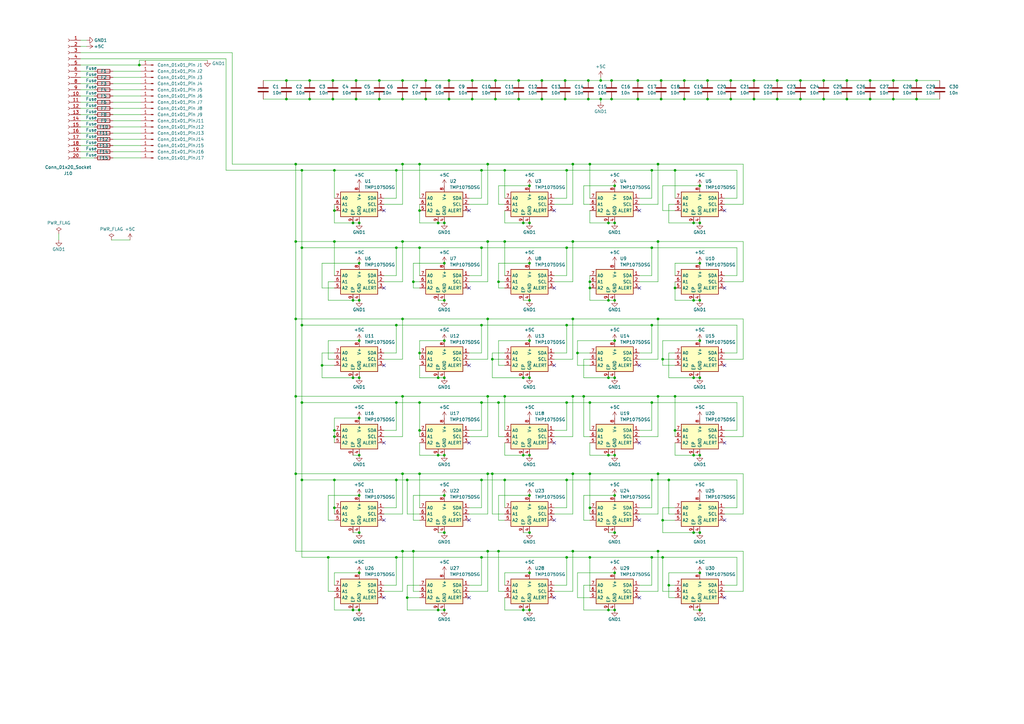
<source format=kicad_sch>
(kicad_sch
	(version 20231120)
	(generator "eeschema")
	(generator_version "8.0")
	(uuid "fc774b83-d4be-4009-8e5d-cb91cb5f6735")
	(paper "A3")
	(lib_symbols
		(symbol "Connector:Conn_01x01_Pin"
			(pin_names
				(offset 1.016) hide)
			(exclude_from_sim no)
			(in_bom yes)
			(on_board yes)
			(property "Reference" "J"
				(at 0 2.54 0)
				(effects
					(font
						(size 1.27 1.27)
					)
				)
			)
			(property "Value" "Conn_01x01_Pin"
				(at 0 -2.54 0)
				(effects
					(font
						(size 1.27 1.27)
					)
				)
			)
			(property "Footprint" ""
				(at 0 0 0)
				(effects
					(font
						(size 1.27 1.27)
					)
					(hide yes)
				)
			)
			(property "Datasheet" "~"
				(at 0 0 0)
				(effects
					(font
						(size 1.27 1.27)
					)
					(hide yes)
				)
			)
			(property "Description" "Generic connector, single row, 01x01, script generated"
				(at 0 0 0)
				(effects
					(font
						(size 1.27 1.27)
					)
					(hide yes)
				)
			)
			(property "ki_locked" ""
				(at 0 0 0)
				(effects
					(font
						(size 1.27 1.27)
					)
				)
			)
			(property "ki_keywords" "connector"
				(at 0 0 0)
				(effects
					(font
						(size 1.27 1.27)
					)
					(hide yes)
				)
			)
			(property "ki_fp_filters" "Connector*:*_1x??_*"
				(at 0 0 0)
				(effects
					(font
						(size 1.27 1.27)
					)
					(hide yes)
				)
			)
			(symbol "Conn_01x01_Pin_1_1"
				(polyline
					(pts
						(xy 1.27 0) (xy 0.8636 0)
					)
					(stroke
						(width 0.1524)
						(type default)
					)
					(fill
						(type none)
					)
				)
				(rectangle
					(start 0.8636 0.127)
					(end 0 -0.127)
					(stroke
						(width 0.1524)
						(type default)
					)
					(fill
						(type outline)
					)
				)
				(pin passive line
					(at 5.08 0 180)
					(length 3.81)
					(name "Pin_1"
						(effects
							(font
								(size 1.27 1.27)
							)
						)
					)
					(number "1"
						(effects
							(font
								(size 1.27 1.27)
							)
						)
					)
				)
			)
		)
		(symbol "Connector:Conn_01x20_Socket"
			(pin_names
				(offset 1.016) hide)
			(exclude_from_sim no)
			(in_bom yes)
			(on_board yes)
			(property "Reference" "J"
				(at 0 25.4 0)
				(effects
					(font
						(size 1.27 1.27)
					)
				)
			)
			(property "Value" "Conn_01x20_Socket"
				(at 0 -27.94 0)
				(effects
					(font
						(size 1.27 1.27)
					)
				)
			)
			(property "Footprint" ""
				(at 0 0 0)
				(effects
					(font
						(size 1.27 1.27)
					)
					(hide yes)
				)
			)
			(property "Datasheet" "~"
				(at 0 0 0)
				(effects
					(font
						(size 1.27 1.27)
					)
					(hide yes)
				)
			)
			(property "Description" "Generic connector, single row, 01x20, script generated"
				(at 0 0 0)
				(effects
					(font
						(size 1.27 1.27)
					)
					(hide yes)
				)
			)
			(property "ki_locked" ""
				(at 0 0 0)
				(effects
					(font
						(size 1.27 1.27)
					)
				)
			)
			(property "ki_keywords" "connector"
				(at 0 0 0)
				(effects
					(font
						(size 1.27 1.27)
					)
					(hide yes)
				)
			)
			(property "ki_fp_filters" "Connector*:*_1x??_*"
				(at 0 0 0)
				(effects
					(font
						(size 1.27 1.27)
					)
					(hide yes)
				)
			)
			(symbol "Conn_01x20_Socket_1_1"
				(arc
					(start 0 -24.892)
					(mid -0.5058 -25.4)
					(end 0 -25.908)
					(stroke
						(width 0.1524)
						(type default)
					)
					(fill
						(type none)
					)
				)
				(arc
					(start 0 -22.352)
					(mid -0.5058 -22.86)
					(end 0 -23.368)
					(stroke
						(width 0.1524)
						(type default)
					)
					(fill
						(type none)
					)
				)
				(arc
					(start 0 -19.812)
					(mid -0.5058 -20.32)
					(end 0 -20.828)
					(stroke
						(width 0.1524)
						(type default)
					)
					(fill
						(type none)
					)
				)
				(arc
					(start 0 -17.272)
					(mid -0.5058 -17.78)
					(end 0 -18.288)
					(stroke
						(width 0.1524)
						(type default)
					)
					(fill
						(type none)
					)
				)
				(arc
					(start 0 -14.732)
					(mid -0.5058 -15.24)
					(end 0 -15.748)
					(stroke
						(width 0.1524)
						(type default)
					)
					(fill
						(type none)
					)
				)
				(arc
					(start 0 -12.192)
					(mid -0.5058 -12.7)
					(end 0 -13.208)
					(stroke
						(width 0.1524)
						(type default)
					)
					(fill
						(type none)
					)
				)
				(arc
					(start 0 -9.652)
					(mid -0.5058 -10.16)
					(end 0 -10.668)
					(stroke
						(width 0.1524)
						(type default)
					)
					(fill
						(type none)
					)
				)
				(arc
					(start 0 -7.112)
					(mid -0.5058 -7.62)
					(end 0 -8.128)
					(stroke
						(width 0.1524)
						(type default)
					)
					(fill
						(type none)
					)
				)
				(arc
					(start 0 -4.572)
					(mid -0.5058 -5.08)
					(end 0 -5.588)
					(stroke
						(width 0.1524)
						(type default)
					)
					(fill
						(type none)
					)
				)
				(arc
					(start 0 -2.032)
					(mid -0.5058 -2.54)
					(end 0 -3.048)
					(stroke
						(width 0.1524)
						(type default)
					)
					(fill
						(type none)
					)
				)
				(polyline
					(pts
						(xy -1.27 -25.4) (xy -0.508 -25.4)
					)
					(stroke
						(width 0.1524)
						(type default)
					)
					(fill
						(type none)
					)
				)
				(polyline
					(pts
						(xy -1.27 -22.86) (xy -0.508 -22.86)
					)
					(stroke
						(width 0.1524)
						(type default)
					)
					(fill
						(type none)
					)
				)
				(polyline
					(pts
						(xy -1.27 -20.32) (xy -0.508 -20.32)
					)
					(stroke
						(width 0.1524)
						(type default)
					)
					(fill
						(type none)
					)
				)
				(polyline
					(pts
						(xy -1.27 -17.78) (xy -0.508 -17.78)
					)
					(stroke
						(width 0.1524)
						(type default)
					)
					(fill
						(type none)
					)
				)
				(polyline
					(pts
						(xy -1.27 -15.24) (xy -0.508 -15.24)
					)
					(stroke
						(width 0.1524)
						(type default)
					)
					(fill
						(type none)
					)
				)
				(polyline
					(pts
						(xy -1.27 -12.7) (xy -0.508 -12.7)
					)
					(stroke
						(width 0.1524)
						(type default)
					)
					(fill
						(type none)
					)
				)
				(polyline
					(pts
						(xy -1.27 -10.16) (xy -0.508 -10.16)
					)
					(stroke
						(width 0.1524)
						(type default)
					)
					(fill
						(type none)
					)
				)
				(polyline
					(pts
						(xy -1.27 -7.62) (xy -0.508 -7.62)
					)
					(stroke
						(width 0.1524)
						(type default)
					)
					(fill
						(type none)
					)
				)
				(polyline
					(pts
						(xy -1.27 -5.08) (xy -0.508 -5.08)
					)
					(stroke
						(width 0.1524)
						(type default)
					)
					(fill
						(type none)
					)
				)
				(polyline
					(pts
						(xy -1.27 -2.54) (xy -0.508 -2.54)
					)
					(stroke
						(width 0.1524)
						(type default)
					)
					(fill
						(type none)
					)
				)
				(polyline
					(pts
						(xy -1.27 0) (xy -0.508 0)
					)
					(stroke
						(width 0.1524)
						(type default)
					)
					(fill
						(type none)
					)
				)
				(polyline
					(pts
						(xy -1.27 2.54) (xy -0.508 2.54)
					)
					(stroke
						(width 0.1524)
						(type default)
					)
					(fill
						(type none)
					)
				)
				(polyline
					(pts
						(xy -1.27 5.08) (xy -0.508 5.08)
					)
					(stroke
						(width 0.1524)
						(type default)
					)
					(fill
						(type none)
					)
				)
				(polyline
					(pts
						(xy -1.27 7.62) (xy -0.508 7.62)
					)
					(stroke
						(width 0.1524)
						(type default)
					)
					(fill
						(type none)
					)
				)
				(polyline
					(pts
						(xy -1.27 10.16) (xy -0.508 10.16)
					)
					(stroke
						(width 0.1524)
						(type default)
					)
					(fill
						(type none)
					)
				)
				(polyline
					(pts
						(xy -1.27 12.7) (xy -0.508 12.7)
					)
					(stroke
						(width 0.1524)
						(type default)
					)
					(fill
						(type none)
					)
				)
				(polyline
					(pts
						(xy -1.27 15.24) (xy -0.508 15.24)
					)
					(stroke
						(width 0.1524)
						(type default)
					)
					(fill
						(type none)
					)
				)
				(polyline
					(pts
						(xy -1.27 17.78) (xy -0.508 17.78)
					)
					(stroke
						(width 0.1524)
						(type default)
					)
					(fill
						(type none)
					)
				)
				(polyline
					(pts
						(xy -1.27 20.32) (xy -0.508 20.32)
					)
					(stroke
						(width 0.1524)
						(type default)
					)
					(fill
						(type none)
					)
				)
				(polyline
					(pts
						(xy -1.27 22.86) (xy -0.508 22.86)
					)
					(stroke
						(width 0.1524)
						(type default)
					)
					(fill
						(type none)
					)
				)
				(arc
					(start 0 0.508)
					(mid -0.5058 0)
					(end 0 -0.508)
					(stroke
						(width 0.1524)
						(type default)
					)
					(fill
						(type none)
					)
				)
				(arc
					(start 0 3.048)
					(mid -0.5058 2.54)
					(end 0 2.032)
					(stroke
						(width 0.1524)
						(type default)
					)
					(fill
						(type none)
					)
				)
				(arc
					(start 0 5.588)
					(mid -0.5058 5.08)
					(end 0 4.572)
					(stroke
						(width 0.1524)
						(type default)
					)
					(fill
						(type none)
					)
				)
				(arc
					(start 0 8.128)
					(mid -0.5058 7.62)
					(end 0 7.112)
					(stroke
						(width 0.1524)
						(type default)
					)
					(fill
						(type none)
					)
				)
				(arc
					(start 0 10.668)
					(mid -0.5058 10.16)
					(end 0 9.652)
					(stroke
						(width 0.1524)
						(type default)
					)
					(fill
						(type none)
					)
				)
				(arc
					(start 0 13.208)
					(mid -0.5058 12.7)
					(end 0 12.192)
					(stroke
						(width 0.1524)
						(type default)
					)
					(fill
						(type none)
					)
				)
				(arc
					(start 0 15.748)
					(mid -0.5058 15.24)
					(end 0 14.732)
					(stroke
						(width 0.1524)
						(type default)
					)
					(fill
						(type none)
					)
				)
				(arc
					(start 0 18.288)
					(mid -0.5058 17.78)
					(end 0 17.272)
					(stroke
						(width 0.1524)
						(type default)
					)
					(fill
						(type none)
					)
				)
				(arc
					(start 0 20.828)
					(mid -0.5058 20.32)
					(end 0 19.812)
					(stroke
						(width 0.1524)
						(type default)
					)
					(fill
						(type none)
					)
				)
				(arc
					(start 0 23.368)
					(mid -0.5058 22.86)
					(end 0 22.352)
					(stroke
						(width 0.1524)
						(type default)
					)
					(fill
						(type none)
					)
				)
				(pin passive line
					(at -5.08 22.86 0)
					(length 3.81)
					(name "Pin_1"
						(effects
							(font
								(size 1.27 1.27)
							)
						)
					)
					(number "1"
						(effects
							(font
								(size 1.27 1.27)
							)
						)
					)
				)
				(pin passive line
					(at -5.08 0 0)
					(length 3.81)
					(name "Pin_10"
						(effects
							(font
								(size 1.27 1.27)
							)
						)
					)
					(number "10"
						(effects
							(font
								(size 1.27 1.27)
							)
						)
					)
				)
				(pin passive line
					(at -5.08 -2.54 0)
					(length 3.81)
					(name "Pin_11"
						(effects
							(font
								(size 1.27 1.27)
							)
						)
					)
					(number "11"
						(effects
							(font
								(size 1.27 1.27)
							)
						)
					)
				)
				(pin passive line
					(at -5.08 -5.08 0)
					(length 3.81)
					(name "Pin_12"
						(effects
							(font
								(size 1.27 1.27)
							)
						)
					)
					(number "12"
						(effects
							(font
								(size 1.27 1.27)
							)
						)
					)
				)
				(pin passive line
					(at -5.08 -7.62 0)
					(length 3.81)
					(name "Pin_13"
						(effects
							(font
								(size 1.27 1.27)
							)
						)
					)
					(number "13"
						(effects
							(font
								(size 1.27 1.27)
							)
						)
					)
				)
				(pin passive line
					(at -5.08 -10.16 0)
					(length 3.81)
					(name "Pin_14"
						(effects
							(font
								(size 1.27 1.27)
							)
						)
					)
					(number "14"
						(effects
							(font
								(size 1.27 1.27)
							)
						)
					)
				)
				(pin passive line
					(at -5.08 -12.7 0)
					(length 3.81)
					(name "Pin_15"
						(effects
							(font
								(size 1.27 1.27)
							)
						)
					)
					(number "15"
						(effects
							(font
								(size 1.27 1.27)
							)
						)
					)
				)
				(pin passive line
					(at -5.08 -15.24 0)
					(length 3.81)
					(name "Pin_16"
						(effects
							(font
								(size 1.27 1.27)
							)
						)
					)
					(number "16"
						(effects
							(font
								(size 1.27 1.27)
							)
						)
					)
				)
				(pin passive line
					(at -5.08 -17.78 0)
					(length 3.81)
					(name "Pin_17"
						(effects
							(font
								(size 1.27 1.27)
							)
						)
					)
					(number "17"
						(effects
							(font
								(size 1.27 1.27)
							)
						)
					)
				)
				(pin passive line
					(at -5.08 -20.32 0)
					(length 3.81)
					(name "Pin_18"
						(effects
							(font
								(size 1.27 1.27)
							)
						)
					)
					(number "18"
						(effects
							(font
								(size 1.27 1.27)
							)
						)
					)
				)
				(pin passive line
					(at -5.08 -22.86 0)
					(length 3.81)
					(name "Pin_19"
						(effects
							(font
								(size 1.27 1.27)
							)
						)
					)
					(number "19"
						(effects
							(font
								(size 1.27 1.27)
							)
						)
					)
				)
				(pin passive line
					(at -5.08 20.32 0)
					(length 3.81)
					(name "Pin_2"
						(effects
							(font
								(size 1.27 1.27)
							)
						)
					)
					(number "2"
						(effects
							(font
								(size 1.27 1.27)
							)
						)
					)
				)
				(pin passive line
					(at -5.08 -25.4 0)
					(length 3.81)
					(name "Pin_20"
						(effects
							(font
								(size 1.27 1.27)
							)
						)
					)
					(number "20"
						(effects
							(font
								(size 1.27 1.27)
							)
						)
					)
				)
				(pin passive line
					(at -5.08 17.78 0)
					(length 3.81)
					(name "Pin_3"
						(effects
							(font
								(size 1.27 1.27)
							)
						)
					)
					(number "3"
						(effects
							(font
								(size 1.27 1.27)
							)
						)
					)
				)
				(pin passive line
					(at -5.08 15.24 0)
					(length 3.81)
					(name "Pin_4"
						(effects
							(font
								(size 1.27 1.27)
							)
						)
					)
					(number "4"
						(effects
							(font
								(size 1.27 1.27)
							)
						)
					)
				)
				(pin passive line
					(at -5.08 12.7 0)
					(length 3.81)
					(name "Pin_5"
						(effects
							(font
								(size 1.27 1.27)
							)
						)
					)
					(number "5"
						(effects
							(font
								(size 1.27 1.27)
							)
						)
					)
				)
				(pin passive line
					(at -5.08 10.16 0)
					(length 3.81)
					(name "Pin_6"
						(effects
							(font
								(size 1.27 1.27)
							)
						)
					)
					(number "6"
						(effects
							(font
								(size 1.27 1.27)
							)
						)
					)
				)
				(pin passive line
					(at -5.08 7.62 0)
					(length 3.81)
					(name "Pin_7"
						(effects
							(font
								(size 1.27 1.27)
							)
						)
					)
					(number "7"
						(effects
							(font
								(size 1.27 1.27)
							)
						)
					)
				)
				(pin passive line
					(at -5.08 5.08 0)
					(length 3.81)
					(name "Pin_8"
						(effects
							(font
								(size 1.27 1.27)
							)
						)
					)
					(number "8"
						(effects
							(font
								(size 1.27 1.27)
							)
						)
					)
				)
				(pin passive line
					(at -5.08 2.54 0)
					(length 3.81)
					(name "Pin_9"
						(effects
							(font
								(size 1.27 1.27)
							)
						)
					)
					(number "9"
						(effects
							(font
								(size 1.27 1.27)
							)
						)
					)
				)
			)
		)
		(symbol "Device:C"
			(pin_numbers hide)
			(pin_names
				(offset 0.254)
			)
			(exclude_from_sim no)
			(in_bom yes)
			(on_board yes)
			(property "Reference" "C"
				(at 0.635 2.54 0)
				(effects
					(font
						(size 1.27 1.27)
					)
					(justify left)
				)
			)
			(property "Value" "C"
				(at 0.635 -2.54 0)
				(effects
					(font
						(size 1.27 1.27)
					)
					(justify left)
				)
			)
			(property "Footprint" ""
				(at 0.9652 -3.81 0)
				(effects
					(font
						(size 1.27 1.27)
					)
					(hide yes)
				)
			)
			(property "Datasheet" "~"
				(at 0 0 0)
				(effects
					(font
						(size 1.27 1.27)
					)
					(hide yes)
				)
			)
			(property "Description" "Unpolarized capacitor"
				(at 0 0 0)
				(effects
					(font
						(size 1.27 1.27)
					)
					(hide yes)
				)
			)
			(property "ki_keywords" "cap capacitor"
				(at 0 0 0)
				(effects
					(font
						(size 1.27 1.27)
					)
					(hide yes)
				)
			)
			(property "ki_fp_filters" "C_*"
				(at 0 0 0)
				(effects
					(font
						(size 1.27 1.27)
					)
					(hide yes)
				)
			)
			(symbol "C_0_1"
				(polyline
					(pts
						(xy -2.032 -0.762) (xy 2.032 -0.762)
					)
					(stroke
						(width 0.508)
						(type default)
					)
					(fill
						(type none)
					)
				)
				(polyline
					(pts
						(xy -2.032 0.762) (xy 2.032 0.762)
					)
					(stroke
						(width 0.508)
						(type default)
					)
					(fill
						(type none)
					)
				)
			)
			(symbol "C_1_1"
				(pin passive line
					(at 0 3.81 270)
					(length 2.794)
					(name "~"
						(effects
							(font
								(size 1.27 1.27)
							)
						)
					)
					(number "1"
						(effects
							(font
								(size 1.27 1.27)
							)
						)
					)
				)
				(pin passive line
					(at 0 -3.81 90)
					(length 2.794)
					(name "~"
						(effects
							(font
								(size 1.27 1.27)
							)
						)
					)
					(number "2"
						(effects
							(font
								(size 1.27 1.27)
							)
						)
					)
				)
			)
		)
		(symbol "Device:Fuse"
			(pin_numbers hide)
			(pin_names
				(offset 0)
			)
			(exclude_from_sim no)
			(in_bom yes)
			(on_board yes)
			(property "Reference" "F"
				(at 2.032 0 90)
				(effects
					(font
						(size 1.27 1.27)
					)
				)
			)
			(property "Value" "Fuse"
				(at -1.905 0 90)
				(effects
					(font
						(size 1.27 1.27)
					)
				)
			)
			(property "Footprint" ""
				(at -1.778 0 90)
				(effects
					(font
						(size 1.27 1.27)
					)
					(hide yes)
				)
			)
			(property "Datasheet" "~"
				(at 0 0 0)
				(effects
					(font
						(size 1.27 1.27)
					)
					(hide yes)
				)
			)
			(property "Description" "Fuse"
				(at 0 0 0)
				(effects
					(font
						(size 1.27 1.27)
					)
					(hide yes)
				)
			)
			(property "ki_keywords" "fuse"
				(at 0 0 0)
				(effects
					(font
						(size 1.27 1.27)
					)
					(hide yes)
				)
			)
			(property "ki_fp_filters" "*Fuse*"
				(at 0 0 0)
				(effects
					(font
						(size 1.27 1.27)
					)
					(hide yes)
				)
			)
			(symbol "Fuse_0_1"
				(rectangle
					(start -0.762 -2.54)
					(end 0.762 2.54)
					(stroke
						(width 0.254)
						(type default)
					)
					(fill
						(type none)
					)
				)
				(polyline
					(pts
						(xy 0 2.54) (xy 0 -2.54)
					)
					(stroke
						(width 0)
						(type default)
					)
					(fill
						(type none)
					)
				)
			)
			(symbol "Fuse_1_1"
				(pin passive line
					(at 0 3.81 270)
					(length 1.27)
					(name "~"
						(effects
							(font
								(size 1.27 1.27)
							)
						)
					)
					(number "1"
						(effects
							(font
								(size 1.27 1.27)
							)
						)
					)
				)
				(pin passive line
					(at 0 -3.81 90)
					(length 1.27)
					(name "~"
						(effects
							(font
								(size 1.27 1.27)
							)
						)
					)
					(number "2"
						(effects
							(font
								(size 1.27 1.27)
							)
						)
					)
				)
			)
		)
		(symbol "Sensor_Temperature:TMP1075DSG"
			(exclude_from_sim no)
			(in_bom yes)
			(on_board yes)
			(property "Reference" "U"
				(at -6.35 6.35 0)
				(effects
					(font
						(size 1.27 1.27)
					)
				)
			)
			(property "Value" "TMP1075DSG"
				(at 6.35 6.35 0)
				(effects
					(font
						(size 1.27 1.27)
					)
				)
			)
			(property "Footprint" "Package_SON:WSON-8-1EP_2x2mm_P0.5mm_EP0.9x1.6mm_ThermalVias"
				(at 1.905 -6.35 0)
				(effects
					(font
						(size 1.27 1.27)
					)
					(hide yes)
				)
			)
			(property "Datasheet" "https://www.ti.com/lit/gpn/tmp1075"
				(at 0 0 0)
				(effects
					(font
						(size 1.27 1.27)
					)
					(hide yes)
				)
			)
			(property "Description" "I2C-bus digital temperature sensor and thermal watchdog, WSON-8"
				(at 0 0 0)
				(effects
					(font
						(size 1.27 1.27)
					)
					(hide yes)
				)
			)
			(property "ki_keywords" "temperature sensor I2C single channel"
				(at 0 0 0)
				(effects
					(font
						(size 1.27 1.27)
					)
					(hide yes)
				)
			)
			(property "ki_fp_filters" "WSON*1EP*2x2mm*P0.5mm*"
				(at 0 0 0)
				(effects
					(font
						(size 1.27 1.27)
					)
					(hide yes)
				)
			)
			(symbol "TMP1075DSG_0_1"
				(rectangle
					(start -7.62 5.08)
					(end 7.62 -5.08)
					(stroke
						(width 0.254)
						(type default)
					)
					(fill
						(type background)
					)
				)
			)
			(symbol "TMP1075DSG_1_1"
				(pin bidirectional line
					(at 10.16 2.54 180)
					(length 2.54)
					(name "SDA"
						(effects
							(font
								(size 1.27 1.27)
							)
						)
					)
					(number "1"
						(effects
							(font
								(size 1.27 1.27)
							)
						)
					)
				)
				(pin input line
					(at 10.16 0 180)
					(length 2.54)
					(name "SCL"
						(effects
							(font
								(size 1.27 1.27)
							)
						)
					)
					(number "2"
						(effects
							(font
								(size 1.27 1.27)
							)
						)
					)
				)
				(pin open_collector line
					(at 10.16 -2.54 180)
					(length 2.54)
					(name "ALERT"
						(effects
							(font
								(size 1.27 1.27)
							)
						)
					)
					(number "3"
						(effects
							(font
								(size 1.27 1.27)
							)
						)
					)
				)
				(pin power_in line
					(at 0 -7.62 90)
					(length 2.54)
					(name "GND"
						(effects
							(font
								(size 1.27 1.27)
							)
						)
					)
					(number "4"
						(effects
							(font
								(size 1.27 1.27)
							)
						)
					)
				)
				(pin input line
					(at -10.16 -2.54 0)
					(length 2.54)
					(name "A2"
						(effects
							(font
								(size 1.27 1.27)
							)
						)
					)
					(number "5"
						(effects
							(font
								(size 1.27 1.27)
							)
						)
					)
				)
				(pin input line
					(at -10.16 0 0)
					(length 2.54)
					(name "A1"
						(effects
							(font
								(size 1.27 1.27)
							)
						)
					)
					(number "6"
						(effects
							(font
								(size 1.27 1.27)
							)
						)
					)
				)
				(pin input line
					(at -10.16 2.54 0)
					(length 2.54)
					(name "A0"
						(effects
							(font
								(size 1.27 1.27)
							)
						)
					)
					(number "7"
						(effects
							(font
								(size 1.27 1.27)
							)
						)
					)
				)
				(pin power_in line
					(at 0 7.62 270)
					(length 2.54)
					(name "V+"
						(effects
							(font
								(size 1.27 1.27)
							)
						)
					)
					(number "8"
						(effects
							(font
								(size 1.27 1.27)
							)
						)
					)
				)
				(pin passive line
					(at -2.54 -7.62 90)
					(length 2.54)
					(name "EP"
						(effects
							(font
								(size 1.27 1.27)
							)
						)
					)
					(number "9"
						(effects
							(font
								(size 1.27 1.27)
							)
						)
					)
				)
			)
		)
		(symbol "power:+5C"
			(power)
			(pin_names
				(offset 0)
			)
			(exclude_from_sim no)
			(in_bom yes)
			(on_board yes)
			(property "Reference" "#PWR"
				(at 0 -3.81 0)
				(effects
					(font
						(size 1.27 1.27)
					)
					(hide yes)
				)
			)
			(property "Value" "+5C"
				(at 0 3.556 0)
				(effects
					(font
						(size 1.27 1.27)
					)
				)
			)
			(property "Footprint" ""
				(at 0 0 0)
				(effects
					(font
						(size 1.27 1.27)
					)
					(hide yes)
				)
			)
			(property "Datasheet" ""
				(at 0 0 0)
				(effects
					(font
						(size 1.27 1.27)
					)
					(hide yes)
				)
			)
			(property "Description" "Power symbol creates a global label with name \"+5C\""
				(at 0 0 0)
				(effects
					(font
						(size 1.27 1.27)
					)
					(hide yes)
				)
			)
			(property "ki_keywords" "global power"
				(at 0 0 0)
				(effects
					(font
						(size 1.27 1.27)
					)
					(hide yes)
				)
			)
			(symbol "+5C_0_1"
				(polyline
					(pts
						(xy -0.762 1.27) (xy 0 2.54)
					)
					(stroke
						(width 0)
						(type default)
					)
					(fill
						(type none)
					)
				)
				(polyline
					(pts
						(xy 0 0) (xy 0 2.54)
					)
					(stroke
						(width 0)
						(type default)
					)
					(fill
						(type none)
					)
				)
				(polyline
					(pts
						(xy 0 2.54) (xy 0.762 1.27)
					)
					(stroke
						(width 0)
						(type default)
					)
					(fill
						(type none)
					)
				)
			)
			(symbol "+5C_1_1"
				(pin power_in line
					(at 0 0 90)
					(length 0) hide
					(name "+5C"
						(effects
							(font
								(size 1.27 1.27)
							)
						)
					)
					(number "1"
						(effects
							(font
								(size 1.27 1.27)
							)
						)
					)
				)
			)
		)
		(symbol "power:GND1"
			(power)
			(pin_names
				(offset 0)
			)
			(exclude_from_sim no)
			(in_bom yes)
			(on_board yes)
			(property "Reference" "#PWR"
				(at 0 -6.35 0)
				(effects
					(font
						(size 1.27 1.27)
					)
					(hide yes)
				)
			)
			(property "Value" "GND1"
				(at 0 -3.81 0)
				(effects
					(font
						(size 1.27 1.27)
					)
				)
			)
			(property "Footprint" ""
				(at 0 0 0)
				(effects
					(font
						(size 1.27 1.27)
					)
					(hide yes)
				)
			)
			(property "Datasheet" ""
				(at 0 0 0)
				(effects
					(font
						(size 1.27 1.27)
					)
					(hide yes)
				)
			)
			(property "Description" "Power symbol creates a global label with name \"GND1\" , ground"
				(at 0 0 0)
				(effects
					(font
						(size 1.27 1.27)
					)
					(hide yes)
				)
			)
			(property "ki_keywords" "global power"
				(at 0 0 0)
				(effects
					(font
						(size 1.27 1.27)
					)
					(hide yes)
				)
			)
			(symbol "GND1_0_1"
				(polyline
					(pts
						(xy 0 0) (xy 0 -1.27) (xy 1.27 -1.27) (xy 0 -2.54) (xy -1.27 -1.27) (xy 0 -1.27)
					)
					(stroke
						(width 0)
						(type default)
					)
					(fill
						(type none)
					)
				)
			)
			(symbol "GND1_1_1"
				(pin power_in line
					(at 0 0 270)
					(length 0) hide
					(name "GND1"
						(effects
							(font
								(size 1.27 1.27)
							)
						)
					)
					(number "1"
						(effects
							(font
								(size 1.27 1.27)
							)
						)
					)
				)
			)
		)
		(symbol "power:PWR_FLAG"
			(power)
			(pin_numbers hide)
			(pin_names
				(offset 0) hide)
			(exclude_from_sim no)
			(in_bom yes)
			(on_board yes)
			(property "Reference" "#FLG"
				(at 0 1.905 0)
				(effects
					(font
						(size 1.27 1.27)
					)
					(hide yes)
				)
			)
			(property "Value" "PWR_FLAG"
				(at 0 3.81 0)
				(effects
					(font
						(size 1.27 1.27)
					)
				)
			)
			(property "Footprint" ""
				(at 0 0 0)
				(effects
					(font
						(size 1.27 1.27)
					)
					(hide yes)
				)
			)
			(property "Datasheet" "~"
				(at 0 0 0)
				(effects
					(font
						(size 1.27 1.27)
					)
					(hide yes)
				)
			)
			(property "Description" "Special symbol for telling ERC where power comes from"
				(at 0 0 0)
				(effects
					(font
						(size 1.27 1.27)
					)
					(hide yes)
				)
			)
			(property "ki_keywords" "flag power"
				(at 0 0 0)
				(effects
					(font
						(size 1.27 1.27)
					)
					(hide yes)
				)
			)
			(symbol "PWR_FLAG_0_0"
				(pin power_out line
					(at 0 0 90)
					(length 0)
					(name "pwr"
						(effects
							(font
								(size 1.27 1.27)
							)
						)
					)
					(number "1"
						(effects
							(font
								(size 1.27 1.27)
							)
						)
					)
				)
			)
			(symbol "PWR_FLAG_0_1"
				(polyline
					(pts
						(xy 0 0) (xy 0 1.27) (xy -1.016 1.905) (xy 0 2.54) (xy 1.016 1.905) (xy 0 1.27)
					)
					(stroke
						(width 0)
						(type default)
					)
					(fill
						(type none)
					)
				)
			)
		)
	)
	(junction
		(at 269.875 130.81)
		(diameter 0)
		(color 0 0 0 0)
		(uuid "0077891c-8ec4-4c09-87ed-436fabaefd69")
	)
	(junction
		(at 271.78 213.36)
		(diameter 0)
		(color 0 0 0 0)
		(uuid "01ecf4e2-d62d-4b86-95e7-74d115895441")
	)
	(junction
		(at 162.56 196.85)
		(diameter 0)
		(color 0 0 0 0)
		(uuid "023fd0f2-a7ea-49d1-85b3-fbb065189e59")
	)
	(junction
		(at 147.32 91.44)
		(diameter 0)
		(color 0 0 0 0)
		(uuid "02cb1d9d-6ab5-49dc-a5c4-55272c6c5ae4")
	)
	(junction
		(at 172.085 194.31)
		(diameter 0)
		(color 0 0 0 0)
		(uuid "038bf0a8-fbe7-417e-8fb8-17f260fe607b")
	)
	(junction
		(at 232.41 196.85)
		(diameter 0)
		(color 0 0 0 0)
		(uuid "055b05b5-6c38-455b-91e2-1ae7b41dc1f5")
	)
	(junction
		(at 182.245 123.19)
		(diameter 0)
		(color 0 0 0 0)
		(uuid "05842f85-6a76-448b-9a2f-0a5045dee544")
	)
	(junction
		(at 174.625 33.02)
		(diameter 0)
		(color 0 0 0 0)
		(uuid "08738a55-c76c-4626-ae93-bcca0fa29c63")
	)
	(junction
		(at 165.1 226.06)
		(diameter 0)
		(color 0 0 0 0)
		(uuid "09d35c53-9532-4a08-8010-f1777a1c0487")
	)
	(junction
		(at 276.86 162.56)
		(diameter 0)
		(color 0 0 0 0)
		(uuid "0a57369a-c2f0-4e4d-8e50-51baf78df932")
	)
	(junction
		(at 239.395 162.56)
		(diameter 0)
		(color 0 0 0 0)
		(uuid "0b33ef18-6443-41fa-a65a-2e599ce4b24b")
	)
	(junction
		(at 165.1 194.31)
		(diameter 0)
		(color 0 0 0 0)
		(uuid "0bc3f9bb-5400-4785-b5c9-30cb416b6791")
	)
	(junction
		(at 57.15 26.67)
		(diameter 0)
		(color 0 0 0 0)
		(uuid "0cb5756f-ae24-429d-a0a4-a6cea8702b4e")
	)
	(junction
		(at 165.1 99.06)
		(diameter 0)
		(color 0 0 0 0)
		(uuid "0ec36e37-8f5e-464d-8b0b-16385a29206c")
	)
	(junction
		(at 236.855 144.78)
		(diameter 0)
		(color 0 0 0 0)
		(uuid "0f2d0d3e-c39b-4cff-83fa-1742d38db370")
	)
	(junction
		(at 217.17 250.19)
		(diameter 0)
		(color 0 0 0 0)
		(uuid "104e7ff9-7cd6-4504-9335-becd6c6756ff")
	)
	(junction
		(at 287.02 76.2)
		(diameter 0)
		(color 0 0 0 0)
		(uuid "117da3dd-925d-471b-b89c-890f3e539510")
	)
	(junction
		(at 269.875 194.31)
		(diameter 0)
		(color 0 0 0 0)
		(uuid "1216faca-3e6b-41db-a1f3-dee530769f70")
	)
	(junction
		(at 155.575 33.02)
		(diameter 0)
		(color 0 0 0 0)
		(uuid "12ab17d6-9550-4162-8b17-985d715082c2")
	)
	(junction
		(at 147.32 171.45)
		(diameter 0)
		(color 0 0 0 0)
		(uuid "12ef0d00-0b34-4a7c-b390-1de2409ecc2e")
	)
	(junction
		(at 366.395 33.02)
		(diameter 0)
		(color 0 0 0 0)
		(uuid "14ba4e3a-4599-4ffb-baa3-8b8e07115999")
	)
	(junction
		(at 271.78 147.32)
		(diameter 0)
		(color 0 0 0 0)
		(uuid "16969fe6-7e5e-44d2-a3bd-99643e8a5397")
	)
	(junction
		(at 280.67 33.02)
		(diameter 0)
		(color 0 0 0 0)
		(uuid "18b96881-26aa-4317-9b93-a06980aae3fc")
	)
	(junction
		(at 137.16 86.36)
		(diameter 0)
		(color 0 0 0 0)
		(uuid "19698e91-bf96-4550-9f49-9efd010ef963")
	)
	(junction
		(at 250.825 40.64)
		(diameter 0)
		(color 0 0 0 0)
		(uuid "1ac74992-491d-4fc2-9a7f-ccfc115f1293")
	)
	(junction
		(at 203.2 40.64)
		(diameter 0)
		(color 0 0 0 0)
		(uuid "1bc28d50-cef9-4653-867b-fe0cc7261142")
	)
	(junction
		(at 172.085 67.31)
		(diameter 0)
		(color 0 0 0 0)
		(uuid "1d6ab61e-3e1b-4e15-84b4-c8e0f013acb6")
	)
	(junction
		(at 299.72 40.64)
		(diameter 0)
		(color 0 0 0 0)
		(uuid "1d88b778-84a7-43cf-9706-132a4cd18f43")
	)
	(junction
		(at 146.05 33.02)
		(diameter 0)
		(color 0 0 0 0)
		(uuid "1e8d64b2-6aff-4813-a5bc-d93b7fa38b89")
	)
	(junction
		(at 121.285 162.56)
		(diameter 0)
		(color 0 0 0 0)
		(uuid "1f8ca1fb-2eed-47be-b46d-ab856c235724")
	)
	(junction
		(at 241.935 67.31)
		(diameter 0)
		(color 0 0 0 0)
		(uuid "23f1a63e-2b05-4a9c-bcdf-821610e7654c")
	)
	(junction
		(at 147.32 218.44)
		(diameter 0)
		(color 0 0 0 0)
		(uuid "24cd029a-aaeb-42ee-a8ec-2c3067958978")
	)
	(junction
		(at 147.32 154.94)
		(diameter 0)
		(color 0 0 0 0)
		(uuid "27126d55-4793-4d57-954e-ffe1ddf48bca")
	)
	(junction
		(at 182.245 107.95)
		(diameter 0)
		(color 0 0 0 0)
		(uuid "27692d83-2c6f-473f-93ee-ac2ca72f52f8")
	)
	(junction
		(at 287.02 154.94)
		(diameter 0)
		(color 0 0 0 0)
		(uuid "2830ea3b-de11-4c2b-b3b9-ce1af45756a4")
	)
	(junction
		(at 179.705 250.19)
		(diameter 0)
		(color 0 0 0 0)
		(uuid "285d6e63-8f23-4500-ae3a-a57e0eabf2b8")
	)
	(junction
		(at 241.935 208.28)
		(diameter 0)
		(color 0 0 0 0)
		(uuid "29aad368-ab5a-40a8-a987-f70d23b95fd3")
	)
	(junction
		(at 165.1 40.64)
		(diameter 0)
		(color 0 0 0 0)
		(uuid "2bf2bc0b-5ab7-4b2f-82d8-688cd0013573")
	)
	(junction
		(at 290.195 40.64)
		(diameter 0)
		(color 0 0 0 0)
		(uuid "2c985a25-2edb-4c06-8941-7851178a5255")
	)
	(junction
		(at 267.335 69.85)
		(diameter 0)
		(color 0 0 0 0)
		(uuid "2d936bb5-2c3e-4fed-86d0-3ca7e770b99d")
	)
	(junction
		(at 252.095 234.95)
		(diameter 0)
		(color 0 0 0 0)
		(uuid "2dd28aa4-59ea-4cc9-ae31-ff7ed4c8b0c2")
	)
	(junction
		(at 284.48 218.44)
		(diameter 0)
		(color 0 0 0 0)
		(uuid "2e352a96-27cd-4562-953b-1888c27dcd93")
	)
	(junction
		(at 204.47 226.06)
		(diameter 0)
		(color 0 0 0 0)
		(uuid "2fd2ada3-583c-4569-a41a-b46daf166030")
	)
	(junction
		(at 287.02 107.95)
		(diameter 0)
		(color 0 0 0 0)
		(uuid "317fb959-d076-4341-8ba6-7535186081a6")
	)
	(junction
		(at 234.95 130.81)
		(diameter 0)
		(color 0 0 0 0)
		(uuid "3281b7fa-f558-405a-b334-bc777e0bb3e8")
	)
	(junction
		(at 287.02 218.44)
		(diameter 0)
		(color 0 0 0 0)
		(uuid "3328d863-dc10-4f05-a77b-7e86b1048828")
	)
	(junction
		(at 127 40.64)
		(diameter 0)
		(color 0 0 0 0)
		(uuid "34c69aee-9e30-4f18-9042-fad2cfd17656")
	)
	(junction
		(at 184.15 40.64)
		(diameter 0)
		(color 0 0 0 0)
		(uuid "35a67fa4-528e-4c3f-96ed-3c99f2de5537")
	)
	(junction
		(at 212.725 33.02)
		(diameter 0)
		(color 0 0 0 0)
		(uuid "3691b586-475e-4df2-898f-64db4d2bfcae")
	)
	(junction
		(at 280.67 40.64)
		(diameter 0)
		(color 0 0 0 0)
		(uuid "37cf7071-e811-4236-951b-339580752761")
	)
	(junction
		(at 276.86 176.53)
		(diameter 0)
		(color 0 0 0 0)
		(uuid "38596c15-4582-41fd-b898-ebda0005e671")
	)
	(junction
		(at 299.72 33.02)
		(diameter 0)
		(color 0 0 0 0)
		(uuid "387e0b1d-2590-4449-b3a0-3c94b76e82e4")
	)
	(junction
		(at 207.01 99.06)
		(diameter 0)
		(color 0 0 0 0)
		(uuid "3a9ceee6-9ad1-4e61-8f80-24734b848c0d")
	)
	(junction
		(at 366.395 40.64)
		(diameter 0)
		(color 0 0 0 0)
		(uuid "3e6f9c10-3113-474a-b928-03b979738f7f")
	)
	(junction
		(at 197.485 196.85)
		(diameter 0)
		(color 0 0 0 0)
		(uuid "3e71229e-fe2b-423d-9030-4745a55e25a6")
	)
	(junction
		(at 232.41 101.6)
		(diameter 0)
		(color 0 0 0 0)
		(uuid "3fa321c5-b835-40b1-aa81-262f490c0173")
	)
	(junction
		(at 193.675 40.64)
		(diameter 0)
		(color 0 0 0 0)
		(uuid "400281e5-d2a3-46cb-aaab-08afb14c1391")
	)
	(junction
		(at 252.095 154.94)
		(diameter 0)
		(color 0 0 0 0)
		(uuid "41e6c929-0e2e-46c0-a642-bb226afcd124")
	)
	(junction
		(at 252.095 218.44)
		(diameter 0)
		(color 0 0 0 0)
		(uuid "42dd4fc9-0969-4360-bac1-96f8f4876ae7")
	)
	(junction
		(at 137.16 208.28)
		(diameter 0)
		(color 0 0 0 0)
		(uuid "42f066bc-fbc9-4729-b0ef-82e42c19b3a5")
	)
	(junction
		(at 287.02 234.95)
		(diameter 0)
		(color 0 0 0 0)
		(uuid "430d4d1e-86f8-47ca-917a-3e2fa5819264")
	)
	(junction
		(at 287.02 123.19)
		(diameter 0)
		(color 0 0 0 0)
		(uuid "43b4cb7b-df61-4c7e-bb10-ec2d6215211b")
	)
	(junction
		(at 246.38 40.64)
		(diameter 0)
		(color 0 0 0 0)
		(uuid "46e32ef1-b9ad-47b3-8856-a4c1f5796dea")
	)
	(junction
		(at 231.775 33.02)
		(diameter 0)
		(color 0 0 0 0)
		(uuid "483dc273-7f55-40f8-ac3c-feefdbafd892")
	)
	(junction
		(at 167.005 245.11)
		(diameter 0)
		(color 0 0 0 0)
		(uuid "48404a09-4929-4e30-8809-868e08babd20")
	)
	(junction
		(at 241.3 40.64)
		(diameter 0)
		(color 0 0 0 0)
		(uuid "491a42ef-1a1b-4c79-9c41-86e65c2084d6")
	)
	(junction
		(at 212.725 40.64)
		(diameter 0)
		(color 0 0 0 0)
		(uuid "4a60b289-ecad-4e02-b22a-df51e5a0f75c")
	)
	(junction
		(at 165.1 67.31)
		(diameter 0)
		(color 0 0 0 0)
		(uuid "4a6d4e58-79b7-46df-94fc-4c9dc393ae2b")
	)
	(junction
		(at 203.2 33.02)
		(diameter 0)
		(color 0 0 0 0)
		(uuid "52620857-c755-4c17-a338-0464bee18e49")
	)
	(junction
		(at 165.1 33.02)
		(diameter 0)
		(color 0 0 0 0)
		(uuid "52c498ed-773d-430f-ba2b-c48b12d48538")
	)
	(junction
		(at 172.085 101.6)
		(diameter 0)
		(color 0 0 0 0)
		(uuid "52fb0955-a4db-4bef-aca4-56f6c5f1cdb6")
	)
	(junction
		(at 271.145 33.02)
		(diameter 0)
		(color 0 0 0 0)
		(uuid "5311d7b0-ccf3-4ac2-b48e-bd2390fe80d9")
	)
	(junction
		(at 337.82 33.02)
		(diameter 0)
		(color 0 0 0 0)
		(uuid "53829449-2a62-4b87-b177-d2c532f10da6")
	)
	(junction
		(at 287.02 139.7)
		(diameter 0)
		(color 0 0 0 0)
		(uuid "53d8b674-b7c7-489c-a377-6cfbcd2d0163")
	)
	(junction
		(at 169.545 115.57)
		(diameter 0)
		(color 0 0 0 0)
		(uuid "53fe3eb0-93f6-4064-b7b1-510ec377a874")
	)
	(junction
		(at 162.56 133.35)
		(diameter 0)
		(color 0 0 0 0)
		(uuid "5587bec0-e621-42fb-8b63-65b5b4ea6e6b")
	)
	(junction
		(at 328.295 33.02)
		(diameter 0)
		(color 0 0 0 0)
		(uuid "56968af8-0a90-4071-86dd-58b2230ebef2")
	)
	(junction
		(at 200.025 67.31)
		(diameter 0)
		(color 0 0 0 0)
		(uuid "56cb9efa-9815-44d8-bca1-69e409a53be2")
	)
	(junction
		(at 147.32 139.7)
		(diameter 0)
		(color 0 0 0 0)
		(uuid "59950613-9236-430c-a94f-2a5d4a0e71fa")
	)
	(junction
		(at 137.16 69.85)
		(diameter 0)
		(color 0 0 0 0)
		(uuid "5a09231d-e555-4f9b-9340-d359537dbe6c")
	)
	(junction
		(at 232.41 165.1)
		(diameter 0)
		(color 0 0 0 0)
		(uuid "5a8d6dc6-99b8-4d4d-9a55-8a91c32ef270")
	)
	(junction
		(at 217.17 218.44)
		(diameter 0)
		(color 0 0 0 0)
		(uuid "5aaca1d3-7f9d-4c9d-8c9d-e5dcbabb7e18")
	)
	(junction
		(at 232.41 133.35)
		(diameter 0)
		(color 0 0 0 0)
		(uuid "5b655e3c-a611-4e1c-8e75-6783cc06dce4")
	)
	(junction
		(at 241.3 33.02)
		(diameter 0)
		(color 0 0 0 0)
		(uuid "5b7d87fa-53b9-428d-9d33-cd8ddb736bb9")
	)
	(junction
		(at 241.935 118.11)
		(diameter 0)
		(color 0 0 0 0)
		(uuid "5b80f24c-1faa-4f52-bdc0-a42a3766cecd")
	)
	(junction
		(at 249.555 154.94)
		(diameter 0)
		(color 0 0 0 0)
		(uuid "5d7e600f-d002-4b74-9056-65ceeb9bff70")
	)
	(junction
		(at 214.63 154.94)
		(diameter 0)
		(color 0 0 0 0)
		(uuid "5e99485a-3f97-421e-b094-be5015151602")
	)
	(junction
		(at 123.825 69.85)
		(diameter 0)
		(color 0 0 0 0)
		(uuid "5fb423f7-4a6d-4487-a166-5a7bead607f6")
	)
	(junction
		(at 318.77 33.02)
		(diameter 0)
		(color 0 0 0 0)
		(uuid "60433852-6042-422b-afbb-dd5ad007bf3d")
	)
	(junction
		(at 217.17 91.44)
		(diameter 0)
		(color 0 0 0 0)
		(uuid "619cdd6d-610d-4336-b130-eced0729f143")
	)
	(junction
		(at 267.335 101.6)
		(diameter 0)
		(color 0 0 0 0)
		(uuid "63356902-6927-494a-8266-b1a3eacc7b6f")
	)
	(junction
		(at 234.95 67.31)
		(diameter 0)
		(color 0 0 0 0)
		(uuid "63d3c990-1581-4cf9-9f51-131a7e9431d9")
	)
	(junction
		(at 234.95 162.56)
		(diameter 0)
		(color 0 0 0 0)
		(uuid "673a63ef-48b8-4fcd-b25d-5befa3e19799")
	)
	(junction
		(at 197.485 133.35)
		(diameter 0)
		(color 0 0 0 0)
		(uuid "681aad27-dab0-4a23-bcbb-a9059ef3737a")
	)
	(junction
		(at 375.92 33.02)
		(diameter 0)
		(color 0 0 0 0)
		(uuid "69016f91-8cb1-48c9-aaa6-8f06ba26f821")
	)
	(junction
		(at 144.78 91.44)
		(diameter 0)
		(color 0 0 0 0)
		(uuid "6952c143-cf27-4836-92c5-9a43aa978e08")
	)
	(junction
		(at 276.86 69.85)
		(diameter 0)
		(color 0 0 0 0)
		(uuid "699a3b60-f795-467d-8e9d-0965ac761b03")
	)
	(junction
		(at 234.95 99.06)
		(diameter 0)
		(color 0 0 0 0)
		(uuid "69aad6b5-eb96-4c2d-82d0-fc048d2b04b0")
	)
	(junction
		(at 271.145 40.64)
		(diameter 0)
		(color 0 0 0 0)
		(uuid "6c497aa0-2fd2-478e-94f4-dd8799cde9ca")
	)
	(junction
		(at 169.545 226.06)
		(diameter 0)
		(color 0 0 0 0)
		(uuid "6d0a9991-7c92-4b7a-be71-b006f86c576e")
	)
	(junction
		(at 207.01 162.56)
		(diameter 0)
		(color 0 0 0 0)
		(uuid "72326a75-f955-403f-a647-159e2749b22b")
	)
	(junction
		(at 137.16 179.07)
		(diameter 0)
		(color 0 0 0 0)
		(uuid "728dad14-b5f3-4254-8b6d-1cfbf17ae63c")
	)
	(junction
		(at 204.47 115.57)
		(diameter 0)
		(color 0 0 0 0)
		(uuid "76749e94-ef14-4250-a522-765ae8f3b83e")
	)
	(junction
		(at 193.675 33.02)
		(diameter 0)
		(color 0 0 0 0)
		(uuid "7758cde1-5f4d-47d6-bae0-62cd23f805b0")
	)
	(junction
		(at 162.56 69.85)
		(diameter 0)
		(color 0 0 0 0)
		(uuid "78947814-be10-4240-8420-1a8e37c3df77")
	)
	(junction
		(at 162.56 101.6)
		(diameter 0)
		(color 0 0 0 0)
		(uuid "7995682e-9108-4fbc-9170-782c33ecd4cb")
	)
	(junction
		(at 261.62 40.64)
		(diameter 0)
		(color 0 0 0 0)
		(uuid "7a09cd7c-8acc-4a84-b610-a789afdc7d0e")
	)
	(junction
		(at 267.335 133.35)
		(diameter 0)
		(color 0 0 0 0)
		(uuid "7a441b81-5ddb-4420-9426-10466a270bd3")
	)
	(junction
		(at 144.78 154.94)
		(diameter 0)
		(color 0 0 0 0)
		(uuid "7a93de52-d05a-40f4-af83-5d1f5312b692")
	)
	(junction
		(at 217.17 186.69)
		(diameter 0)
		(color 0 0 0 0)
		(uuid "7ac17eb4-1509-4df7-a8ce-af428dd84fa6")
	)
	(junction
		(at 182.245 218.44)
		(diameter 0)
		(color 0 0 0 0)
		(uuid "7ac8cce0-5363-463a-822f-02ca9c3bb8c3")
	)
	(junction
		(at 252.095 123.19)
		(diameter 0)
		(color 0 0 0 0)
		(uuid "7c0fd8f9-7fd5-4055-bdf0-3a189d772733")
	)
	(junction
		(at 182.245 91.44)
		(diameter 0)
		(color 0 0 0 0)
		(uuid "7c533880-2248-49d2-8b8d-b36cdf7ccac6")
	)
	(junction
		(at 252.095 76.2)
		(diameter 0)
		(color 0 0 0 0)
		(uuid "7c68c831-6f01-49ee-97c2-c11c0146b8cd")
	)
	(junction
		(at 337.82 40.64)
		(diameter 0)
		(color 0 0 0 0)
		(uuid "7d34ac72-3206-4975-a4e7-3a3772ecf162")
	)
	(junction
		(at 182.245 250.19)
		(diameter 0)
		(color 0 0 0 0)
		(uuid "7dd4e0f2-c583-4d65-a818-b66a89c71511")
	)
	(junction
		(at 261.62 33.02)
		(diameter 0)
		(color 0 0 0 0)
		(uuid "801f8137-a983-4fc8-a9d7-76fde1d01816")
	)
	(junction
		(at 217.17 107.95)
		(diameter 0)
		(color 0 0 0 0)
		(uuid "808e7c89-d280-4233-856c-2487e16c5e93")
	)
	(junction
		(at 147.32 250.19)
		(diameter 0)
		(color 0 0 0 0)
		(uuid "8219606d-6317-47a5-babf-0c344cad5bdd")
	)
	(junction
		(at 144.78 250.19)
		(diameter 0)
		(color 0 0 0 0)
		(uuid "825f3bdb-3cd4-475e-89d8-a4928ab3c54c")
	)
	(junction
		(at 200.025 162.56)
		(diameter 0)
		(color 0 0 0 0)
		(uuid "84481a9b-45a0-427a-8984-4f35f8d521eb")
	)
	(junction
		(at 232.41 69.85)
		(diameter 0)
		(color 0 0 0 0)
		(uuid "85571cbe-39a4-444d-a016-d211ad03ffce")
	)
	(junction
		(at 179.705 186.69)
		(diameter 0)
		(color 0 0 0 0)
		(uuid "85d1e27b-f09b-42a4-8432-599400c9efcb")
	)
	(junction
		(at 267.335 228.6)
		(diameter 0)
		(color 0 0 0 0)
		(uuid "862993d6-0142-4afd-bc8c-b13bf96bd1ee")
	)
	(junction
		(at 147.32 123.19)
		(diameter 0)
		(color 0 0 0 0)
		(uuid "871a4a43-601a-4d07-a1a3-26fdca28a2e5")
	)
	(junction
		(at 165.1 162.56)
		(diameter 0)
		(color 0 0 0 0)
		(uuid "8742d378-61bd-4d49-854f-a159dc347272")
	)
	(junction
		(at 146.05 40.64)
		(diameter 0)
		(color 0 0 0 0)
		(uuid "884259b7-1220-4501-8a55-c36b23e5a2a7")
	)
	(junction
		(at 147.32 203.2)
		(diameter 0)
		(color 0 0 0 0)
		(uuid "897eccdc-3283-40fc-92ed-70f8c0c3ac2e")
	)
	(junction
		(at 201.93 147.32)
		(diameter 0)
		(color 0 0 0 0)
		(uuid "89abcb65-0ad9-4692-bc53-026de5e5d72d")
	)
	(junction
		(at 217.17 154.94)
		(diameter 0)
		(color 0 0 0 0)
		(uuid "8a26b149-c2e0-4ab3-a36f-e5fdfcd26d24")
	)
	(junction
		(at 234.95 194.31)
		(diameter 0)
		(color 0 0 0 0)
		(uuid "8abba361-546e-46d1-9b51-73a8c5c5b954")
	)
	(junction
		(at 214.63 250.19)
		(diameter 0)
		(color 0 0 0 0)
		(uuid "8b78fd04-bb2c-4394-a6dd-490196bc494e")
	)
	(junction
		(at 207.01 196.85)
		(diameter 0)
		(color 0 0 0 0)
		(uuid "8d14336c-77f0-47dc-8f71-aad9a6049506")
	)
	(junction
		(at 184.15 33.02)
		(diameter 0)
		(color 0 0 0 0)
		(uuid "8d5f6827-b076-443c-aac3-ab59e846217f")
	)
	(junction
		(at 231.775 40.64)
		(diameter 0)
		(color 0 0 0 0)
		(uuid "8e2539af-a35b-42f1-801a-878d73e78dfd")
	)
	(junction
		(at 241.935 115.57)
		(diameter 0)
		(color 0 0 0 0)
		(uuid "8eeec192-f548-4f6b-981b-842793cb3d9c")
	)
	(junction
		(at 214.63 91.44)
		(diameter 0)
		(color 0 0 0 0)
		(uuid "91082637-f1d6-4b9d-8bc5-20a2327c7f46")
	)
	(junction
		(at 200.025 99.06)
		(diameter 0)
		(color 0 0 0 0)
		(uuid "92b6ed60-9b4f-4e6f-9291-85bb529f7ba7")
	)
	(junction
		(at 309.245 40.64)
		(diameter 0)
		(color 0 0 0 0)
		(uuid "94b368ab-f765-441f-b823-a726bb0bb57c")
	)
	(junction
		(at 246.38 33.02)
		(diameter 0)
		(color 0 0 0 0)
		(uuid "95647cb8-923d-4d37-9a00-54eacd74790e")
	)
	(junction
		(at 172.085 144.78)
		(diameter 0)
		(color 0 0 0 0)
		(uuid "95d9a281-6eac-44ae-897e-0d6b6b560f67")
	)
	(junction
		(at 287.02 250.19)
		(diameter 0)
		(color 0 0 0 0)
		(uuid "9602e49a-aac2-40c3-a036-58e7e0cc1a56")
	)
	(junction
		(at 217.17 234.95)
		(diameter 0)
		(color 0 0 0 0)
		(uuid "96d36983-b1fb-4cf0-a8f4-3072fba8f6f8")
	)
	(junction
		(at 287.02 91.44)
		(diameter 0)
		(color 0 0 0 0)
		(uuid "97615dad-cd31-43c6-b35f-4f79d3f9d406")
	)
	(junction
		(at 197.485 101.6)
		(diameter 0)
		(color 0 0 0 0)
		(uuid "978ab1fb-88e0-471d-bcb6-dadfd07132b9")
	)
	(junction
		(at 147.32 107.95)
		(diameter 0)
		(color 0 0 0 0)
		(uuid "97e3369c-d4af-4903-aac6-ff9cf8650a18")
	)
	(junction
		(at 123.825 165.1)
		(diameter 0)
		(color 0 0 0 0)
		(uuid "9819c6c1-cfa4-48f1-a56f-b3fdf3f69e01")
	)
	(junction
		(at 172.085 165.1)
		(diameter 0)
		(color 0 0 0 0)
		(uuid "99c1c8e9-fb20-48a6-b2ee-d64d06e7a859")
	)
	(junction
		(at 271.78 228.6)
		(diameter 0)
		(color 0 0 0 0)
		(uuid "9affa562-e866-475c-8d3c-ce81f0fadbd7")
	)
	(junction
		(at 347.345 40.64)
		(diameter 0)
		(color 0 0 0 0)
		(uuid "9bb661e6-f7d2-4c51-aa5a-4b933b4bc810")
	)
	(junction
		(at 267.335 196.85)
		(diameter 0)
		(color 0 0 0 0)
		(uuid "9ca1983d-ab87-4222-a83f-bca8a4a6dc85")
	)
	(junction
		(at 136.525 40.64)
		(diameter 0)
		(color 0 0 0 0)
		(uuid "9cecb78d-2a4a-4c70-8725-cdfa0dfbd7f7")
	)
	(junction
		(at 217.17 76.2)
		(diameter 0)
		(color 0 0 0 0)
		(uuid "9df95c84-0c87-4372-aabc-b2ab83f44dbe")
	)
	(junction
		(at 252.095 203.2)
		(diameter 0)
		(color 0 0 0 0)
		(uuid "a16824bb-5fb8-478c-9020-475a296d559a")
	)
	(junction
		(at 267.335 165.1)
		(diameter 0)
		(color 0 0 0 0)
		(uuid "a407734b-f099-481f-8ed6-e90b9b3d0d76")
	)
	(junction
		(at 217.17 203.2)
		(diameter 0)
		(color 0 0 0 0)
		(uuid "a4f364ba-b323-4b9e-8023-aa03fdcd7ecc")
	)
	(junction
		(at 182.245 139.7)
		(diameter 0)
		(color 0 0 0 0)
		(uuid "a68ca6ff-6155-489a-ac6b-56b57ad7e051")
	)
	(junction
		(at 252.095 186.69)
		(diameter 0)
		(color 0 0 0 0)
		(uuid "a691c352-b678-4d64-b7f3-8848c31b2bfe")
	)
	(junction
		(at 132.08 149.86)
		(diameter 0)
		(color 0 0 0 0)
		(uuid "a6da5dfb-626c-4ce5-ba6e-45a199473413")
	)
	(junction
		(at 165.1 130.81)
		(diameter 0)
		(color 0 0 0 0)
		(uuid "a7a61e58-f33f-4613-adf3-9f4559558a06")
	)
	(junction
		(at 174.625 40.64)
		(diameter 0)
		(color 0 0 0 0)
		(uuid "a96d7729-6962-463b-a658-e97cd5ff2c2f")
	)
	(junction
		(at 136.525 33.02)
		(diameter 0)
		(color 0 0 0 0)
		(uuid "a9c4151b-bd72-4418-9798-5006810f065e")
	)
	(junction
		(at 172.085 86.36)
		(diameter 0)
		(color 0 0 0 0)
		(uuid "abb16be8-bcd7-456c-a757-378d80de56b6")
	)
	(junction
		(at 222.25 33.02)
		(diameter 0)
		(color 0 0 0 0)
		(uuid "abf94e8e-ef90-43d7-a63c-da6c1c00ba0e")
	)
	(junction
		(at 276.86 118.11)
		(diameter 0)
		(color 0 0 0 0)
		(uuid "ac2990c6-1667-4fdf-8574-2865dcdab69a")
	)
	(junction
		(at 252.095 250.19)
		(diameter 0)
		(color 0 0 0 0)
		(uuid "ad2cf1b1-cc7c-4371-8698-d2948292fa10")
	)
	(junction
		(at 250.825 33.02)
		(diameter 0)
		(color 0 0 0 0)
		(uuid "adcc4f96-684a-4ffc-acaa-f11ce016437e")
	)
	(junction
		(at 287.02 186.69)
		(diameter 0)
		(color 0 0 0 0)
		(uuid "ade8d13e-e673-438b-915b-b7a11276aacb")
	)
	(junction
		(at 121.285 130.81)
		(diameter 0)
		(color 0 0 0 0)
		(uuid "ae8e2775-8f81-4894-9a07-e6f85257098b")
	)
	(junction
		(at 200.025 194.31)
		(diameter 0)
		(color 0 0 0 0)
		(uuid "aee70635-52cb-43bf-9d93-992e56d77c3e")
	)
	(junction
		(at 249.555 123.19)
		(diameter 0)
		(color 0 0 0 0)
		(uuid "b12b98f1-30cc-44a9-8244-d7e738ee32b6")
	)
	(junction
		(at 137.16 99.06)
		(diameter 0)
		(color 0 0 0 0)
		(uuid "b1cbb3c4-726b-4959-b0d6-cc676fcfe81d")
	)
	(junction
		(at 284.48 91.44)
		(diameter 0)
		(color 0 0 0 0)
		(uuid "b2736b93-3b59-4609-ab5d-73bb69752849")
	)
	(junction
		(at 182.245 186.69)
		(diameter 0)
		(color 0 0 0 0)
		(uuid "b2af9f9d-2e11-47e8-bfd8-fdba7192f745")
	)
	(junction
		(at 134.62 228.6)
		(diameter 0)
		(color 0 0 0 0)
		(uuid "b2bd395c-b1b4-48db-9227-f3b89c74ad78")
	)
	(junction
		(at 147.32 186.69)
		(diameter 0)
		(color 0 0 0 0)
		(uuid "b345d364-980d-48fb-b4b2-4dd0642301df")
	)
	(junction
		(at 252.095 91.44)
		(diameter 0)
		(color 0 0 0 0)
		(uuid "b35d38d7-292d-474d-8771-6235722b38ba")
	)
	(junction
		(at 200.025 226.06)
		(diameter 0)
		(color 0 0 0 0)
		(uuid "b3c679d6-2584-4d36-a708-1021f0e685a6")
	)
	(junction
		(at 147.32 234.95)
		(diameter 0)
		(color 0 0 0 0)
		(uuid "b61e67c1-be53-4810-8d62-c3acf4532d9d")
	)
	(junction
		(at 200.025 130.81)
		(diameter 0)
		(color 0 0 0 0)
		(uuid "b7eec574-6874-42ff-add4-65e605db7c4e")
	)
	(junction
		(at 328.295 40.64)
		(diameter 0)
		(color 0 0 0 0)
		(uuid "b80d099c-e538-4a69-8dad-fa8ce3163d07")
	)
	(junction
		(at 207.01 69.85)
		(diameter 0)
		(color 0 0 0 0)
		(uuid "b881669d-4a2e-495d-a78e-f27f9a98d6ca")
	)
	(junction
		(at 284.48 186.69)
		(diameter 0)
		(color 0 0 0 0)
		(uuid "b934338d-d105-410d-8646-0cf8d8d83d3e")
	)
	(junction
		(at 137.16 196.85)
		(diameter 0)
		(color 0 0 0 0)
		(uuid "b97b24a8-ef8b-4322-9a85-0eca764f4a0b")
	)
	(junction
		(at 232.41 228.6)
		(diameter 0)
		(color 0 0 0 0)
		(uuid "b9aac3ee-6353-417b-a4c2-097f6ce5e94a")
	)
	(junction
		(at 167.005 196.85)
		(diameter 0)
		(color 0 0 0 0)
		(uuid "bb136464-87f0-49bc-9ef8-709a795c0d9e")
	)
	(junction
		(at 217.17 123.19)
		(diameter 0)
		(color 0 0 0 0)
		(uuid "bb358dbd-8e45-43e5-bebc-b3db4a85932a")
	)
	(junction
		(at 249.555 250.19)
		(diameter 0)
		(color 0 0 0 0)
		(uuid "bc21c94d-e5db-4518-9b91-671b88051c56")
	)
	(junction
		(at 197.485 228.6)
		(diameter 0)
		(color 0 0 0 0)
		(uuid "bc796634-4fe8-4e50-bcd2-ecc347b3f55a")
	)
	(junction
		(at 204.47 165.1)
		(diameter 0)
		(color 0 0 0 0)
		(uuid "bd609e96-ee21-4f98-901c-0ba14dc1e94c")
	)
	(junction
		(at 290.195 33.02)
		(diameter 0)
		(color 0 0 0 0)
		(uuid "bda0fa1a-d522-40e0-abff-e7fcf7c5855b")
	)
	(junction
		(at 241.935 194.31)
		(diameter 0)
		(color 0 0 0 0)
		(uuid "c01a50de-58c9-4df3-b224-5f66f899258c")
	)
	(junction
		(at 347.345 33.02)
		(diameter 0)
		(color 0 0 0 0)
		(uuid "c13cf59e-bdeb-4f6c-aa49-f0b12e9aa370")
	)
	(junction
		(at 123.825 101.6)
		(diameter 0)
		(color 0 0 0 0)
		(uuid "c15c648a-923f-4b52-b896-5960b7de9d7b")
	)
	(junction
		(at 123.825 133.35)
		(diameter 0)
		(color 0 0 0 0)
		(uuid "c16d209d-f559-4377-8058-1a5924f9ce93")
	)
	(junction
		(at 162.56 165.1)
		(diameter 0)
		(color 0 0 0 0)
		(uuid "c228bc01-139a-49cf-9dcd-b6ca7c968b5c")
	)
	(junction
		(at 179.705 154.94)
		(diameter 0)
		(color 0 0 0 0)
		(uuid "c3a43240-16b2-49d1-b7dd-58caa8c66a2e")
	)
	(junction
		(at 121.285 99.06)
		(diameter 0)
		(color 0 0 0 0)
		(uuid "c3b3927e-5978-4481-af12-29f3faf627f3")
	)
	(junction
		(at 269.875 226.06)
		(diameter 0)
		(color 0 0 0 0)
		(uuid "c6374813-bd95-4a86-9cb3-4efbd0975829")
	)
	(junction
		(at 356.87 40.64)
		(diameter 0)
		(color 0 0 0 0)
		(uuid "c6a9497c-bb43-4cb4-8e89-a46476fb96a2")
	)
	(junction
		(at 318.77 40.64)
		(diameter 0)
		(color 0 0 0 0)
		(uuid "c8604df8-7ca2-48cd-a07e-945a4b0a79f6")
	)
	(junction
		(at 269.875 99.06)
		(diameter 0)
		(color 0 0 0 0)
		(uuid "c888e569-ba87-4bb7-bf0d-950a49ecc714")
	)
	(junction
		(at 284.48 123.19)
		(diameter 0)
		(color 0 0 0 0)
		(uuid "ca0ccba1-61cd-4adf-8014-cc61a9d7adad")
	)
	(junction
		(at 249.555 186.69)
		(diameter 0)
		(color 0 0 0 0)
		(uuid "ccda279b-2a7f-453c-b434-c7c79a30bf2c")
	)
	(junction
		(at 269.875 67.31)
		(diameter 0)
		(color 0 0 0 0)
		(uuid "d0749a56-835d-4cdf-9555-e168ff578f12")
	)
	(junction
		(at 121.285 67.31)
		(diameter 0)
		(color 0 0 0 0)
		(uuid "d0e643ce-2aaf-4076-acc0-44f945d6ce38")
	)
	(junction
		(at 274.32 196.85)
		(diameter 0)
		(color 0 0 0 0)
		(uuid "d169c7ec-1b40-46cf-9b1a-acd740788a21")
	)
	(junction
		(at 123.825 196.85)
		(diameter 0)
		(color 0 0 0 0)
		(uuid "d386bd34-a5e5-43a4-bf7e-ca4a9cfcf1bc")
	)
	(junction
		(at 375.92 40.64)
		(diameter 0)
		(color 0 0 0 0)
		(uuid "d4036098-bed3-4793-ad65-b5d7fe70210e")
	)
	(junction
		(at 137.16 176.53)
		(diameter 0)
		(color 0 0 0 0)
		(uuid "d4af34a0-08be-411e-ba20-f529e9c47952")
	)
	(junction
		(at 269.875 162.56)
		(diameter 0)
		(color 0 0 0 0)
		(uuid "d83bf201-5357-4706-a192-d191bb6a64f3")
	)
	(junction
		(at 252.095 139.7)
		(diameter 0)
		(color 0 0 0 0)
		(uuid "daf818fa-e0c1-4d42-8b6f-3b5f9d5c1375")
	)
	(junction
		(at 179.705 91.44)
		(diameter 0)
		(color 0 0 0 0)
		(uuid "de35a3e7-050b-48bd-80b7-0972aab41dc7")
	)
	(junction
		(at 284.48 154.94)
		(diameter 0)
		(color 0 0 0 0)
		(uuid "df55be8e-999b-4717-b863-3f6773cbddfd")
	)
	(junction
		(at 356.87 33.02)
		(diameter 0)
		(color 0 0 0 0)
		(uuid "e1753933-1dd2-4a7e-b381-0293d81253d5")
	)
	(junction
		(at 121.285 194.31)
		(diameter 0)
		(color 0 0 0 0)
		(uuid "e3da93df-45c3-4355-9c9a-11f61fa3a09a")
	)
	(junction
		(at 172.085 176.53)
		(diameter 0)
		(color 0 0 0 0)
		(uuid "e402d08c-ad9c-46d1-ba08-580e5eb6a6b9")
	)
	(junction
		(at 201.93 194.31)
		(diameter 0)
		(color 0 0 0 0)
		(uuid "e4d82f7a-0e5a-49e8-82d2-6dd360ab9a7c")
	)
	(junction
		(at 249.555 91.44)
		(diameter 0)
		(color 0 0 0 0)
		(uuid "e66644cd-f682-4a16-9986-bf3e36cc8468")
	)
	(junction
		(at 197.485 69.85)
		(diameter 0)
		(color 0 0 0 0)
		(uuid "e6cdb2e2-0a52-46e1-84ca-29c5c8de7882")
	)
	(junction
		(at 214.63 186.69)
		(diameter 0)
		(color 0 0 0 0)
		(uuid "ebc6217c-4245-4f69-ba8c-85568858837e")
	)
	(junction
		(at 182.245 203.2)
		(diameter 0)
		(color 0 0 0 0)
		(uuid "ecb99bb7-29e0-48cc-af88-7cd4423c5d87")
	)
	(junction
		(at 241.935 165.1)
		(diameter 0)
		(color 0 0 0 0)
		(uuid "ef07ea74-7649-4a70-86c2-1ecc899afc90")
	)
	(junction
		(at 182.245 154.94)
		(diameter 0)
		(color 0 0 0 0)
		(uuid "f02d524e-278e-4131-be5c-da8488512112")
	)
	(junction
		(at 117.475 40.64)
		(diameter 0)
		(color 0 0 0 0)
		(uuid "f05c4666-31c8-476a-b6b7-7ca3784f322b")
	)
	(junction
		(at 144.78 123.19)
		(diameter 0)
		(color 0 0 0 0)
		(uuid "f1a96aed-0643-4dbf-aa68-d7b55187d511")
	)
	(junction
		(at 222.25 40.64)
		(diameter 0)
		(color 0 0 0 0)
		(uuid "f1f29da1-71ad-4d31-ac9d-e4baa0859347")
	)
	(junction
		(at 217.17 139.7)
		(diameter 0)
		(color 0 0 0 0)
		(uuid "f216bbcb-0d53-42ff-a7b2-0e29935bccf7")
	)
	(junction
		(at 241.935 228.6)
		(diameter 0)
		(color 0 0 0 0)
		(uuid "f27ed5c1-6d4f-4769-942d-6cb114acf9af")
	)
	(junction
		(at 117.475 33.02)
		(diameter 0)
		(color 0 0 0 0)
		(uuid "f38fd118-7df9-49ed-96f8-8e66ab8c6c16")
	)
	(junction
		(at 197.485 165.1)
		(diameter 0)
		(color 0 0 0 0)
		(uuid "f40ab27f-c8c1-46a5-8504-19315971d042")
	)
	(junction
		(at 274.32 240.03)
		(diameter 0)
		(color 0 0 0 0)
		(uuid "f45e19b9-d146-414f-ad31-b7e927f05f03")
	)
	(junction
		(at 309.245 33.02)
		(diameter 0)
		(color 0 0 0 0)
		(uuid "f4ecdee7-298d-4755-9c22-16d0d4ebfa4b")
	)
	(junction
		(at 162.56 228.6)
		(diameter 0)
		(color 0 0 0 0)
		(uuid "f774e730-a4c9-411e-829a-8a83e2090d28")
	)
	(junction
		(at 127 33.02)
		(diameter 0)
		(color 0 0 0 0)
		(uuid "f77586b4-77db-4774-bb04-3f051de7244d")
	)
	(junction
		(at 234.95 226.06)
		(diameter 0)
		(color 0 0 0 0)
		(uuid "f8fe0ea8-22a7-4f81-a36c-660638710940")
	)
	(junction
		(at 155.575 40.64)
		(diameter 0)
		(color 0 0 0 0)
		(uuid "f9e0b073-94d3-4f8d-9ed5-74aca24b9c2e")
	)
	(no_connect
		(at 227.33 86.36)
		(uuid "005ddd40-e342-4cd2-9a6f-a5c3ee357460")
	)
	(no_connect
		(at 262.255 213.36)
		(uuid "034753d5-25e8-46ed-978a-bc00d7ee0f62")
	)
	(no_connect
		(at 227.33 118.11)
		(uuid "04190a7f-df4b-4b4b-964d-c35edf9594b5")
	)
	(no_connect
		(at 297.18 245.11)
		(uuid "06b08bbc-68b2-40bd-a18e-4bbeb89f81ff")
	)
	(no_connect
		(at 262.255 86.36)
		(uuid "0981ceda-7063-42e8-bc72-06ef6c0d7d31")
	)
	(no_connect
		(at 192.405 181.61)
		(uuid "0a23b54c-7df3-4b4c-8122-7082e66de53e")
	)
	(no_connect
		(at 157.48 213.36)
		(uuid "157e90b4-855d-4b65-9748-46a73ffec571")
	)
	(no_connect
		(at 157.48 181.61)
		(uuid "1a3b3013-1c12-4ec0-883a-45032806d093")
	)
	(no_connect
		(at 192.405 245.11)
		(uuid "2f791b44-4c3b-406a-b9e1-195569da8427")
	)
	(no_connect
		(at 262.255 181.61)
		(uuid "38fbcd17-b98b-4b00-9e27-8092f9e2eac5")
	)
	(no_connect
		(at 192.405 149.86)
		(uuid "5b927055-d458-4d8b-8260-77c744b4f789")
	)
	(no_connect
		(at 262.255 149.86)
		(uuid "6622708c-5766-4a05-8df6-3db3e8bbc5be")
	)
	(no_connect
		(at 262.255 118.11)
		(uuid "6b30f1a9-80cd-45a9-aff9-cc8571829bc4")
	)
	(no_connect
		(at 192.405 86.36)
		(uuid "76238189-86d1-41c7-8a57-23cd960d4325")
	)
	(no_connect
		(at 297.18 86.36)
		(uuid "764360da-6fb0-49a0-a867-c28405ca28b5")
	)
	(no_connect
		(at 192.405 118.11)
		(uuid "7951f887-4734-4f9d-9408-8a0dd5f3a690")
	)
	(no_connect
		(at 157.48 245.11)
		(uuid "863b88c3-cb47-4aba-b321-083ab033d321")
	)
	(no_connect
		(at 297.18 181.61)
		(uuid "8acf6d95-a635-47d0-b694-e49ab334c004")
	)
	(no_connect
		(at 262.255 245.11)
		(uuid "9031071e-77f5-4ac5-8925-a5a5ffee5323")
	)
	(no_connect
		(at 227.33 213.36)
		(uuid "9770f7f6-f0f8-4b5d-914b-0f072c7a6676")
	)
	(no_connect
		(at 192.405 213.36)
		(uuid "9e55d87b-576b-49f1-b9ef-6a1027aa48e6")
	)
	(no_connect
		(at 227.33 149.86)
		(uuid "a0e81d1b-7f7e-4441-b1d6-99224fa8a814")
	)
	(no_connect
		(at 297.18 213.36)
		(uuid "a3d27f1f-ca20-47d4-9544-4a00ac39e25c")
	)
	(no_connect
		(at 297.18 149.86)
		(uuid "a5bf0c8b-c24f-4d3c-ac9a-0c9aa733224e")
	)
	(no_connect
		(at 227.33 181.61)
		(uuid "ce489c26-39fa-4a9b-91ac-84570d09c723")
	)
	(no_connect
		(at 297.18 118.11)
		(uuid "d35cb21b-b8e3-454a-bbcb-ffb90e744db5")
	)
	(no_connect
		(at 157.48 118.11)
		(uuid "e0870be7-ffcd-495c-b113-8549fd07ac55")
	)
	(no_connect
		(at 227.33 245.11)
		(uuid "e64feec9-c575-42a6-8737-9439694853c4")
	)
	(no_connect
		(at 157.48 86.36)
		(uuid "e6f22bad-2487-4237-ba27-2be7b28b4e2f")
	)
	(no_connect
		(at 157.48 149.86)
		(uuid "feba1235-6dc2-4d44-8a37-eed6580f9840")
	)
	(wire
		(pts
			(xy 234.95 226.06) (xy 269.875 226.06)
		)
		(stroke
			(width 0)
			(type default)
		)
		(uuid "01a0e447-d1e3-44c0-90f7-26bc4921c050")
	)
	(wire
		(pts
			(xy 167.005 250.19) (xy 179.705 250.19)
		)
		(stroke
			(width 0)
			(type default)
		)
		(uuid "020bb7e1-7167-44b7-9432-de8e32d78062")
	)
	(wire
		(pts
			(xy 250.825 33.02) (xy 261.62 33.02)
		)
		(stroke
			(width 0)
			(type default)
		)
		(uuid "0225f12f-ab52-4686-9c66-b907ec37c091")
	)
	(wire
		(pts
			(xy 172.085 181.61) (xy 172.085 186.69)
		)
		(stroke
			(width 0)
			(type default)
		)
		(uuid "0274c850-cbf0-4432-8f5f-9aca462af532")
	)
	(wire
		(pts
			(xy 222.25 40.64) (xy 231.775 40.64)
		)
		(stroke
			(width 0)
			(type default)
		)
		(uuid "0328eeda-5071-4ed9-acd9-50b50708a134")
	)
	(wire
		(pts
			(xy 207.01 240.03) (xy 207.01 234.95)
		)
		(stroke
			(width 0)
			(type default)
		)
		(uuid "032c8734-ce36-4418-9873-a434a942b142")
	)
	(wire
		(pts
			(xy 269.875 210.82) (xy 269.875 194.31)
		)
		(stroke
			(width 0)
			(type default)
		)
		(uuid "036c260b-09fd-4412-ba40-4a09dc6bd7b9")
	)
	(wire
		(pts
			(xy 271.78 76.2) (xy 287.02 76.2)
		)
		(stroke
			(width 0)
			(type default)
		)
		(uuid "03d2a45c-360a-45af-bace-7315a8dbcfaa")
	)
	(wire
		(pts
			(xy 169.545 242.57) (xy 169.545 226.06)
		)
		(stroke
			(width 0)
			(type default)
		)
		(uuid "04514fd1-4e4e-4fff-b096-5f1a8896c4fc")
	)
	(wire
		(pts
			(xy 271.78 228.6) (xy 302.26 228.6)
		)
		(stroke
			(width 0)
			(type default)
		)
		(uuid "04e01233-52c4-45b7-accc-0a0e1f6cc701")
	)
	(wire
		(pts
			(xy 246.38 41.91) (xy 246.38 40.64)
		)
		(stroke
			(width 0)
			(type default)
		)
		(uuid "04e8bb9b-9a9c-467c-aa56-2cecfff47dd5")
	)
	(wire
		(pts
			(xy 234.95 115.57) (xy 234.95 99.06)
		)
		(stroke
			(width 0)
			(type default)
		)
		(uuid "050adcd7-2bb9-47e6-aa4e-06c810b80bd6")
	)
	(wire
		(pts
			(xy 276.86 69.85) (xy 276.86 81.28)
		)
		(stroke
			(width 0)
			(type default)
		)
		(uuid "05c77a9f-67f8-44ef-9715-f3d6ef880b05")
	)
	(wire
		(pts
			(xy 269.875 226.06) (xy 304.8 226.06)
		)
		(stroke
			(width 0)
			(type default)
		)
		(uuid "07c33563-012c-472c-ad15-cdc824a31965")
	)
	(wire
		(pts
			(xy 200.025 147.32) (xy 200.025 130.81)
		)
		(stroke
			(width 0)
			(type default)
		)
		(uuid "07e8b2c8-a8e9-4028-bd6d-e8fe5eca75f5")
	)
	(wire
		(pts
			(xy 304.8 226.06) (xy 304.8 242.57)
		)
		(stroke
			(width 0)
			(type default)
		)
		(uuid "0966b40d-ae8d-4bc6-b715-cc89e535e95b")
	)
	(wire
		(pts
			(xy 241.935 83.82) (xy 239.395 83.82)
		)
		(stroke
			(width 0)
			(type default)
		)
		(uuid "09854004-3115-41a5-a3ec-4961d474bf8f")
	)
	(wire
		(pts
			(xy 222.25 33.02) (xy 231.775 33.02)
		)
		(stroke
			(width 0)
			(type default)
		)
		(uuid "098665ec-1fa8-4633-afa4-c2fd842381f8")
	)
	(wire
		(pts
			(xy 276.86 144.78) (xy 274.32 144.78)
		)
		(stroke
			(width 0)
			(type default)
		)
		(uuid "09977b8d-c812-46fb-b76a-2fde4970c30c")
	)
	(wire
		(pts
			(xy 232.41 69.85) (xy 267.335 69.85)
		)
		(stroke
			(width 0)
			(type default)
		)
		(uuid "0af443c9-ca55-4a63-8edf-6e36001cf1a0")
	)
	(wire
		(pts
			(xy 239.395 213.36) (xy 239.395 203.2)
		)
		(stroke
			(width 0)
			(type default)
		)
		(uuid "0b913143-8049-4e1b-af0f-262fe9b1fe8f")
	)
	(wire
		(pts
			(xy 302.26 196.85) (xy 302.26 208.28)
		)
		(stroke
			(width 0)
			(type default)
		)
		(uuid "0bcba76b-311d-47ec-9a6a-96fe1a322eb6")
	)
	(wire
		(pts
			(xy 267.335 69.85) (xy 276.86 69.85)
		)
		(stroke
			(width 0)
			(type default)
		)
		(uuid "0d46ad1c-988a-4ce8-b434-eb237acd6ba5")
	)
	(wire
		(pts
			(xy 241.935 147.32) (xy 239.395 147.32)
		)
		(stroke
			(width 0)
			(type default)
		)
		(uuid "0d5cd494-3032-44b7-8343-82772075e265")
	)
	(wire
		(pts
			(xy 167.005 196.85) (xy 197.485 196.85)
		)
		(stroke
			(width 0)
			(type default)
		)
		(uuid "0d611731-e230-4381-afc1-7886b437f38d")
	)
	(wire
		(pts
			(xy 207.01 83.82) (xy 204.47 83.82)
		)
		(stroke
			(width 0)
			(type default)
		)
		(uuid "0dd5bcee-b604-4bd3-b834-2e86a19d9ecd")
	)
	(wire
		(pts
			(xy 274.32 234.95) (xy 287.02 234.95)
		)
		(stroke
			(width 0)
			(type default)
		)
		(uuid "0e0419dd-c2c9-40d1-82ad-12bd65337c54")
	)
	(wire
		(pts
			(xy 193.675 33.02) (xy 203.2 33.02)
		)
		(stroke
			(width 0)
			(type default)
		)
		(uuid "0e060bd8-cce7-4ca8-a0d5-a71225ed743f")
	)
	(wire
		(pts
			(xy 328.295 40.64) (xy 337.82 40.64)
		)
		(stroke
			(width 0)
			(type default)
		)
		(uuid "0e4cf643-b6af-4981-b6f7-94948f2ef9dc")
	)
	(wire
		(pts
			(xy 123.825 69.85) (xy 123.825 101.6)
		)
		(stroke
			(width 0)
			(type default)
		)
		(uuid "0e62d154-7505-4352-b12c-0de3cd0a6ed4")
	)
	(wire
		(pts
			(xy 204.47 149.86) (xy 204.47 139.7)
		)
		(stroke
			(width 0)
			(type default)
		)
		(uuid "0e92784c-fb58-4261-bf31-3b3b7fb5f3e5")
	)
	(wire
		(pts
			(xy 299.72 33.02) (xy 309.245 33.02)
		)
		(stroke
			(width 0)
			(type default)
		)
		(uuid "0f592ca2-4535-49b4-bbde-b82dc8b50563")
	)
	(wire
		(pts
			(xy 165.1 194.31) (xy 172.085 194.31)
		)
		(stroke
			(width 0)
			(type default)
		)
		(uuid "1094d138-c2fa-42b9-92ff-1dcd8b00b280")
	)
	(wire
		(pts
			(xy 144.78 186.69) (xy 147.32 186.69)
		)
		(stroke
			(width 0)
			(type default)
		)
		(uuid "10d46d6a-4a1c-4ee4-9264-b406f732bb39")
	)
	(wire
		(pts
			(xy 207.01 149.86) (xy 204.47 149.86)
		)
		(stroke
			(width 0)
			(type default)
		)
		(uuid "10e02783-06b7-4db1-b9c8-c229644b69a9")
	)
	(wire
		(pts
			(xy 241.935 245.11) (xy 236.855 245.11)
		)
		(stroke
			(width 0)
			(type default)
		)
		(uuid "112ac332-8c99-4bca-a2f8-3f4c94d2fd17")
	)
	(wire
		(pts
			(xy 204.47 83.82) (xy 204.47 76.2)
		)
		(stroke
			(width 0)
			(type default)
		)
		(uuid "1168e483-adc0-41e6-ac2f-6a13572be44f")
	)
	(wire
		(pts
			(xy 197.485 228.6) (xy 197.485 240.03)
		)
		(stroke
			(width 0)
			(type default)
		)
		(uuid "13da1afb-5b64-4c60-b548-eb7707bf7142")
	)
	(wire
		(pts
			(xy 203.2 40.64) (xy 212.725 40.64)
		)
		(stroke
			(width 0)
			(type default)
		)
		(uuid "14ec7827-78bb-498c-860f-4f4fb824bde5")
	)
	(wire
		(pts
			(xy 157.48 240.03) (xy 162.56 240.03)
		)
		(stroke
			(width 0)
			(type default)
		)
		(uuid "157cb054-f0cd-4cf5-baaf-e9c620b04f42")
	)
	(wire
		(pts
			(xy 249.555 154.94) (xy 252.095 154.94)
		)
		(stroke
			(width 0)
			(type default)
		)
		(uuid "1580110b-f32b-4bde-9d55-7f19f44ee585")
	)
	(wire
		(pts
			(xy 193.675 40.64) (xy 203.2 40.64)
		)
		(stroke
			(width 0)
			(type default)
		)
		(uuid "158ef6c5-53d9-434f-9556-81d9116956d2")
	)
	(wire
		(pts
			(xy 127 33.02) (xy 136.525 33.02)
		)
		(stroke
			(width 0)
			(type default)
		)
		(uuid "15c66de6-4a4c-482a-bc0b-9b00b3d9692f")
	)
	(wire
		(pts
			(xy 214.63 218.44) (xy 217.17 218.44)
		)
		(stroke
			(width 0)
			(type default)
		)
		(uuid "16ac366f-4783-459c-9d26-e069e4118dfa")
	)
	(wire
		(pts
			(xy 172.085 147.32) (xy 172.085 144.78)
		)
		(stroke
			(width 0)
			(type default)
		)
		(uuid "170ffb29-e531-4d02-8d35-796ed74ca4a6")
	)
	(wire
		(pts
			(xy 241.935 208.28) (xy 241.935 210.82)
		)
		(stroke
			(width 0)
			(type default)
		)
		(uuid "180df9e7-9a80-441b-bee5-2b35c7741cb4")
	)
	(wire
		(pts
			(xy 302.26 228.6) (xy 302.26 240.03)
		)
		(stroke
			(width 0)
			(type default)
		)
		(uuid "18140696-6078-486d-8e05-e479220d15ad")
	)
	(wire
		(pts
			(xy 136.525 33.02) (xy 146.05 33.02)
		)
		(stroke
			(width 0)
			(type default)
		)
		(uuid "19570e4c-0a9a-43f7-8efb-d46ce36ff868")
	)
	(wire
		(pts
			(xy 227.33 242.57) (xy 234.95 242.57)
		)
		(stroke
			(width 0)
			(type default)
		)
		(uuid "1b6f9b57-89eb-4df0-9557-89f752cae92c")
	)
	(wire
		(pts
			(xy 239.395 76.2) (xy 252.095 76.2)
		)
		(stroke
			(width 0)
			(type default)
		)
		(uuid "1c1484d4-486c-4a53-96b5-cdd227fdd9ab")
	)
	(wire
		(pts
			(xy 134.62 123.19) (xy 144.78 123.19)
		)
		(stroke
			(width 0)
			(type default)
		)
		(uuid "1c563d8c-600c-46fe-a556-8e1822e06971")
	)
	(wire
		(pts
			(xy 269.875 130.81) (xy 304.8 130.81)
		)
		(stroke
			(width 0)
			(type default)
		)
		(uuid "1c5ead28-5b8b-40a5-a66e-d04c305ae29d")
	)
	(wire
		(pts
			(xy 250.825 40.64) (xy 261.62 40.64)
		)
		(stroke
			(width 0)
			(type default)
		)
		(uuid "1c8ba17a-93c4-4377-8e2c-3a222b57ff98")
	)
	(wire
		(pts
			(xy 302.26 133.35) (xy 302.26 144.78)
		)
		(stroke
			(width 0)
			(type default)
		)
		(uuid "1d1b5726-0afe-4141-a400-0ebf06bc9807")
	)
	(wire
		(pts
			(xy 137.16 147.32) (xy 134.62 147.32)
		)
		(stroke
			(width 0)
			(type default)
		)
		(uuid "1d5e5916-ab9d-43ef-979f-9eb5753fc6e9")
	)
	(wire
		(pts
			(xy 172.085 81.28) (xy 172.085 67.31)
		)
		(stroke
			(width 0)
			(type default)
		)
		(uuid "1dfd7d9a-b01c-4456-ae07-5fb7ada7228c")
	)
	(wire
		(pts
			(xy 123.825 133.35) (xy 162.56 133.35)
		)
		(stroke
			(width 0)
			(type default)
		)
		(uuid "1e3db39a-612e-4ae7-9c4f-d6a0a1aed2a0")
	)
	(wire
		(pts
			(xy 276.86 176.53) (xy 276.86 179.07)
		)
		(stroke
			(width 0)
			(type default)
		)
		(uuid "1e50dcbb-d31c-4d01-a600-577a6bc974a1")
	)
	(wire
		(pts
			(xy 172.085 101.6) (xy 197.485 101.6)
		)
		(stroke
			(width 0)
			(type default)
		)
		(uuid "1eb1622d-81a7-48cf-b110-bf2b731b427e")
	)
	(wire
		(pts
			(xy 157.48 176.53) (xy 162.56 176.53)
		)
		(stroke
			(width 0)
			(type default)
		)
		(uuid "1ed799e0-b8c8-40bc-b596-8cbf4bd76acd")
	)
	(wire
		(pts
			(xy 207.01 210.82) (xy 201.93 210.82)
		)
		(stroke
			(width 0)
			(type default)
		)
		(uuid "21301bed-8a4c-43ea-ba22-446c8caed098")
	)
	(wire
		(pts
			(xy 46.355 36.83) (xy 57.785 36.83)
		)
		(stroke
			(width 0)
			(type default)
		)
		(uuid "222e8732-8630-491d-933d-2aaab1887ce3")
	)
	(wire
		(pts
			(xy 46.355 62.23) (xy 57.785 62.23)
		)
		(stroke
			(width 0)
			(type default)
		)
		(uuid "22578df9-7c71-4764-9f58-e1f0cd06bc08")
	)
	(wire
		(pts
			(xy 162.56 176.53) (xy 162.56 165.1)
		)
		(stroke
			(width 0)
			(type default)
		)
		(uuid "23afd373-7a0d-4de6-a516-d8d98a440452")
	)
	(wire
		(pts
			(xy 267.335 208.28) (xy 267.335 196.85)
		)
		(stroke
			(width 0)
			(type default)
		)
		(uuid "23f31893-19f4-4816-899d-e2cb16d649f0")
	)
	(wire
		(pts
			(xy 304.8 83.82) (xy 297.18 83.82)
		)
		(stroke
			(width 0)
			(type default)
		)
		(uuid "23f8e697-db62-4b5e-bd53-3fe8a329bb4b")
	)
	(wire
		(pts
			(xy 274.32 196.85) (xy 302.26 196.85)
		)
		(stroke
			(width 0)
			(type default)
		)
		(uuid "248f9ec3-9b6a-4c56-8312-bbca7cd23fda")
	)
	(wire
		(pts
			(xy 137.16 91.44) (xy 144.78 91.44)
		)
		(stroke
			(width 0)
			(type default)
		)
		(uuid "24ce6a84-70d1-47d1-a3cd-4db48542576b")
	)
	(wire
		(pts
			(xy 117.475 33.02) (xy 127 33.02)
		)
		(stroke
			(width 0)
			(type default)
		)
		(uuid "252d0f4c-8f1d-4fa7-ac4f-74ce1a20be0b")
	)
	(wire
		(pts
			(xy 197.485 133.35) (xy 197.485 144.78)
		)
		(stroke
			(width 0)
			(type default)
		)
		(uuid "257aa74a-0462-4ae7-9376-571c6de6fcb1")
	)
	(wire
		(pts
			(xy 132.08 118.11) (xy 132.08 107.95)
		)
		(stroke
			(width 0)
			(type default)
		)
		(uuid "25c45e43-a954-4a07-835c-6c0666d10d3c")
	)
	(wire
		(pts
			(xy 192.405 176.53) (xy 197.485 176.53)
		)
		(stroke
			(width 0)
			(type default)
		)
		(uuid "25f26046-73cc-4d29-a62d-8184aaed5d17")
	)
	(wire
		(pts
			(xy 241.935 181.61) (xy 241.935 186.69)
		)
		(stroke
			(width 0)
			(type default)
		)
		(uuid "26fe9a40-5bc8-4d66-a4d1-217204a67119")
	)
	(wire
		(pts
			(xy 284.48 218.44) (xy 287.02 218.44)
		)
		(stroke
			(width 0)
			(type default)
		)
		(uuid "271b3626-f432-41a9-8024-6873b10b51cd")
	)
	(wire
		(pts
			(xy 137.16 179.07) (xy 137.16 176.53)
		)
		(stroke
			(width 0)
			(type default)
		)
		(uuid "273bbc5b-bc31-4d7d-880c-ecdaf3389066")
	)
	(wire
		(pts
			(xy 123.825 165.1) (xy 123.825 196.85)
		)
		(stroke
			(width 0)
			(type default)
		)
		(uuid "281a8dae-acfc-4d89-a9b0-ddd4a321f02f")
	)
	(wire
		(pts
			(xy 239.395 162.56) (xy 269.875 162.56)
		)
		(stroke
			(width 0)
			(type default)
		)
		(uuid "28a3c628-9cf0-4b88-83b4-56e5fcf3a176")
	)
	(wire
		(pts
			(xy 197.485 228.6) (xy 232.41 228.6)
		)
		(stroke
			(width 0)
			(type default)
		)
		(uuid "295161f7-ea32-4480-b982-635dbeb3ccf6")
	)
	(wire
		(pts
			(xy 302.26 69.85) (xy 302.26 81.28)
		)
		(stroke
			(width 0)
			(type default)
		)
		(uuid "29580249-82a2-4a6f-9e52-d7cd0eb00466")
	)
	(wire
		(pts
			(xy 192.405 242.57) (xy 200.025 242.57)
		)
		(stroke
			(width 0)
			(type default)
		)
		(uuid "297b800e-505f-4a16-9245-779d27d9a385")
	)
	(wire
		(pts
			(xy 200.025 130.81) (xy 234.95 130.81)
		)
		(stroke
			(width 0)
			(type default)
		)
		(uuid "2988d5a5-6e34-43d9-8891-a6653815efcb")
	)
	(wire
		(pts
			(xy 33.02 52.07) (xy 38.735 52.07)
		)
		(stroke
			(width 0)
			(type default)
		)
		(uuid "2a0e5b09-021e-48da-8f78-240727a31572")
	)
	(wire
		(pts
			(xy 165.1 147.32) (xy 165.1 130.81)
		)
		(stroke
			(width 0)
			(type default)
		)
		(uuid "2a2de74b-5d1f-4dfc-893d-1508cce889d6")
	)
	(wire
		(pts
			(xy 234.95 162.56) (xy 239.395 162.56)
		)
		(stroke
			(width 0)
			(type default)
		)
		(uuid "2adf7168-faad-4f0c-b5fa-c71015224bd5")
	)
	(wire
		(pts
			(xy 207.01 181.61) (xy 207.01 186.69)
		)
		(stroke
			(width 0)
			(type default)
		)
		(uuid "2b54f51f-afa4-4a21-81b6-f076a8787ec9")
	)
	(wire
		(pts
			(xy 172.085 149.86) (xy 172.085 154.94)
		)
		(stroke
			(width 0)
			(type default)
		)
		(uuid "2b9e2ed5-2d9c-43fe-a965-643dbd4559b1")
	)
	(wire
		(pts
			(xy 356.87 40.64) (xy 366.395 40.64)
		)
		(stroke
			(width 0)
			(type default)
		)
		(uuid "2d7881ab-f73d-41b2-bfd3-c8368a3665b2")
	)
	(wire
		(pts
			(xy 232.41 240.03) (xy 232.41 228.6)
		)
		(stroke
			(width 0)
			(type default)
		)
		(uuid "2d83b1b5-0140-40af-94e8-c79b9c128fd9")
	)
	(wire
		(pts
			(xy 347.345 40.64) (xy 356.87 40.64)
		)
		(stroke
			(width 0)
			(type default)
		)
		(uuid "2d96989f-3418-442c-bc22-1bd741219104")
	)
	(wire
		(pts
			(xy 276.86 208.28) (xy 271.78 208.28)
		)
		(stroke
			(width 0)
			(type default)
		)
		(uuid "2dee8119-47fd-48c0-a006-5e270740d2b4")
	)
	(wire
		(pts
			(xy 121.285 162.56) (xy 165.1 162.56)
		)
		(stroke
			(width 0)
			(type default)
		)
		(uuid "2e2272e3-f6ca-4e37-8c9d-a9beab3ff871")
	)
	(wire
		(pts
			(xy 276.86 245.11) (xy 274.32 245.11)
		)
		(stroke
			(width 0)
			(type default)
		)
		(uuid "2f5c792e-dc19-4ccd-9786-ffa7750d0ff1")
	)
	(wire
		(pts
			(xy 241.935 165.1) (xy 241.935 176.53)
		)
		(stroke
			(width 0)
			(type default)
		)
		(uuid "30cbb7c8-780c-4775-af3f-25c8d733209f")
	)
	(wire
		(pts
			(xy 137.16 99.06) (xy 165.1 99.06)
		)
		(stroke
			(width 0)
			(type default)
		)
		(uuid "30d7f44d-417d-4b0b-bc84-0cfaf8a42a12")
	)
	(wire
		(pts
			(xy 207.01 162.56) (xy 207.01 176.53)
		)
		(stroke
			(width 0)
			(type default)
		)
		(uuid "3172700e-84d7-46f6-be2a-52f16ed1cc71")
	)
	(wire
		(pts
			(xy 165.1 242.57) (xy 165.1 226.06)
		)
		(stroke
			(width 0)
			(type default)
		)
		(uuid "31a1b670-7d77-42f8-a20e-b433d1603c72")
	)
	(wire
		(pts
			(xy 146.05 33.02) (xy 155.575 33.02)
		)
		(stroke
			(width 0)
			(type default)
		)
		(uuid "32132fb7-0e53-46b4-80e2-5e550790e52e")
	)
	(wire
		(pts
			(xy 197.485 101.6) (xy 232.41 101.6)
		)
		(stroke
			(width 0)
			(type default)
		)
		(uuid "3238b7e3-3c15-4cfc-a784-b7fc56303df5")
	)
	(wire
		(pts
			(xy 46.355 31.75) (xy 57.785 31.75)
		)
		(stroke
			(width 0)
			(type default)
		)
		(uuid "3240edc5-cfb4-4c6b-9aba-c5a34d7edd41")
	)
	(wire
		(pts
			(xy 262.255 115.57) (xy 269.875 115.57)
		)
		(stroke
			(width 0)
			(type default)
		)
		(uuid "325e5794-62d1-4a40-a3c6-50848271a285")
	)
	(wire
		(pts
			(xy 207.01 242.57) (xy 204.47 242.57)
		)
		(stroke
			(width 0)
			(type default)
		)
		(uuid "32660453-e123-4a44-abf2-28b2e53d032a")
	)
	(wire
		(pts
			(xy 192.405 83.82) (xy 200.025 83.82)
		)
		(stroke
			(width 0)
			(type default)
		)
		(uuid "3356c388-1670-4074-a3a1-6c7169791a93")
	)
	(wire
		(pts
			(xy 214.63 154.94) (xy 217.17 154.94)
		)
		(stroke
			(width 0)
			(type default)
		)
		(uuid "335ca791-8653-4149-9cf9-a6579bb99acb")
	)
	(wire
		(pts
			(xy 234.95 147.32) (xy 234.95 130.81)
		)
		(stroke
			(width 0)
			(type default)
		)
		(uuid "33886b82-4c13-4082-9193-d72e4c47e5ac")
	)
	(wire
		(pts
			(xy 271.78 139.7) (xy 271.78 147.32)
		)
		(stroke
			(width 0)
			(type default)
		)
		(uuid "33f6eda0-94f3-4ea5-a89f-52e527fc4d63")
	)
	(wire
		(pts
			(xy 269.875 115.57) (xy 269.875 99.06)
		)
		(stroke
			(width 0)
			(type default)
		)
		(uuid "3455a33d-9618-4759-a64c-6757c8f6547d")
	)
	(wire
		(pts
			(xy 172.085 194.31) (xy 200.025 194.31)
		)
		(stroke
			(width 0)
			(type default)
		)
		(uuid "3692107b-066b-4eea-b741-75e17bd22be8")
	)
	(wire
		(pts
			(xy 192.405 179.07) (xy 200.025 179.07)
		)
		(stroke
			(width 0)
			(type default)
		)
		(uuid "37be97f5-bd50-477b-905d-a7502c2f4e11")
	)
	(wire
		(pts
			(xy 123.825 228.6) (xy 134.62 228.6)
		)
		(stroke
			(width 0)
			(type default)
		)
		(uuid "385062b4-a618-4725-9adf-32295d7f1950")
	)
	(wire
		(pts
			(xy 137.16 208.28) (xy 137.16 210.82)
		)
		(stroke
			(width 0)
			(type default)
		)
		(uuid "38a3c09d-fad6-4a23-98c1-63906d1f252a")
	)
	(wire
		(pts
			(xy 162.56 240.03) (xy 162.56 228.6)
		)
		(stroke
			(width 0)
			(type default)
		)
		(uuid "3a504188-776e-479f-8dd2-4e7412ad4f64")
	)
	(wire
		(pts
			(xy 157.48 81.28) (xy 162.56 81.28)
		)
		(stroke
			(width 0)
			(type default)
		)
		(uuid "3a9b2733-2792-49d5-bafa-5dcc7db698ce")
	)
	(wire
		(pts
			(xy 284.48 154.94) (xy 287.02 154.94)
		)
		(stroke
			(width 0)
			(type default)
		)
		(uuid "3b26cef6-7675-4f88-9558-a9dc83716fb4")
	)
	(wire
		(pts
			(xy 137.16 213.36) (xy 134.62 213.36)
		)
		(stroke
			(width 0)
			(type default)
		)
		(uuid "3b38cf13-bc68-43e8-9dfd-af5c28d0172f")
	)
	(wire
		(pts
			(xy 234.95 242.57) (xy 234.95 226.06)
		)
		(stroke
			(width 0)
			(type default)
		)
		(uuid "3b722fa9-3e35-46d9-8fb2-13bbcdd7cd50")
	)
	(wire
		(pts
			(xy 276.86 162.56) (xy 304.8 162.56)
		)
		(stroke
			(width 0)
			(type default)
		)
		(uuid "3b8bf715-03b3-480a-9ed3-644b2bd3f56a")
	)
	(wire
		(pts
			(xy 232.41 228.6) (xy 241.935 228.6)
		)
		(stroke
			(width 0)
			(type default)
		)
		(uuid "3ba71ef0-ac29-444b-a6d7-1ee84697b7e1")
	)
	(wire
		(pts
			(xy 46.355 29.21) (xy 57.785 29.21)
		)
		(stroke
			(width 0)
			(type default)
		)
		(uuid "3c8ef077-9b92-440c-aead-a1a71667e532")
	)
	(wire
		(pts
			(xy 267.335 144.78) (xy 267.335 133.35)
		)
		(stroke
			(width 0)
			(type default)
		)
		(uuid "3cfdb846-56a2-4228-b381-977fd3f96082")
	)
	(wire
		(pts
			(xy 239.395 147.32) (xy 239.395 154.94)
		)
		(stroke
			(width 0)
			(type default)
		)
		(uuid "3d6a2427-242d-4685-b7d3-c898fe669de5")
	)
	(wire
		(pts
			(xy 144.78 218.44) (xy 147.32 218.44)
		)
		(stroke
			(width 0)
			(type default)
		)
		(uuid "3dd899ca-01c4-46ee-9761-57b99e6ceb95")
	)
	(wire
		(pts
			(xy 304.8 179.07) (xy 297.18 179.07)
		)
		(stroke
			(width 0)
			(type default)
		)
		(uuid "3e2c42bc-929c-4591-b85d-daedca7cedd8")
	)
	(wire
		(pts
			(xy 234.95 99.06) (xy 269.875 99.06)
		)
		(stroke
			(width 0)
			(type default)
		)
		(uuid "3eb12401-1f77-490c-b871-93527cf83dbd")
	)
	(wire
		(pts
			(xy 132.08 149.86) (xy 137.16 149.86)
		)
		(stroke
			(width 0)
			(type default)
		)
		(uuid "3f061ae6-77d5-4d64-b727-caad44376191")
	)
	(wire
		(pts
			(xy 172.085 176.53) (xy 172.085 179.07)
		)
		(stroke
			(width 0)
			(type default)
		)
		(uuid "402f6c27-d68d-49fc-bcb2-fb09f415c2d2")
	)
	(wire
		(pts
			(xy 284.48 186.69) (xy 287.02 186.69)
		)
		(stroke
			(width 0)
			(type default)
		)
		(uuid "40792af9-8d4c-41cf-9751-52e0a912e453")
	)
	(wire
		(pts
			(xy 271.78 139.7) (xy 287.02 139.7)
		)
		(stroke
			(width 0)
			(type default)
		)
		(uuid "40a4e3a3-7547-4083-8450-43e442c95629")
	)
	(wire
		(pts
			(xy 197.485 69.85) (xy 197.485 81.28)
		)
		(stroke
			(width 0)
			(type default)
		)
		(uuid "413a3140-c87f-4500-af33-56f0b9502e4c")
	)
	(wire
		(pts
			(xy 33.02 64.77) (xy 38.735 64.77)
		)
		(stroke
			(width 0)
			(type default)
		)
		(uuid "41f6bba4-dd38-487e-a303-c453ead88427")
	)
	(wire
		(pts
			(xy 232.41 196.85) (xy 267.335 196.85)
		)
		(stroke
			(width 0)
			(type default)
		)
		(uuid "423d2132-4691-4441-98a7-f85c430d3cc2")
	)
	(wire
		(pts
			(xy 276.86 210.82) (xy 274.32 210.82)
		)
		(stroke
			(width 0)
			(type default)
		)
		(uuid "435e59e5-02b9-482e-8e78-eb7689b3b6f2")
	)
	(wire
		(pts
			(xy 121.285 194.31) (xy 121.285 226.06)
		)
		(stroke
			(width 0)
			(type default)
		)
		(uuid "436950b3-d6cc-4c1b-9516-c381fe92c1ad")
	)
	(wire
		(pts
			(xy 157.48 144.78) (xy 162.56 144.78)
		)
		(stroke
			(width 0)
			(type default)
		)
		(uuid "438def78-16ae-4884-9629-12a02d516a79")
	)
	(wire
		(pts
			(xy 197.485 196.85) (xy 207.01 196.85)
		)
		(stroke
			(width 0)
			(type default)
		)
		(uuid "455f3c45-3220-468c-85d2-3a3ab0266d41")
	)
	(wire
		(pts
			(xy 167.005 196.85) (xy 167.005 210.82)
		)
		(stroke
			(width 0)
			(type default)
		)
		(uuid "45696e1f-9b3e-4309-bd81-7f7cd0018ed1")
	)
	(wire
		(pts
			(xy 134.62 242.57) (xy 134.62 228.6)
		)
		(stroke
			(width 0)
			(type default)
		)
		(uuid "458a77a8-6e35-4e2c-920b-8123779ed4d8")
	)
	(wire
		(pts
			(xy 204.47 213.36) (xy 204.47 203.2)
		)
		(stroke
			(width 0)
			(type default)
		)
		(uuid "45912641-5e82-470d-9df2-875b0ead3b77")
	)
	(wire
		(pts
			(xy 172.085 101.6) (xy 172.085 113.03)
		)
		(stroke
			(width 0)
			(type default)
		)
		(uuid "459afbab-e8a4-4f87-b48c-19f65f6c4435")
	)
	(wire
		(pts
			(xy 165.1 130.81) (xy 200.025 130.81)
		)
		(stroke
			(width 0)
			(type default)
		)
		(uuid "45fd74c1-e890-4beb-8c1b-c9364130f407")
	)
	(wire
		(pts
			(xy 267.335 81.28) (xy 267.335 69.85)
		)
		(stroke
			(width 0)
			(type default)
		)
		(uuid "46c146c7-4009-449c-a1c5-1de0864295c4")
	)
	(wire
		(pts
			(xy 200.025 99.06) (xy 207.01 99.06)
		)
		(stroke
			(width 0)
			(type default)
		)
		(uuid "46c2b4de-afdb-47f0-ad86-f0434f66ac06")
	)
	(wire
		(pts
			(xy 284.48 91.44) (xy 287.02 91.44)
		)
		(stroke
			(width 0)
			(type default)
		)
		(uuid "47a13f02-2550-4a74-bd8d-3eab3f5d19ed")
	)
	(wire
		(pts
			(xy 137.16 242.57) (xy 134.62 242.57)
		)
		(stroke
			(width 0)
			(type default)
		)
		(uuid "47bff545-631c-4296-8d17-b11bcd7e8b98")
	)
	(wire
		(pts
			(xy 167.005 240.03) (xy 167.005 245.11)
		)
		(stroke
			(width 0)
			(type default)
		)
		(uuid "489ad3bb-079b-47d6-99c5-923c056f2d3f")
	)
	(wire
		(pts
			(xy 214.63 250.19) (xy 217.17 250.19)
		)
		(stroke
			(width 0)
			(type default)
		)
		(uuid "490f5321-b641-42ce-ba16-aac00df572fd")
	)
	(wire
		(pts
			(xy 227.33 210.82) (xy 234.95 210.82)
		)
		(stroke
			(width 0)
			(type default)
		)
		(uuid "4920658f-566e-4892-bb15-398fb3d0198a")
	)
	(wire
		(pts
			(xy 241.935 118.11) (xy 241.935 123.19)
		)
		(stroke
			(width 0)
			(type default)
		)
		(uuid "4a36727c-088a-4548-8841-5386a0536c82")
	)
	(wire
		(pts
			(xy 200.025 194.31) (xy 201.93 194.31)
		)
		(stroke
			(width 0)
			(type default)
		)
		(uuid "4b5c6182-0e53-43be-8f31-9a52e0a63aac")
	)
	(wire
		(pts
			(xy 261.62 40.64) (xy 271.145 40.64)
		)
		(stroke
			(width 0)
			(type default)
		)
		(uuid "4b98f2c9-eb38-40da-9e0b-bf0a0c69281e")
	)
	(wire
		(pts
			(xy 95.25 67.31) (xy 121.285 67.31)
		)
		(stroke
			(width 0)
			(type default)
		)
		(uuid "4c036242-6756-4a3c-beb1-140afbd130e7")
	)
	(wire
		(pts
			(xy 46.355 49.53) (xy 57.785 49.53)
		)
		(stroke
			(width 0)
			(type default)
		)
		(uuid "4c1d4f3d-b3f0-4df9-8e8e-bdbe6326a710")
	)
	(wire
		(pts
			(xy 236.855 245.11) (xy 236.855 234.95)
		)
		(stroke
			(width 0)
			(type default)
		)
		(uuid "4c1fe7c3-0452-4dea-806a-7b4b053d726b")
	)
	(wire
		(pts
			(xy 165.1 179.07) (xy 165.1 162.56)
		)
		(stroke
			(width 0)
			(type default)
		)
		(uuid "4c219cf9-2440-4375-833c-f197895287f0")
	)
	(wire
		(pts
			(xy 204.47 115.57) (xy 204.47 118.11)
		)
		(stroke
			(width 0)
			(type default)
		)
		(uuid "4c74c0ce-78fc-4a09-94dc-fd0975568f56")
	)
	(wire
		(pts
			(xy 227.33 115.57) (xy 234.95 115.57)
		)
		(stroke
			(width 0)
			(type default)
		)
		(uuid "4c953d8b-19ad-4c0b-9c07-72016f880a79")
	)
	(wire
		(pts
			(xy 33.02 16.51) (xy 35.56 16.51)
		)
		(stroke
			(width 0)
			(type default)
		)
		(uuid "4d313565-d9b6-4eec-81d9-27f72801120e")
	)
	(wire
		(pts
			(xy 236.855 144.78) (xy 236.855 139.7)
		)
		(stroke
			(width 0)
			(type default)
		)
		(uuid "4ec3794a-761f-4946-93df-83d6a3b7c1eb")
	)
	(wire
		(pts
			(xy 241.935 91.44) (xy 249.555 91.44)
		)
		(stroke
			(width 0)
			(type default)
		)
		(uuid "4ef8ba24-bde9-4244-8b60-2453e3ff9c4a")
	)
	(wire
		(pts
			(xy 46.355 54.61) (xy 57.785 54.61)
		)
		(stroke
			(width 0)
			(type default)
		)
		(uuid "4f6e830d-46ff-4fa7-91af-225756b4e599")
	)
	(wire
		(pts
			(xy 214.63 91.44) (xy 217.17 91.44)
		)
		(stroke
			(width 0)
			(type default)
		)
		(uuid "5073de27-20b0-44c4-a766-b9d4b5c7dae5")
	)
	(wire
		(pts
			(xy 269.875 242.57) (xy 269.875 226.06)
		)
		(stroke
			(width 0)
			(type default)
		)
		(uuid "5128a25e-6d6d-47c3-89fd-f6c2a8eba17f")
	)
	(wire
		(pts
			(xy 172.085 186.69) (xy 179.705 186.69)
		)
		(stroke
			(width 0)
			(type default)
		)
		(uuid "51d3f1cd-add1-4a68-9cfa-e909803ecaa1")
	)
	(wire
		(pts
			(xy 197.485 101.6) (xy 197.485 113.03)
		)
		(stroke
			(width 0)
			(type default)
		)
		(uuid "5217ff26-b113-410c-a2cd-6eefe19f0e0f")
	)
	(wire
		(pts
			(xy 162.56 101.6) (xy 172.085 101.6)
		)
		(stroke
			(width 0)
			(type default)
		)
		(uuid "52c7700a-e952-4179-9264-b1d80fb28637")
	)
	(wire
		(pts
			(xy 207.01 196.85) (xy 232.41 196.85)
		)
		(stroke
			(width 0)
			(type default)
		)
		(uuid "537396bf-f891-4e88-8e23-a945c837beee")
	)
	(wire
		(pts
			(xy 192.405 115.57) (xy 200.025 115.57)
		)
		(stroke
			(width 0)
			(type default)
		)
		(uuid "53987229-72aa-493a-93b2-9b74fe5ed29d")
	)
	(wire
		(pts
			(xy 241.935 115.57) (xy 241.935 118.11)
		)
		(stroke
			(width 0)
			(type default)
		)
		(uuid "54588304-8ff5-4cf5-baff-eb55287a0506")
	)
	(wire
		(pts
			(xy 92.71 24.13) (xy 92.71 69.85)
		)
		(stroke
			(width 0)
			(type default)
		)
		(uuid "551b1f25-2ac6-4d93-bcfc-4635c1e607c5")
	)
	(wire
		(pts
			(xy 232.41 101.6) (xy 267.335 101.6)
		)
		(stroke
			(width 0)
			(type default)
		)
		(uuid "5570d949-f6c0-4c66-92cc-bc68b7601480")
	)
	(wire
		(pts
			(xy 236.855 149.86) (xy 241.935 149.86)
		)
		(stroke
			(width 0)
			(type default)
		)
		(uuid "557523af-4a8d-4f4a-bc56-7890de34da3e")
	)
	(wire
		(pts
			(xy 232.41 208.28) (xy 232.41 196.85)
		)
		(stroke
			(width 0)
			(type default)
		)
		(uuid "55acdc2f-319c-4c63-9529-39d0798d9565")
	)
	(wire
		(pts
			(xy 249.555 186.69) (xy 252.095 186.69)
		)
		(stroke
			(width 0)
			(type default)
		)
		(uuid "5642822d-72dd-4e9f-b3ce-e256feba943a")
	)
	(wire
		(pts
			(xy 204.47 107.95) (xy 204.47 115.57)
		)
		(stroke
			(width 0)
			(type default)
		)
		(uuid "5653f41c-8db8-42c9-921e-c14ea49ae798")
	)
	(wire
		(pts
			(xy 207.01 118.11) (xy 204.47 118.11)
		)
		(stroke
			(width 0)
			(type default)
		)
		(uuid "5683ebd6-f637-454c-9bf8-e9cd9da614e7")
	)
	(wire
		(pts
			(xy 246.38 40.64) (xy 250.825 40.64)
		)
		(stroke
			(width 0)
			(type default)
		)
		(uuid "57bc1fe7-b794-4e90-97d4-89f1058ee23b")
	)
	(wire
		(pts
			(xy 262.255 83.82) (xy 269.875 83.82)
		)
		(stroke
			(width 0)
			(type default)
		)
		(uuid "58120b91-40ea-495e-b76c-bcaffe7bec63")
	)
	(wire
		(pts
			(xy 157.48 208.28) (xy 162.56 208.28)
		)
		(stroke
			(width 0)
			(type default)
		)
		(uuid "58609017-74bc-4059-88df-f781e1c46af7")
	)
	(wire
		(pts
			(xy 302.26 113.03) (xy 297.18 113.03)
		)
		(stroke
			(width 0)
			(type default)
		)
		(uuid "58af5c03-7342-4099-9bab-44e08f7f27cf")
	)
	(wire
		(pts
			(xy 197.485 196.85) (xy 197.485 208.28)
		)
		(stroke
			(width 0)
			(type default)
		)
		(uuid "58ef0c53-ff1d-441d-95f9-81b6de1877cc")
	)
	(wire
		(pts
			(xy 200.025 162.56) (xy 207.01 162.56)
		)
		(stroke
			(width 0)
			(type default)
		)
		(uuid "5919e58f-62f7-46be-831f-3dc2aad7a7dd")
	)
	(wire
		(pts
			(xy 262.255 113.03) (xy 267.335 113.03)
		)
		(stroke
			(width 0)
			(type default)
		)
		(uuid "5981c55d-5dfa-4851-8027-6d4741fd65c4")
	)
	(wire
		(pts
			(xy 276.86 123.19) (xy 284.48 123.19)
		)
		(stroke
			(width 0)
			(type default)
		)
		(uuid "59c17da2-e3b9-4656-9a26-02058c741f38")
	)
	(wire
		(pts
			(xy 157.48 115.57) (xy 165.1 115.57)
		)
		(stroke
			(width 0)
			(type default)
		)
		(uuid "5a509756-5d30-4ac1-a53e-032caa566f29")
	)
	(wire
		(pts
			(xy 169.545 107.95) (xy 182.245 107.95)
		)
		(stroke
			(width 0)
			(type default)
		)
		(uuid "5af312c8-035d-4f13-a02a-542c2053db2e")
	)
	(wire
		(pts
			(xy 117.475 40.64) (xy 127 40.64)
		)
		(stroke
			(width 0)
			(type default)
		)
		(uuid "5b2bb045-cba3-4d05-835b-018c0d79c54f")
	)
	(wire
		(pts
			(xy 121.285 194.31) (xy 165.1 194.31)
		)
		(stroke
			(width 0)
			(type default)
		)
		(uuid "5b76f887-a222-4a61-91ca-bb5d1458adec")
	)
	(wire
		(pts
			(xy 57.15 24.765) (xy 57.15 26.67)
		)
		(stroke
			(width 0)
			(type default)
		)
		(uuid "5bf6537a-8f32-4550-b411-9d9eee7b1833")
	)
	(wire
		(pts
			(xy 239.395 250.19) (xy 249.555 250.19)
		)
		(stroke
			(width 0)
			(type default)
		)
		(uuid "5c215b0e-3fe8-4e20-a767-6e64388551c8")
	)
	(wire
		(pts
			(xy 309.245 40.64) (xy 318.77 40.64)
		)
		(stroke
			(width 0)
			(type default)
		)
		(uuid "5d69cd98-9c65-4838-9aae-e22d594238cd")
	)
	(wire
		(pts
			(xy 132.08 144.78) (xy 137.16 144.78)
		)
		(stroke
			(width 0)
			(type default)
		)
		(uuid "5d7bfe0f-8e36-42f9-96b6-fbe82ea6265f")
	)
	(wire
		(pts
			(xy 232.41 144.78) (xy 232.41 133.35)
		)
		(stroke
			(width 0)
			(type default)
		)
		(uuid "5f8e4158-398d-4f89-b5de-9e845c2a875e")
	)
	(wire
		(pts
			(xy 318.77 33.02) (xy 328.295 33.02)
		)
		(stroke
			(width 0)
			(type default)
		)
		(uuid "60426e2d-bc8a-4278-af69-3ea122585728")
	)
	(wire
		(pts
			(xy 165.1 40.64) (xy 174.625 40.64)
		)
		(stroke
			(width 0)
			(type default)
		)
		(uuid "6085df98-a0d8-454d-8c1b-c949cef507e8")
	)
	(wire
		(pts
			(xy 174.625 40.64) (xy 184.15 40.64)
		)
		(stroke
			(width 0)
			(type default)
		)
		(uuid "60e3d041-67d5-441d-bec0-5e6d71427b82")
	)
	(wire
		(pts
			(xy 241.935 194.31) (xy 269.875 194.31)
		)
		(stroke
			(width 0)
			(type default)
		)
		(uuid "61347ccd-823c-419b-9e77-7223a27138ed")
	)
	(wire
		(pts
			(xy 46.355 57.15) (xy 57.785 57.15)
		)
		(stroke
			(width 0)
			(type default)
		)
		(uuid "616d6dae-033f-4cf1-b353-c3d8ac0d1dfe")
	)
	(wire
		(pts
			(xy 95.25 21.59) (xy 33.02 21.59)
		)
		(stroke
			(width 0)
			(type default)
		)
		(uuid "63fb89f6-8596-400a-bad5-3cbd44e04a7c")
	)
	(wire
		(pts
			(xy 274.32 240.03) (xy 274.32 234.95)
		)
		(stroke
			(width 0)
			(type default)
		)
		(uuid "6427d353-1e57-453f-a8e7-9fe0fbbd9cdf")
	)
	(wire
		(pts
			(xy 201.93 144.78) (xy 201.93 147.32)
		)
		(stroke
			(width 0)
			(type default)
		)
		(uuid "643bc613-46a3-4614-8717-4b3683d529f0")
	)
	(wire
		(pts
			(xy 192.405 81.28) (xy 197.485 81.28)
		)
		(stroke
			(width 0)
			(type default)
		)
		(uuid "645318d2-aa05-40fd-8eea-45aa1d9c27e3")
	)
	(wire
		(pts
			(xy 302.26 176.53) (xy 297.18 176.53)
		)
		(stroke
			(width 0)
			(type default)
		)
		(uuid "645cb84a-45e2-4a46-bf72-57b1c1d149cb")
	)
	(wire
		(pts
			(xy 207.01 162.56) (xy 234.95 162.56)
		)
		(stroke
			(width 0)
			(type default)
		)
		(uuid "656d87e4-31bf-47d7-a7dc-a33c526fb4de")
	)
	(wire
		(pts
			(xy 107.95 40.64) (xy 117.475 40.64)
		)
		(stroke
			(width 0)
			(type default)
		)
		(uuid "65f0a61f-2b6a-46ba-95d8-3275b911f483")
	)
	(wire
		(pts
			(xy 239.395 240.03) (xy 239.395 250.19)
		)
		(stroke
			(width 0)
			(type default)
		)
		(uuid "6631eb14-af85-49fc-9a32-3417d2e6dcea")
	)
	(wire
		(pts
			(xy 137.16 181.61) (xy 137.16 179.07)
		)
		(stroke
			(width 0)
			(type default)
		)
		(uuid "67887a28-2842-4920-a103-9511ea75b001")
	)
	(wire
		(pts
			(xy 46.355 52.07) (xy 57.785 52.07)
		)
		(stroke
			(width 0)
			(type default)
		)
		(uuid "678d226e-f876-4cb6-b26a-ecce38735fec")
	)
	(wire
		(pts
			(xy 137.16 171.45) (xy 147.32 171.45)
		)
		(stroke
			(width 0)
			(type default)
		)
		(uuid "67a7ac8b-8104-4354-9e83-2700f2862424")
	)
	(wire
		(pts
			(xy 107.95 33.02) (xy 117.475 33.02)
		)
		(stroke
			(width 0)
			(type default)
		)
		(uuid "67dbba50-45af-4e40-9d9f-57fe74a3c399")
	)
	(wire
		(pts
			(xy 356.87 33.02) (xy 366.395 33.02)
		)
		(stroke
			(width 0)
			(type default)
		)
		(uuid "67f12593-3d49-49a2-bb72-5ee7c1a2d365")
	)
	(wire
		(pts
			(xy 271.145 33.02) (xy 280.67 33.02)
		)
		(stroke
			(width 0)
			(type default)
		)
		(uuid "684c2fe8-dbd3-4a72-87c5-536d7d796645")
	)
	(wire
		(pts
			(xy 46.355 46.99) (xy 57.785 46.99)
		)
		(stroke
			(width 0)
			(type default)
		)
		(uuid "68e027e7-6742-4df8-8ee0-7de02806ebb7")
	)
	(wire
		(pts
			(xy 271.78 218.44) (xy 284.48 218.44)
		)
		(stroke
			(width 0)
			(type default)
		)
		(uuid "6987447e-66bb-4bb4-97f0-9d3691a9e578")
	)
	(wire
		(pts
			(xy 274.32 154.94) (xy 284.48 154.94)
		)
		(stroke
			(width 0)
			(type default)
		)
		(uuid "6a903814-8ee0-4130-9501-7a2a2dc87f89")
	)
	(wire
		(pts
			(xy 262.255 176.53) (xy 267.335 176.53)
		)
		(stroke
			(width 0)
			(type default)
		)
		(uuid "6a9ca7bd-970c-4af6-85d7-b0c0b0ba9406")
	)
	(wire
		(pts
			(xy 92.71 69.85) (xy 123.825 69.85)
		)
		(stroke
			(width 0)
			(type default)
		)
		(uuid "6acd5ba8-a8f6-479e-a8b1-2c599bd4fbb5")
	)
	(wire
		(pts
			(xy 172.085 213.36) (xy 169.545 213.36)
		)
		(stroke
			(width 0)
			(type default)
		)
		(uuid "6b91db31-6286-4286-bd28-1ebcc156101a")
	)
	(wire
		(pts
			(xy 304.8 99.06) (xy 304.8 115.57)
		)
		(stroke
			(width 0)
			(type default)
		)
		(uuid "6bb8ef0b-39ee-4d4b-9bfa-ad9ca92b4259")
	)
	(wire
		(pts
			(xy 227.33 208.28) (xy 232.41 208.28)
		)
		(stroke
			(width 0)
			(type default)
		)
		(uuid "6d09ecc7-c12b-4955-a158-e11cdf5a1516")
	)
	(wire
		(pts
			(xy 123.825 133.35) (xy 123.825 165.1)
		)
		(stroke
			(width 0)
			(type default)
		)
		(uuid "6d46c01a-cfb7-4edd-be51-da0c4f1f00f4")
	)
	(wire
		(pts
			(xy 144.78 250.19) (xy 147.32 250.19)
		)
		(stroke
			(width 0)
			(type default)
		)
		(uuid "6eb711dd-8bb1-4088-ab9a-a86a8f63e0fc")
	)
	(wire
		(pts
			(xy 304.8 194.31) (xy 304.8 210.82)
		)
		(stroke
			(width 0)
			(type default)
		)
		(uuid "6ecbf464-c991-4710-8135-09b66a98dab9")
	)
	(wire
		(pts
			(xy 162.56 228.6) (xy 197.485 228.6)
		)
		(stroke
			(width 0)
			(type default)
		)
		(uuid "6f7c2b5e-442c-4589-b41c-16b6a2652e60")
	)
	(wire
		(pts
			(xy 197.485 69.85) (xy 207.01 69.85)
		)
		(stroke
			(width 0)
			(type default)
		)
		(uuid "6fac9481-41ac-4a64-98d2-b9cdab028f21")
	)
	(wire
		(pts
			(xy 239.395 203.2) (xy 252.095 203.2)
		)
		(stroke
			(width 0)
			(type default)
		)
		(uuid "7031db56-4d27-4121-bd66-5102631fedbc")
	)
	(wire
		(pts
			(xy 200.025 242.57) (xy 200.025 226.06)
		)
		(stroke
			(width 0)
			(type default)
		)
		(uuid "703db6d3-c2cf-4d2d-bae6-da151b16f94a")
	)
	(wire
		(pts
			(xy 274.32 240.03) (xy 276.86 240.03)
		)
		(stroke
			(width 0)
			(type default)
		)
		(uuid "71016cee-e834-4103-bd40-277c4400f03e")
	)
	(wire
		(pts
			(xy 304.8 162.56) (xy 304.8 179.07)
		)
		(stroke
			(width 0)
			(type default)
		)
		(uuid "71cc7e84-b59a-4716-acc6-c14204201eef")
	)
	(wire
		(pts
			(xy 179.705 154.94) (xy 182.245 154.94)
		)
		(stroke
			(width 0)
			(type default)
		)
		(uuid "7251830e-b980-40f5-99ee-79f4ad9c1dd9")
	)
	(wire
		(pts
			(xy 121.285 226.06) (xy 165.1 226.06)
		)
		(stroke
			(width 0)
			(type default)
		)
		(uuid "72841c19-41fb-4021-8579-c90e84526181")
	)
	(wire
		(pts
			(xy 274.32 91.44) (xy 284.48 91.44)
		)
		(stroke
			(width 0)
			(type default)
		)
		(uuid "7297f218-3904-4370-a6ce-d53c1ea70457")
	)
	(wire
		(pts
			(xy 165.1 67.31) (xy 172.085 67.31)
		)
		(stroke
			(width 0)
			(type default)
		)
		(uuid "72a3b73c-af75-47df-b09e-d25ed597d52b")
	)
	(wire
		(pts
			(xy 123.825 196.85) (xy 123.825 228.6)
		)
		(stroke
			(width 0)
			(type default)
		)
		(uuid "72d99876-7335-4f57-b1d8-6b9bc8b471d0")
	)
	(wire
		(pts
			(xy 269.875 99.06) (xy 304.8 99.06)
		)
		(stroke
			(width 0)
			(type default)
		)
		(uuid "72f01b9f-3c88-4485-bd9a-906b717e771a")
	)
	(wire
		(pts
			(xy 123.825 101.6) (xy 123.825 133.35)
		)
		(stroke
			(width 0)
			(type default)
		)
		(uuid "73431b53-5edb-4c9e-ae3b-0dea2cd5f789")
	)
	(wire
		(pts
			(xy 274.32 83.82) (xy 274.32 91.44)
		)
		(stroke
			(width 0)
			(type default)
		)
		(uuid "737adccf-8bf0-449d-a30f-1159a21633b8")
	)
	(wire
		(pts
			(xy 207.01 245.11) (xy 207.01 250.19)
		)
		(stroke
			(width 0)
			(type default)
		)
		(uuid "738b3134-6f73-406f-92d5-c72ebbd12ed3")
	)
	(wire
		(pts
			(xy 123.825 196.85) (xy 137.16 196.85)
		)
		(stroke
			(width 0)
			(type default)
		)
		(uuid "73e6df24-85d1-4949-a4a5-f7ef478fb7d0")
	)
	(wire
		(pts
			(xy 269.875 83.82) (xy 269.875 67.31)
		)
		(stroke
			(width 0)
			(type default)
		)
		(uuid "763f12d7-e898-429d-89bf-6a008bb2c1b2")
	)
	(wire
		(pts
			(xy 262.255 81.28) (xy 267.335 81.28)
		)
		(stroke
			(width 0)
			(type default)
		)
		(uuid "76c91fb5-3550-43ee-a0d2-43921a97f2be")
	)
	(wire
		(pts
			(xy 132.08 144.78) (xy 132.08 149.86)
		)
		(stroke
			(width 0)
			(type default)
		)
		(uuid "76e22175-f82e-4497-b5f9-0a45cb95845c")
	)
	(wire
		(pts
			(xy 241.935 240.03) (xy 239.395 240.03)
		)
		(stroke
			(width 0)
			(type default)
		)
		(uuid "76ef34ad-01c3-42c1-af6c-a77b835f6b48")
	)
	(wire
		(pts
			(xy 157.48 147.32) (xy 165.1 147.32)
		)
		(stroke
			(width 0)
			(type default)
		)
		(uuid "778a91f4-e3a4-4937-96e2-f62327e8adef")
	)
	(wire
		(pts
			(xy 155.575 33.02) (xy 165.1 33.02)
		)
		(stroke
			(width 0)
			(type default)
		)
		(uuid "77aaf024-2e14-4342-aab1-36a8ef6b6210")
	)
	(wire
		(pts
			(xy 239.395 162.56) (xy 239.395 179.07)
		)
		(stroke
			(width 0)
			(type default)
		)
		(uuid "78a72d87-42d1-48e8-adf2-07c07103e314")
	)
	(wire
		(pts
			(xy 271.78 213.36) (xy 271.78 218.44)
		)
		(stroke
			(width 0)
			(type default)
		)
		(uuid "79351664-c2df-4ab7-8709-fa1dab32023b")
	)
	(wire
		(pts
			(xy 269.875 194.31) (xy 304.8 194.31)
		)
		(stroke
			(width 0)
			(type default)
		)
		(uuid "79436c42-1108-4d89-9f6c-7fd5d2d1f86f")
	)
	(wire
		(pts
			(xy 132.08 118.11) (xy 137.16 118.11)
		)
		(stroke
			(width 0)
			(type default)
		)
		(uuid "7965911d-a35f-406c-bb50-ab5d653a66f3")
	)
	(wire
		(pts
			(xy 201.93 194.31) (xy 201.93 210.82)
		)
		(stroke
			(width 0)
			(type default)
		)
		(uuid "7a1f03f7-b796-4c04-97aa-3e0beb45fee9")
	)
	(wire
		(pts
			(xy 269.875 162.56) (xy 276.86 162.56)
		)
		(stroke
			(width 0)
			(type default)
		)
		(uuid "7a233890-82f3-4d29-8bbd-dbb71e81bf0e")
	)
	(wire
		(pts
			(xy 200.025 226.06) (xy 204.47 226.06)
		)
		(stroke
			(width 0)
			(type default)
		)
		(uuid "7a4aec12-b349-4ed6-9829-b739fb973cf2")
	)
	(wire
		(pts
			(xy 302.26 101.6) (xy 302.26 113.03)
		)
		(stroke
			(width 0)
			(type default)
		)
		(uuid "7a61b8b5-9da6-4a58-90b3-efa1678f9da5")
	)
	(wire
		(pts
			(xy 169.545 226.06) (xy 200.025 226.06)
		)
		(stroke
			(width 0)
			(type default)
		)
		(uuid "7af9f8a0-a124-48f5-a33f-3998c287af23")
	)
	(wire
		(pts
			(xy 45.72 98.425) (xy 53.34 98.425)
		)
		(stroke
			(width 0)
			(type default)
		)
		(uuid "7b7daefe-a55f-4c96-afed-526ea6186fa0")
	)
	(wire
		(pts
			(xy 276.86 242.57) (xy 271.78 242.57)
		)
		(stroke
			(width 0)
			(type default)
		)
		(uuid "7bd28f18-a0e0-44d5-96c6-7e34ea731a5c")
	)
	(wire
		(pts
			(xy 236.855 144.78) (xy 236.855 149.86)
		)
		(stroke
			(width 0)
			(type default)
		)
		(uuid "7c4d8ec6-13b0-4983-b059-3b3d85ef5904")
	)
	(wire
		(pts
			(xy 169.545 115.57) (xy 172.085 115.57)
		)
		(stroke
			(width 0)
			(type default)
		)
		(uuid "7cbd5f07-cf2a-49a9-ace1-ec94255c0fe6")
	)
	(wire
		(pts
			(xy 192.405 147.32) (xy 200.025 147.32)
		)
		(stroke
			(width 0)
			(type default)
		)
		(uuid "7d2a55e2-8e42-408c-91cf-75d66aa59936")
	)
	(wire
		(pts
			(xy 123.825 101.6) (xy 162.56 101.6)
		)
		(stroke
			(width 0)
			(type default)
		)
		(uuid "7d771f71-4041-444d-a5db-88ff0e161301")
	)
	(wire
		(pts
			(xy 121.285 162.56) (xy 121.285 194.31)
		)
		(stroke
			(width 0)
			(type default)
		)
		(uuid "7d834a17-5c9c-4b73-8e81-456a7ff3d0d4")
	)
	(wire
		(pts
			(xy 204.47 242.57) (xy 204.47 226.06)
		)
		(stroke
			(width 0)
			(type default)
		)
		(uuid "7e069da7-a1da-4403-aba8-fa8d3656b8fa")
	)
	(wire
		(pts
			(xy 231.775 33.02) (xy 241.3 33.02)
		)
		(stroke
			(width 0)
			(type default)
		)
		(uuid "7e5397b4-fc71-434f-acfd-011f6a4bb818")
	)
	(wire
		(pts
			(xy 46.355 59.69) (xy 57.785 59.69)
		)
		(stroke
			(width 0)
			(type default)
		)
		(uuid "7e5c25dd-a737-42a3-823f-e3edafc783fb")
	)
	(wire
		(pts
			(xy 200.025 67.31) (xy 234.95 67.31)
		)
		(stroke
			(width 0)
			(type default)
		)
		(uuid "7e825bd0-0b05-41a3-b32c-5c5959a12541")
	)
	(wire
		(pts
			(xy 162.56 133.35) (xy 197.485 133.35)
		)
		(stroke
			(width 0)
			(type default)
		)
		(uuid "7eed83d4-fe98-44ab-b518-4b24377ea202")
	)
	(wire
		(pts
			(xy 241.935 113.03) (xy 241.935 115.57)
		)
		(stroke
			(width 0)
			(type default)
		)
		(uuid "7ef3fbbf-2f86-43d9-b5bb-4c3c4334331e")
	)
	(wire
		(pts
			(xy 200.025 179.07) (xy 200.025 162.56)
		)
		(stroke
			(width 0)
			(type default)
		)
		(uuid "7f2389c7-a060-4069-85a1-a190f5fec7f2")
	)
	(wire
		(pts
			(xy 121.285 67.31) (xy 121.285 99.06)
		)
		(stroke
			(width 0)
			(type default)
		)
		(uuid "7f23d6e9-695f-4120-8c32-b83980495ca7")
	)
	(wire
		(pts
			(xy 241.935 165.1) (xy 267.335 165.1)
		)
		(stroke
			(width 0)
			(type default)
		)
		(uuid "800394af-09bb-4915-bdea-14ee8d01e96c")
	)
	(wire
		(pts
			(xy 201.93 147.32) (xy 201.93 154.94)
		)
		(stroke
			(width 0)
			(type default)
		)
		(uuid "8046d0db-10e5-413b-8f5c-34bf997b16df")
	)
	(wire
		(pts
			(xy 172.085 91.44) (xy 179.705 91.44)
		)
		(stroke
			(width 0)
			(type default)
		)
		(uuid "8047968b-79b7-4ca7-9441-44800498571f")
	)
	(wire
		(pts
			(xy 137.16 83.82) (xy 137.16 86.36)
		)
		(stroke
			(width 0)
			(type default)
		)
		(uuid "80d97f4c-d374-45a7-bc4c-da5fd1c4573a")
	)
	(wire
		(pts
			(xy 172.085 208.28) (xy 172.085 194.31)
		)
		(stroke
			(width 0)
			(type default)
		)
		(uuid "82c7fda3-5be9-4b5b-b54f-e01dfb5944e6")
	)
	(wire
		(pts
			(xy 172.085 165.1) (xy 172.085 176.53)
		)
		(stroke
			(width 0)
			(type default)
		)
		(uuid "8478705a-78a6-4761-9ee4-c54efc0f1404")
	)
	(wire
		(pts
			(xy 33.02 44.45) (xy 38.735 44.45)
		)
		(stroke
			(width 0)
			(type default)
		)
		(uuid "849afcd6-fe97-4a1f-8e4e-0943efeb4212")
	)
	(wire
		(pts
			(xy 375.92 40.64) (xy 385.445 40.64)
		)
		(stroke
			(width 0)
			(type default)
		)
		(uuid "8505ade4-f2e6-452b-9ff2-b3819b18b227")
	)
	(wire
		(pts
			(xy 137.16 176.53) (xy 137.16 171.45)
		)
		(stroke
			(width 0)
			(type default)
		)
		(uuid "855b5cc4-a27b-42cd-b97b-b1bc792290bc")
	)
	(wire
		(pts
			(xy 179.705 123.19) (xy 182.245 123.19)
		)
		(stroke
			(width 0)
			(type default)
		)
		(uuid "85cc5f1e-70e4-4752-8137-c42d3b81daef")
	)
	(wire
		(pts
			(xy 134.62 203.2) (xy 147.32 203.2)
		)
		(stroke
			(width 0)
			(type default)
		)
		(uuid "861f827d-be38-444b-97bb-ebad1cd54f04")
	)
	(wire
		(pts
			(xy 284.48 250.19) (xy 287.02 250.19)
		)
		(stroke
			(width 0)
			(type default)
		)
		(uuid "86261dcd-cd3d-4972-b837-5d4c4c951fdd")
	)
	(wire
		(pts
			(xy 304.8 242.57) (xy 297.18 242.57)
		)
		(stroke
			(width 0)
			(type default)
		)
		(uuid "862e4d21-6f29-4a79-8e86-37f808eef3d0")
	)
	(wire
		(pts
			(xy 46.355 39.37) (xy 57.785 39.37)
		)
		(stroke
			(width 0)
			(type default)
		)
		(uuid "864617de-2ac4-48b7-9c4a-5ed9b671cdd5")
	)
	(wire
		(pts
			(xy 203.2 33.02) (xy 212.725 33.02)
		)
		(stroke
			(width 0)
			(type default)
		)
		(uuid "865285f1-edbe-4d73-9d61-d873f28f0621")
	)
	(wire
		(pts
			(xy 169.545 118.11) (xy 169.545 115.57)
		)
		(stroke
			(width 0)
			(type default)
		)
		(uuid "88fc13a9-561f-4720-b990-6f9fff382803")
	)
	(wire
		(pts
			(xy 155.575 40.64) (xy 165.1 40.64)
		)
		(stroke
			(width 0)
			(type default)
		)
		(uuid "894e7e82-efc2-4b63-adde-b448e92f056e")
	)
	(wire
		(pts
			(xy 236.855 144.78) (xy 241.935 144.78)
		)
		(stroke
			(width 0)
			(type default)
		)
		(uuid "89da0dd0-2a80-4c92-8101-b4f22864896f")
	)
	(wire
		(pts
			(xy 262.255 210.82) (xy 269.875 210.82)
		)
		(stroke
			(width 0)
			(type default)
		)
		(uuid "89eaa6f2-c598-4fe6-8e68-aae78f640716")
	)
	(wire
		(pts
			(xy 207.01 250.19) (xy 214.63 250.19)
		)
		(stroke
			(width 0)
			(type default)
		)
		(uuid "89eb1e95-d20a-4dd4-a2c3-1e2d06df4f1a")
	)
	(wire
		(pts
			(xy 234.95 210.82) (xy 234.95 194.31)
		)
		(stroke
			(width 0)
			(type default)
		)
		(uuid "89f6656b-2578-4635-a426-2b5cbb4450f2")
	)
	(wire
		(pts
			(xy 269.875 67.31) (xy 304.8 67.31)
		)
		(stroke
			(width 0)
			(type default)
		)
		(uuid "8a1793fb-a2b8-4514-8fe6-e611c37aed5d")
	)
	(wire
		(pts
			(xy 262.255 144.78) (xy 267.335 144.78)
		)
		(stroke
			(width 0)
			(type default)
		)
		(uuid "8a2d9e08-34a7-4f57-9eaa-06f3b230c171")
	)
	(wire
		(pts
			(xy 33.02 34.29) (xy 38.735 34.29)
		)
		(stroke
			(width 0)
			(type default)
		)
		(uuid "8aa90d91-5a0c-45f5-8356-9ad8261bf789")
	)
	(wire
		(pts
			(xy 162.56 113.03) (xy 162.56 101.6)
		)
		(stroke
			(width 0)
			(type default)
		)
		(uuid "8ac406ed-ab43-47dc-96e7-0581a5516d37")
	)
	(wire
		(pts
			(xy 276.86 113.03) (xy 276.86 107.95)
		)
		(stroke
			(width 0)
			(type default)
		)
		(uuid "8c5a74d7-691a-422f-9bea-d2ac3992852b")
	)
	(wire
		(pts
			(xy 280.67 40.64) (xy 290.195 40.64)
		)
		(stroke
			(width 0)
			(type default)
		)
		(uuid "8c723ea7-3a1f-4a12-ba53-6c516b393599")
	)
	(wire
		(pts
			(xy 157.48 83.82) (xy 165.1 83.82)
		)
		(stroke
			(width 0)
			(type default)
		)
		(uuid "8c7b5f03-e4c7-4e6e-a5a6-24e545067a68")
	)
	(wire
		(pts
			(xy 207.01 115.57) (xy 204.47 115.57)
		)
		(stroke
			(width 0)
			(type default)
		)
		(uuid "8c9669a5-a858-436e-a081-20fed816da3b")
	)
	(wire
		(pts
			(xy 134.62 139.7) (xy 147.32 139.7)
		)
		(stroke
			(width 0)
			(type default)
		)
		(uuid "8ceb6283-2d04-4a08-9ae2-7751cd326e90")
	)
	(wire
		(pts
			(xy 46.355 44.45) (xy 57.785 44.45)
		)
		(stroke
			(width 0)
			(type default)
		)
		(uuid "8d2495e2-0abe-440a-8208-488433902ac7")
	)
	(wire
		(pts
			(xy 172.085 118.11) (xy 169.545 118.11)
		)
		(stroke
			(width 0)
			(type default)
		)
		(uuid "8db55f57-4d88-4809-9226-f7ba4b3c45dd")
	)
	(wire
		(pts
			(xy 184.15 33.02) (xy 193.675 33.02)
		)
		(stroke
			(width 0)
			(type default)
		)
		(uuid "8dbebb56-fe2f-44bb-a975-7667895b82b4")
	)
	(wire
		(pts
			(xy 234.95 130.81) (xy 269.875 130.81)
		)
		(stroke
			(width 0)
			(type default)
		)
		(uuid "8dd676e1-7c6d-42d9-9193-5d31814967d5")
	)
	(wire
		(pts
			(xy 192.405 144.78) (xy 197.485 144.78)
		)
		(stroke
			(width 0)
			(type default)
		)
		(uuid "8e44f66f-8e9d-405f-bc23-d0955eb64dad")
	)
	(wire
		(pts
			(xy 134.62 115.57) (xy 134.62 123.19)
		)
		(stroke
			(width 0)
			(type default)
		)
		(uuid "8e4d00a3-9e69-4427-a262-f67cd8f429c8")
	)
	(wire
		(pts
			(xy 304.8 67.31) (xy 304.8 83.82)
		)
		(stroke
			(width 0)
			(type default)
		)
		(uuid "8e769139-f321-4092-83a8-b2be53493d44")
	)
	(wire
		(pts
			(xy 192.405 240.03) (xy 197.485 240.03)
		)
		(stroke
			(width 0)
			(type default)
		)
		(uuid "8e7c682b-051b-4969-8987-2f25750b6c84")
	)
	(wire
		(pts
			(xy 241.935 123.19) (xy 249.555 123.19)
		)
		(stroke
			(width 0)
			(type default)
		)
		(uuid "8eb14169-1940-4666-9564-0dcffd691585")
	)
	(wire
		(pts
			(xy 267.335 228.6) (xy 271.78 228.6)
		)
		(stroke
			(width 0)
			(type default)
		)
		(uuid "8fb2de8b-a7d9-4048-8273-818e3f07e514")
	)
	(wire
		(pts
			(xy 33.02 62.23) (xy 38.735 62.23)
		)
		(stroke
			(width 0)
			(type default)
		)
		(uuid "8febcd77-97cd-4a2f-ae31-d33545232a6a")
	)
	(wire
		(pts
			(xy 204.47 107.95) (xy 217.17 107.95)
		)
		(stroke
			(width 0)
			(type default)
		)
		(uuid "916420d0-8df9-4a86-84fc-2d7d605fed64")
	)
	(wire
		(pts
			(xy 204.47 179.07) (xy 204.47 165.1)
		)
		(stroke
			(width 0)
			(type default)
		)
		(uuid "91d1011a-b907-4e73-ac46-397ee461bf15")
	)
	(wire
		(pts
			(xy 271.78 213.36) (xy 276.86 213.36)
		)
		(stroke
			(width 0)
			(type default)
		)
		(uuid "9260d460-a3bd-4ea8-8c9e-581b3ee19f1c")
	)
	(wire
		(pts
			(xy 249.555 250.19) (xy 252.095 250.19)
		)
		(stroke
			(width 0)
			(type default)
		)
		(uuid "92c129f0-564f-424f-9247-ac9a00a4ed37")
	)
	(wire
		(pts
			(xy 302.26 144.78) (xy 297.18 144.78)
		)
		(stroke
			(width 0)
			(type default)
		)
		(uuid "92d1ff15-d24d-431e-8b6d-004a69ed9b10")
	)
	(wire
		(pts
			(xy 241.935 67.31) (xy 269.875 67.31)
		)
		(stroke
			(width 0)
			(type default)
		)
		(uuid "931e3c6a-bb35-468e-86db-4fc5537b1ef4")
	)
	(wire
		(pts
			(xy 172.085 242.57) (xy 169.545 242.57)
		)
		(stroke
			(width 0)
			(type default)
		)
		(uuid "940b20e0-162e-4936-ab6a-fbda32ebd3b3")
	)
	(wire
		(pts
			(xy 241.935 213.36) (xy 239.395 213.36)
		)
		(stroke
			(width 0)
			(type default)
		)
		(uuid "944c63a8-8a51-401c-b750-74ad94efca63")
	)
	(wire
		(pts
			(xy 337.82 33.02) (xy 347.345 33.02)
		)
		(stroke
			(width 0)
			(type default)
		)
		(uuid "945d1a5c-1fa6-445d-bf12-82aca40c0ecf")
	)
	(wire
		(pts
			(xy 137.16 86.36) (xy 137.16 91.44)
		)
		(stroke
			(width 0)
			(type default)
		)
		(uuid "946287f1-946b-431e-8f8b-066c43406300")
	)
	(wire
		(pts
			(xy 204.47 139.7) (xy 217.17 139.7)
		)
		(stroke
			(width 0)
			(type default)
		)
		(uuid "9462ebe3-ffb0-45a7-ac12-24adfaf8e3b0")
	)
	(wire
		(pts
			(xy 309.245 33.02) (xy 318.77 33.02)
		)
		(stroke
			(width 0)
			(type default)
		)
		(uuid "94c5a543-0d27-4557-9009-679b2954ab61")
	)
	(wire
		(pts
			(xy 146.05 40.64) (xy 155.575 40.64)
		)
		(stroke
			(width 0)
			(type default)
		)
		(uuid "94eaeec4-7670-4b96-8c6a-a77f11f74156")
	)
	(wire
		(pts
			(xy 137.16 196.85) (xy 137.16 208.28)
		)
		(stroke
			(width 0)
			(type default)
		)
		(uuid "9664ad5b-b4eb-4828-a2bc-0651e8eb3fac")
	)
	(wire
		(pts
			(xy 165.1 83.82) (xy 165.1 67.31)
		)
		(stroke
			(width 0)
			(type default)
		)
		(uuid "96a8e255-84f3-4375-9339-c838928c44c5")
	)
	(wire
		(pts
			(xy 267.335 196.85) (xy 274.32 196.85)
		)
		(stroke
			(width 0)
			(type default)
		)
		(uuid "96c1274a-a210-4c7a-953f-d8f77c9181be")
	)
	(wire
		(pts
			(xy 207.01 91.44) (xy 214.63 91.44)
		)
		(stroke
			(width 0)
			(type default)
		)
		(uuid "96c24706-dbe7-4a42-999c-65306db8dd98")
	)
	(wire
		(pts
			(xy 212.725 40.64) (xy 222.25 40.64)
		)
		(stroke
			(width 0)
			(type default)
		)
		(uuid "96ffbff3-bfb7-49ef-9777-d0f88ba36315")
	)
	(wire
		(pts
			(xy 267.335 113.03) (xy 267.335 101.6)
		)
		(stroke
			(width 0)
			(type default)
		)
		(uuid "983b0854-1fef-4e4e-8e70-f0b7aa4f9f33")
	)
	(wire
		(pts
			(xy 227.33 147.32) (xy 234.95 147.32)
		)
		(stroke
			(width 0)
			(type default)
		)
		(uuid "99f2acfc-48b0-46a6-b486-d4c132d20201")
	)
	(wire
		(pts
			(xy 271.78 242.57) (xy 271.78 228.6)
		)
		(stroke
			(width 0)
			(type default)
		)
		(uuid "9a72990a-a160-4d62-ba55-de9b96da40a6")
	)
	(wire
		(pts
			(xy 123.825 165.1) (xy 162.56 165.1)
		)
		(stroke
			(width 0)
			(type default)
		)
		(uuid "9ab368db-f848-40c0-bd20-d0a3923c09c7")
	)
	(wire
		(pts
			(xy 207.01 234.95) (xy 217.17 234.95)
		)
		(stroke
			(width 0)
			(type default)
		)
		(uuid "9b503052-eedf-4620-b272-0783c4366928")
	)
	(wire
		(pts
			(xy 157.48 242.57) (xy 165.1 242.57)
		)
		(stroke
			(width 0)
			(type default)
		)
		(uuid "9ce41522-1359-4a80-a066-a3d30ad97293")
	)
	(wire
		(pts
			(xy 214.63 123.19) (xy 217.17 123.19)
		)
		(stroke
			(width 0)
			(type default)
		)
		(uuid "9d0fcd8a-f964-4923-8c7e-8096e83a581e")
	)
	(wire
		(pts
			(xy 137.16 240.03) (xy 137.16 234.95)
		)
		(stroke
			(width 0)
			(type default)
		)
		(uuid "9e0f08f2-5e05-4d93-b0aa-5c146caf8ec4")
	)
	(wire
		(pts
			(xy 172.085 67.31) (xy 200.025 67.31)
		)
		(stroke
			(width 0)
			(type default)
		)
		(uuid "9e1e171d-dd6d-49f1-aba1-2861d546f5bc")
	)
	(wire
		(pts
			(xy 284.48 123.19) (xy 287.02 123.19)
		)
		(stroke
			(width 0)
			(type default)
		)
		(uuid "9e8424b9-ee77-4fb7-b48f-028c39c50379")
	)
	(wire
		(pts
			(xy 192.405 113.03) (xy 197.485 113.03)
		)
		(stroke
			(width 0)
			(type default)
		)
		(uuid "9e94f5dc-9f61-4a9e-8bf4-c2e806c0990b")
	)
	(wire
		(pts
			(xy 274.32 245.11) (xy 274.32 240.03)
		)
		(stroke
			(width 0)
			(type default)
		)
		(uuid "9f6dbf21-73b9-4c96-9ebe-83f142d3bf10")
	)
	(wire
		(pts
			(xy 165.1 226.06) (xy 169.545 226.06)
		)
		(stroke
			(width 0)
			(type default)
		)
		(uuid "9f9677e0-7330-4029-8512-f516e022196c")
	)
	(wire
		(pts
			(xy 46.355 41.91) (xy 57.785 41.91)
		)
		(stroke
			(width 0)
			(type default)
		)
		(uuid "9fb42ded-ef3b-43b5-8aef-23b97a5af3a6")
	)
	(wire
		(pts
			(xy 172.085 165.1) (xy 197.485 165.1)
		)
		(stroke
			(width 0)
			(type default)
		)
		(uuid "a1a78463-9cbc-40e8-8b00-bc17ec5994b4")
	)
	(wire
		(pts
			(xy 271.78 86.36) (xy 271.78 76.2)
		)
		(stroke
			(width 0)
			(type default)
		)
		(uuid "a1e75b31-97c2-4f80-9546-9caf4405c6b2")
	)
	(wire
		(pts
			(xy 179.705 186.69) (xy 182.245 186.69)
		)
		(stroke
			(width 0)
			(type default)
		)
		(uuid "a30c3ee2-ae74-4eb4-9e93-a8328bce931e")
	)
	(wire
		(pts
			(xy 276.86 162.56) (xy 276.86 176.53)
		)
		(stroke
			(width 0)
			(type default)
		)
		(uuid "a3797a35-9aa3-43de-b0e1-d0ef256cc8a9")
	)
	(wire
		(pts
			(xy 169.545 203.2) (xy 182.245 203.2)
		)
		(stroke
			(width 0)
			(type default)
		)
		(uuid "a4263b27-d551-43d2-810a-dff079340da0")
	)
	(wire
		(pts
			(xy 271.78 149.86) (xy 276.86 149.86)
		)
		(stroke
			(width 0)
			(type default)
		)
		(uuid "a48428b0-7859-4866-92b4-9e547dd68ed4")
	)
	(wire
		(pts
			(xy 165.1 33.02) (xy 174.625 33.02)
		)
		(stroke
			(width 0)
			(type default)
		)
		(uuid "a56857fd-0275-4862-9087-b19998fc0d82")
	)
	(wire
		(pts
			(xy 33.02 54.61) (xy 38.735 54.61)
		)
		(stroke
			(width 0)
			(type default)
		)
		(uuid "a6295000-4b49-4e1d-a206-15f117605d21")
	)
	(wire
		(pts
			(xy 290.195 33.02) (xy 299.72 33.02)
		)
		(stroke
			(width 0)
			(type default)
		)
		(uuid "a63a83d4-7c78-43e7-ba43-4701e1bbbfd6")
	)
	(wire
		(pts
			(xy 33.02 24.13) (xy 92.71 24.13)
		)
		(stroke
			(width 0)
			(type default)
		)
		(uuid "a660d96f-0bbb-4cea-911d-0ee19e8ae359")
	)
	(wire
		(pts
			(xy 207.01 99.06) (xy 234.95 99.06)
		)
		(stroke
			(width 0)
			(type default)
		)
		(uuid "a985050c-dda5-4fc1-9b60-5c48cb379668")
	)
	(wire
		(pts
			(xy 241.935 186.69) (xy 249.555 186.69)
		)
		(stroke
			(width 0)
			(type default)
		)
		(uuid "aa156b6f-fc51-45f0-be87-f2297c7491d4")
	)
	(wire
		(pts
			(xy 157.48 210.82) (xy 165.1 210.82)
		)
		(stroke
			(width 0)
			(type default)
		)
		(uuid "aa8a4438-368b-4f32-9349-805c61153477")
	)
	(wire
		(pts
			(xy 33.02 31.75) (xy 38.735 31.75)
		)
		(stroke
			(width 0)
			(type default)
		)
		(uuid "aae1b0ee-98d6-4c61-bbb4-b9fb8fda0b05")
	)
	(wire
		(pts
			(xy 172.085 210.82) (xy 167.005 210.82)
		)
		(stroke
			(width 0)
			(type default)
		)
		(uuid "ab87ae6d-a6c5-4d3f-9705-100d5fb39dff")
	)
	(wire
		(pts
			(xy 165.1 99.06) (xy 200.025 99.06)
		)
		(stroke
			(width 0)
			(type default)
		)
		(uuid "ab968ea6-4f3b-43d1-80ac-4700011350e0")
	)
	(wire
		(pts
			(xy 179.705 91.44) (xy 182.245 91.44)
		)
		(stroke
			(width 0)
			(type default)
		)
		(uuid "abfc4a69-1f96-416a-a49d-c46d5e91c3ad")
	)
	(wire
		(pts
			(xy 232.41 113.03) (xy 232.41 101.6)
		)
		(stroke
			(width 0)
			(type default)
		)
		(uuid "ae331469-d6c7-4bc3-903f-2305cef0597e")
	)
	(wire
		(pts
			(xy 299.72 40.64) (xy 309.245 40.64)
		)
		(stroke
			(width 0)
			(type default)
		)
		(uuid "aec6b052-2193-4c95-bfe0-8ecc686c51ba")
	)
	(wire
		(pts
			(xy 267.335 240.03) (xy 267.335 228.6)
		)
		(stroke
			(width 0)
			(type default)
		)
		(uuid "afb6f7b0-8983-4d03-a4b3-bdb42683d5ab")
	)
	(wire
		(pts
			(xy 241.935 228.6) (xy 267.335 228.6)
		)
		(stroke
			(width 0)
			(type default)
		)
		(uuid "affab690-aff0-49c7-99b4-c0f1c0ffdf40")
	)
	(wire
		(pts
			(xy 212.725 33.02) (xy 222.25 33.02)
		)
		(stroke
			(width 0)
			(type default)
		)
		(uuid "b0846797-ca19-464d-8a60-c1af2cb060cf")
	)
	(wire
		(pts
			(xy 57.15 26.67) (xy 57.785 26.67)
		)
		(stroke
			(width 0)
			(type default)
		)
		(uuid "b3e9b230-c2f6-486d-8c39-732537f23d41")
	)
	(wire
		(pts
			(xy 201.93 154.94) (xy 214.63 154.94)
		)
		(stroke
			(width 0)
			(type default)
		)
		(uuid "b466360f-9e57-4120-8d67-f7fa45b7f1f1")
	)
	(wire
		(pts
			(xy 231.775 40.64) (xy 241.3 40.64)
		)
		(stroke
			(width 0)
			(type default)
		)
		(uuid "b4897c4a-adee-4ff8-8801-e83d2cc43820")
	)
	(wire
		(pts
			(xy 33.02 41.91) (xy 38.735 41.91)
		)
		(stroke
			(width 0)
			(type default)
		)
		(uuid "b56df6b7-4b4e-4394-aa42-9af8f390e7ba")
	)
	(wire
		(pts
			(xy 172.085 86.36) (xy 172.085 91.44)
		)
		(stroke
			(width 0)
			(type default)
		)
		(uuid "b677f11e-945d-40f9-a66c-121e92208612")
	)
	(wire
		(pts
			(xy 157.48 179.07) (xy 165.1 179.07)
		)
		(stroke
			(width 0)
			(type default)
		)
		(uuid "b7254553-f0c6-4e77-b928-7f37b6681778")
	)
	(wire
		(pts
			(xy 201.93 144.78) (xy 207.01 144.78)
		)
		(stroke
			(width 0)
			(type default)
		)
		(uuid "b7c96359-5d3b-4ac3-8703-be1e597dfe87")
	)
	(wire
		(pts
			(xy 274.32 196.85) (xy 274.32 210.82)
		)
		(stroke
			(width 0)
			(type default)
		)
		(uuid "b7ce675c-c2e6-471a-98a5-5f672e9a5d90")
	)
	(wire
		(pts
			(xy 276.86 107.95) (xy 287.02 107.95)
		)
		(stroke
			(width 0)
			(type default)
		)
		(uuid "b80325c2-ea55-4b1c-b92f-925a95cbc923")
	)
	(wire
		(pts
			(xy 33.02 57.15) (xy 38.735 57.15)
		)
		(stroke
			(width 0)
			(type default)
		)
		(uuid "b81ad8f0-58e4-4205-800a-341d40dc5bba")
	)
	(wire
		(pts
			(xy 167.005 245.11) (xy 172.085 245.11)
		)
		(stroke
			(width 0)
			(type default)
		)
		(uuid "b847f95f-4947-4c75-9490-6f7752059036")
	)
	(wire
		(pts
			(xy 347.345 33.02) (xy 356.87 33.02)
		)
		(stroke
			(width 0)
			(type default)
		)
		(uuid "b86e047b-0182-4796-a0d0-04aedc1a4475")
	)
	(wire
		(pts
			(xy 33.02 26.67) (xy 57.15 26.67)
		)
		(stroke
			(width 0)
			(type default)
		)
		(uuid "b880efa1-b549-4902-ab4e-30082505f9a4")
	)
	(wire
		(pts
			(xy 144.78 123.19) (xy 147.32 123.19)
		)
		(stroke
			(width 0)
			(type default)
		)
		(uuid "b9240787-0d1e-4438-bf6c-b54c2b15738b")
	)
	(wire
		(pts
			(xy 262.255 179.07) (xy 269.875 179.07)
		)
		(stroke
			(width 0)
			(type default)
		)
		(uuid "b9c4d946-3c0e-47ee-b9a9-5921a6ddc191")
	)
	(wire
		(pts
			(xy 262.255 208.28) (xy 267.335 208.28)
		)
		(stroke
			(width 0)
			(type default)
		)
		(uuid "b9e60a59-3790-4f4e-a713-94a819917e3a")
	)
	(wire
		(pts
			(xy 239.395 154.94) (xy 249.555 154.94)
		)
		(stroke
			(width 0)
			(type default)
		)
		(uuid "ba08385b-7c1c-4de3-a8f0-e2700aaa7348")
	)
	(wire
		(pts
			(xy 162.56 144.78) (xy 162.56 133.35)
		)
		(stroke
			(width 0)
			(type default)
		)
		(uuid "bb594ff9-ba7b-4134-9a4f-dd447de5d65b")
	)
	(wire
		(pts
			(xy 197.485 165.1) (xy 197.485 176.53)
		)
		(stroke
			(width 0)
			(type default)
		)
		(uuid "bb7d0f0c-31fa-4d7f-aca1-21b1a397dbc7")
	)
	(wire
		(pts
			(xy 207.01 99.06) (xy 207.01 113.03)
		)
		(stroke
			(width 0)
			(type default)
		)
		(uuid "bb910342-5cf9-4f84-9f14-126ce6aca56e")
	)
	(wire
		(pts
			(xy 239.395 83.82) (xy 239.395 76.2)
		)
		(stroke
			(width 0)
			(type default)
		)
		(uuid "bc213d92-3015-4852-b60e-cc895b7e590b")
	)
	(wire
		(pts
			(xy 137.16 196.85) (xy 162.56 196.85)
		)
		(stroke
			(width 0)
			(type default)
		)
		(uuid "bcf47d00-a13c-4262-86eb-d66a62e0d9ce")
	)
	(wire
		(pts
			(xy 33.02 49.53) (xy 38.735 49.53)
		)
		(stroke
			(width 0)
			(type default)
		)
		(uuid "bd5a6363-63b2-4626-a02d-d69107701f50")
	)
	(wire
		(pts
			(xy 234.95 179.07) (xy 234.95 162.56)
		)
		(stroke
			(width 0)
			(type default)
		)
		(uuid "be021c6b-e05b-4569-aabe-d8a7ba603de8")
	)
	(wire
		(pts
			(xy 165.1 115.57) (xy 165.1 99.06)
		)
		(stroke
			(width 0)
			(type default)
		)
		(uuid "be5ffe97-6243-486d-a397-28b882366ee2")
	)
	(wire
		(pts
			(xy 132.08 107.95) (xy 147.32 107.95)
		)
		(stroke
			(width 0)
			(type default)
		)
		(uuid "be888152-6434-4ce2-bf8e-f9f9028c1817")
	)
	(wire
		(pts
			(xy 269.875 147.32) (xy 269.875 130.81)
		)
		(stroke
			(width 0)
			(type default)
		)
		(uuid "bef0b89d-1be6-485e-b2b1-f5a150dd06fc")
	)
	(wire
		(pts
			(xy 234.95 67.31) (xy 241.935 67.31)
		)
		(stroke
			(width 0)
			(type default)
		)
		(uuid "bf647cd0-3b2a-4417-9b52-b26137aad2aa")
	)
	(wire
		(pts
			(xy 241.935 194.31) (xy 241.935 208.28)
		)
		(stroke
			(width 0)
			(type default)
		)
		(uuid "c0925c18-3011-41d9-9601-44584b996f72")
	)
	(wire
		(pts
			(xy 201.93 147.32) (xy 207.01 147.32)
		)
		(stroke
			(width 0)
			(type default)
		)
		(uuid "c0a817e7-d730-44b6-85e3-82c8f5325553")
	)
	(wire
		(pts
			(xy 276.86 186.69) (xy 284.48 186.69)
		)
		(stroke
			(width 0)
			(type default)
		)
		(uuid "c108478d-8889-494c-8900-5fa3fe9ecf5e")
	)
	(wire
		(pts
			(xy 241.935 179.07) (xy 239.395 179.07)
		)
		(stroke
			(width 0)
			(type default)
		)
		(uuid "c24bb207-19a9-44de-9cbd-0ba364391e11")
	)
	(wire
		(pts
			(xy 204.47 76.2) (xy 217.17 76.2)
		)
		(stroke
			(width 0)
			(type default)
		)
		(uuid "c2be9fc0-dbac-4cf7-a905-a1d4abee3856")
	)
	(wire
		(pts
			(xy 262.255 147.32) (xy 269.875 147.32)
		)
		(stroke
			(width 0)
			(type default)
		)
		(uuid "c2bfc8a2-90ba-4e9a-99a0-1a02054dbf0d")
	)
	(wire
		(pts
			(xy 33.02 46.99) (xy 38.735 46.99)
		)
		(stroke
			(width 0)
			(type default)
		)
		(uuid "c3950d3f-340d-4b3a-aaa9-474a3906c47e")
	)
	(wire
		(pts
			(xy 132.08 149.86) (xy 132.08 154.94)
		)
		(stroke
			(width 0)
			(type default)
		)
		(uuid "c46e8ee4-16ad-4014-9152-a601e8f1b838")
	)
	(wire
		(pts
			(xy 204.47 226.06) (xy 234.95 226.06)
		)
		(stroke
			(width 0)
			(type default)
		)
		(uuid "c4bfd043-b483-4082-be1e-226cd1e43a02")
	)
	(wire
		(pts
			(xy 172.085 144.78) (xy 172.085 139.7)
		)
		(stroke
			(width 0)
			(type default)
		)
		(uuid "c4cb15cd-2715-4c60-90dd-46965614066d")
	)
	(wire
		(pts
			(xy 261.62 33.02) (xy 271.145 33.02)
		)
		(stroke
			(width 0)
			(type default)
		)
		(uuid "c4f96934-356d-49cb-b55f-d7f76b3a0276")
	)
	(wire
		(pts
			(xy 134.62 228.6) (xy 162.56 228.6)
		)
		(stroke
			(width 0)
			(type default)
		)
		(uuid "c50cf4ad-7136-4514-a149-4a64379eab6c")
	)
	(wire
		(pts
			(xy 121.285 130.81) (xy 165.1 130.81)
		)
		(stroke
			(width 0)
			(type default)
		)
		(uuid "c56563df-10e0-4654-8b16-bfaa0a0c3ab9")
	)
	(wire
		(pts
			(xy 227.33 144.78) (xy 232.41 144.78)
		)
		(stroke
			(width 0)
			(type default)
		)
		(uuid "c594fed8-4c1f-472e-b98a-53f5cc6e6f66")
	)
	(wire
		(pts
			(xy 241.935 86.36) (xy 241.935 91.44)
		)
		(stroke
			(width 0)
			(type default)
		)
		(uuid "c5c326e5-a432-4369-be32-f26ccafde8df")
	)
	(wire
		(pts
			(xy 366.395 33.02) (xy 375.92 33.02)
		)
		(stroke
			(width 0)
			(type default)
		)
		(uuid "c5f656a1-bff9-4828-b3c0-c10fdffb9faf")
	)
	(wire
		(pts
			(xy 227.33 113.03) (xy 232.41 113.03)
		)
		(stroke
			(width 0)
			(type default)
		)
		(uuid "c6dca814-ccc7-4682-8c28-5b5def3a61d7")
	)
	(wire
		(pts
			(xy 304.8 130.81) (xy 304.8 147.32)
		)
		(stroke
			(width 0)
			(type default)
		)
		(uuid "c74f11e2-0770-450f-a261-d33731464843")
	)
	(wire
		(pts
			(xy 241.3 40.64) (xy 246.38 40.64)
		)
		(stroke
			(width 0)
			(type default)
		)
		(uuid "c883963c-403f-47ff-9c7a-9b169f1c8e54")
	)
	(wire
		(pts
			(xy 137.16 245.11) (xy 137.16 250.19)
		)
		(stroke
			(width 0)
			(type default)
		)
		(uuid "c8a715a9-aa7b-4d33-8389-f68417ec57e1")
	)
	(wire
		(pts
			(xy 337.82 40.64) (xy 347.345 40.64)
		)
		(stroke
			(width 0)
			(type default)
		)
		(uuid "c8ebb8e5-3bb6-4914-9217-9a228f2b3c2c")
	)
	(wire
		(pts
			(xy 172.085 240.03) (xy 167.005 240.03)
		)
		(stroke
			(width 0)
			(type default)
		)
		(uuid "c9c94192-4b2f-41ce-9217-2372de2a49c0")
	)
	(wire
		(pts
			(xy 192.405 210.82) (xy 200.025 210.82)
		)
		(stroke
			(width 0)
			(type default)
		)
		(uuid "ca0a3c78-8418-4c78-b6ff-76f3ea0e981d")
	)
	(wire
		(pts
			(xy 267.335 101.6) (xy 302.26 101.6)
		)
		(stroke
			(width 0)
			(type default)
		)
		(uuid "cab14d86-7486-4f85-9a26-9812d6ad0995")
	)
	(wire
		(pts
			(xy 271.78 86.36) (xy 276.86 86.36)
		)
		(stroke
			(width 0)
			(type default)
		)
		(uuid "cafda2a3-aa67-425d-94e9-8e181d064bc8")
	)
	(wire
		(pts
			(xy 214.63 186.69) (xy 217.17 186.69)
		)
		(stroke
			(width 0)
			(type default)
		)
		(uuid "cc9e00b4-e2e3-4668-a52b-386b6f5098bc")
	)
	(wire
		(pts
			(xy 162.56 81.28) (xy 162.56 69.85)
		)
		(stroke
			(width 0)
			(type default)
		)
		(uuid "cd4a5c4b-a000-48a4-87f5-6f4b335fd2ba")
	)
	(wire
		(pts
			(xy 165.1 162.56) (xy 200.025 162.56)
		)
		(stroke
			(width 0)
			(type default)
		)
		(uuid "ce77cbb0-5077-49cc-b565-c591e393343d")
	)
	(wire
		(pts
			(xy 33.02 39.37) (xy 38.735 39.37)
		)
		(stroke
			(width 0)
			(type default)
		)
		(uuid "d08339d3-55d1-486f-b752-ee14794da138")
	)
	(wire
		(pts
			(xy 179.705 250.19) (xy 182.245 250.19)
		)
		(stroke
			(width 0)
			(type default)
		)
		(uuid "d1933de4-eb5c-4b21-8998-2360a45376cc")
	)
	(wire
		(pts
			(xy 304.8 147.32) (xy 297.18 147.32)
		)
		(stroke
			(width 0)
			(type default)
		)
		(uuid "d236d79c-6069-4a3a-bc86-d55d9f692ee1")
	)
	(wire
		(pts
			(xy 269.875 179.07) (xy 269.875 162.56)
		)
		(stroke
			(width 0)
			(type default)
		)
		(uuid "d32d20b8-056c-4fad-984a-9d1db1857071")
	)
	(wire
		(pts
			(xy 290.195 40.64) (xy 299.72 40.64)
		)
		(stroke
			(width 0)
			(type default)
		)
		(uuid "d3333d98-a9aa-4811-b332-3512f06b785f")
	)
	(wire
		(pts
			(xy 271.145 40.64) (xy 280.67 40.64)
		)
		(stroke
			(width 0)
			(type default)
		)
		(uuid "d42532af-b1fe-4a25-a824-a0eceaf80384")
	)
	(wire
		(pts
			(xy 172.085 154.94) (xy 179.705 154.94)
		)
		(stroke
			(width 0)
			(type default)
		)
		(uuid "d46ddccd-70dc-4ccd-879d-f0b7bf5ffa42")
	)
	(wire
		(pts
			(xy 134.62 147.32) (xy 134.62 139.7)
		)
		(stroke
			(width 0)
			(type default)
		)
		(uuid "d6245a48-cdaf-47bc-9964-4e2ba30ce322")
	)
	(wire
		(pts
			(xy 236.855 234.95) (xy 252.095 234.95)
		)
		(stroke
			(width 0)
			(type default)
		)
		(uuid "d62ca130-9bdf-4fe5-9346-428f951b08f8")
	)
	(wire
		(pts
			(xy 172.085 139.7) (xy 182.245 139.7)
		)
		(stroke
			(width 0)
			(type default)
		)
		(uuid "d6563ed9-15c5-4557-8f40-d4cf4b6ca39a")
	)
	(wire
		(pts
			(xy 318.77 40.64) (xy 328.295 40.64)
		)
		(stroke
			(width 0)
			(type default)
		)
		(uuid "d6d51a1d-d34f-49e1-b10e-8b0b9b74f5fd")
	)
	(wire
		(pts
			(xy 375.92 33.02) (xy 385.445 33.02)
		)
		(stroke
			(width 0)
			(type default)
		)
		(uuid "d6dddfae-930a-415a-a9cf-094612a0f355")
	)
	(wire
		(pts
			(xy 232.41 81.28) (xy 232.41 69.85)
		)
		(stroke
			(width 0)
			(type default)
		)
		(uuid "d6e3c5f2-d4b5-472c-9a0d-07cf84170fb9")
	)
	(wire
		(pts
			(xy 200.025 115.57) (xy 200.025 99.06)
		)
		(stroke
			(width 0)
			(type default)
		)
		(uuid "d71a77f9-b161-46aa-bcc1-0bccc3a88626")
	)
	(wire
		(pts
			(xy 207.01 86.36) (xy 207.01 91.44)
		)
		(stroke
			(width 0)
			(type default)
		)
		(uuid "d738ff59-86ff-45f9-9d82-9cd57e436c92")
	)
	(wire
		(pts
			(xy 241.935 228.6) (xy 241.935 242.57)
		)
		(stroke
			(width 0)
			(type default)
		)
		(uuid "d9ce367e-aefe-4e77-8499-76a974a0e724")
	)
	(wire
		(pts
			(xy 137.16 113.03) (xy 137.16 99.06)
		)
		(stroke
			(width 0)
			(type default)
		)
		(uuid "da97ea51-189e-4fdd-a833-60f546d844e1")
	)
	(wire
		(pts
			(xy 232.41 165.1) (xy 241.935 165.1)
		)
		(stroke
			(width 0)
			(type default)
		)
		(uuid "daa4b267-7f35-428f-a635-831184b92ac3")
	)
	(wire
		(pts
			(xy 262.255 242.57) (xy 269.875 242.57)
		)
		(stroke
			(width 0)
			(type default)
		)
		(uuid "dadf2029-7ec5-43d2-a922-8029cca1f73f")
	)
	(wire
		(pts
			(xy 144.78 91.44) (xy 147.32 91.44)
		)
		(stroke
			(width 0)
			(type default)
		)
		(uuid "db080bca-72d5-457c-865d-3be07b151133")
	)
	(wire
		(pts
			(xy 33.02 36.83) (xy 38.735 36.83)
		)
		(stroke
			(width 0)
			(type default)
		)
		(uuid "db60dc52-f887-4c26-92a5-dba9f06af2e3")
	)
	(wire
		(pts
			(xy 200.025 210.82) (xy 200.025 194.31)
		)
		(stroke
			(width 0)
			(type default)
		)
		(uuid "dc2d76e9-be2e-4c0a-9adc-b22a75033ae5")
	)
	(wire
		(pts
			(xy 134.62 213.36) (xy 134.62 203.2)
		)
		(stroke
			(width 0)
			(type default)
		)
		(uuid "dc561014-49dc-4dc3-a410-f8080d7b0af4")
	)
	(wire
		(pts
			(xy 137.16 69.85) (xy 162.56 69.85)
		)
		(stroke
			(width 0)
			(type default)
		)
		(uuid "dcdb6f85-587b-4ede-8a1f-af63613865d2")
	)
	(wire
		(pts
			(xy 192.405 208.28) (xy 197.485 208.28)
		)
		(stroke
			(width 0)
			(type default)
		)
		(uuid "dd643a8c-a21d-469b-a5e3-0e0e5ba3c7b5")
	)
	(wire
		(pts
			(xy 24.13 95.885) (xy 24.13 98.425)
		)
		(stroke
			(width 0)
			(type default)
		)
		(uuid "ddc41a1f-88ff-4f66-8058-843118a85d76")
	)
	(wire
		(pts
			(xy 172.085 83.82) (xy 172.085 86.36)
		)
		(stroke
			(width 0)
			(type default)
		)
		(uuid "dfefd22d-41fa-493d-9642-341be0383739")
	)
	(wire
		(pts
			(xy 121.285 99.06) (xy 121.285 130.81)
		)
		(stroke
			(width 0)
			(type default)
		)
		(uuid "e04605ed-8f9b-45de-8d45-5e3977ebc3a6")
	)
	(wire
		(pts
			(xy 276.86 69.85) (xy 302.26 69.85)
		)
		(stroke
			(width 0)
			(type default)
		)
		(uuid "e09c0728-e566-43eb-9129-c10075d52303")
	)
	(wire
		(pts
			(xy 179.705 218.44) (xy 182.245 218.44)
		)
		(stroke
			(width 0)
			(type default)
		)
		(uuid "e0bc60b1-0de1-4c7c-8cd6-839650f38eaa")
	)
	(wire
		(pts
			(xy 127 40.64) (xy 136.525 40.64)
		)
		(stroke
			(width 0)
			(type default)
		)
		(uuid "e0d5de09-8624-4548-a55c-0a745ed5c7de")
	)
	(wire
		(pts
			(xy 137.16 234.95) (xy 147.32 234.95)
		)
		(stroke
			(width 0)
			(type default)
		)
		(uuid "e0d71329-24bf-4dd9-b9fd-639fdcb835af")
	)
	(wire
		(pts
			(xy 137.16 250.19) (xy 144.78 250.19)
		)
		(stroke
			(width 0)
			(type default)
		)
		(uuid "e10e1eef-2c60-4f9a-b954-efbd0ca3dd8e")
	)
	(wire
		(pts
			(xy 227.33 179.07) (xy 234.95 179.07)
		)
		(stroke
			(width 0)
			(type default)
		)
		(uuid "e1348adc-233e-4e7e-8336-4c12ceb7f39e")
	)
	(wire
		(pts
			(xy 204.47 213.36) (xy 207.01 213.36)
		)
		(stroke
			(width 0)
			(type default)
		)
		(uuid "e1cc52a4-73f1-4759-8ac3-93ba9e2f4568")
	)
	(wire
		(pts
			(xy 302.26 165.1) (xy 302.26 176.53)
		)
		(stroke
			(width 0)
			(type default)
		)
		(uuid "e1d93e80-b69d-48a3-b30d-2b5bfe94eabb")
	)
	(wire
		(pts
			(xy 276.86 181.61) (xy 276.86 186.69)
		)
		(stroke
			(width 0)
			(type default)
		)
		(uuid "e20187b1-f206-42c0-8c4f-c28c600ce438")
	)
	(wire
		(pts
			(xy 271.78 149.86) (xy 271.78 147.32)
		)
		(stroke
			(width 0)
			(type default)
		)
		(uuid "e2170d13-0fdf-44b7-9f74-4b43f5336811")
	)
	(wire
		(pts
			(xy 328.295 33.02) (xy 337.82 33.02)
		)
		(stroke
			(width 0)
			(type default)
		)
		(uuid "e23baa13-6b67-4606-9289-3c2956358ede")
	)
	(wire
		(pts
			(xy 366.395 40.64) (xy 375.92 40.64)
		)
		(stroke
			(width 0)
			(type default)
		)
		(uuid "e2dd1af1-0176-4a27-b619-6b63e70a6f82")
	)
	(wire
		(pts
			(xy 197.485 165.1) (xy 204.47 165.1)
		)
		(stroke
			(width 0)
			(type default)
		)
		(uuid "e37684a7-dae2-4c13-9565-fb6ac4cec408")
	)
	(wire
		(pts
			(xy 123.825 69.85) (xy 137.16 69.85)
		)
		(stroke
			(width 0)
			(type default)
		)
		(uuid "e37c3fea-092a-4101-ab0c-f61646e7ba7e")
	)
	(wire
		(pts
			(xy 271.78 208.28) (xy 271.78 213.36)
		)
		(stroke
			(width 0)
			(type default)
		)
		(uuid "e3e2ae38-cb18-42aa-908d-db8be649dfcf")
	)
	(wire
		(pts
			(xy 157.48 113.03) (xy 162.56 113.03)
		)
		(stroke
			(width 0)
			(type default)
		)
		(uuid "e5725f72-96b9-4c2e-8ea3-bc4f07376ad0")
	)
	(wire
		(pts
			(xy 132.08 154.94) (xy 144.78 154.94)
		)
		(stroke
			(width 0)
			(type default)
		)
		(uuid "e66e3180-e8ea-49af-be62-100ec6374176")
	)
	(wire
		(pts
			(xy 274.32 144.78) (xy 274.32 154.94)
		)
		(stroke
			(width 0)
			(type default)
		)
		(uuid "e696d070-a016-4d48-acee-031e660d2604")
	)
	(wire
		(pts
			(xy 169.545 115.57) (xy 169.545 107.95)
		)
		(stroke
			(width 0)
			(type default)
		)
		(uuid "e69dfc3f-1898-4454-b63e-e061a0c7974e")
	)
	(wire
		(pts
			(xy 227.33 81.28) (xy 232.41 81.28)
		)
		(stroke
			(width 0)
			(type default)
		)
		(uuid "e6d73ea7-e46b-4022-bd0c-74e3ec0b4ad2")
	)
	(wire
		(pts
			(xy 304.8 115.57) (xy 297.18 115.57)
		)
		(stroke
			(width 0)
			(type default)
		)
		(uuid "e7b4bb6c-4734-4c63-84a8-ae400fa436e4")
	)
	(wire
		(pts
			(xy 174.625 33.02) (xy 184.15 33.02)
		)
		(stroke
			(width 0)
			(type default)
		)
		(uuid "e909edb1-9e91-477c-b672-f7fd52c5d7a2")
	)
	(wire
		(pts
			(xy 207.01 186.69) (xy 214.63 186.69)
		)
		(stroke
			(width 0)
			(type default)
		)
		(uuid "e954dd3b-c496-41dc-9891-9bccaa1515f9")
	)
	(wire
		(pts
			(xy 33.02 59.69) (xy 38.735 59.69)
		)
		(stroke
			(width 0)
			(type default)
		)
		(uuid "e9c0ec93-c504-472b-a676-ad139d7c9548")
	)
	(wire
		(pts
			(xy 302.26 81.28) (xy 297.18 81.28)
		)
		(stroke
			(width 0)
			(type default)
		)
		(uuid "ea115c11-d804-4e37-b369-f9828c0763cf")
	)
	(wire
		(pts
			(xy 246.38 33.02) (xy 250.825 33.02)
		)
		(stroke
			(width 0)
			(type default)
		)
		(uuid "ea149049-67b2-44c7-8acf-8077ff15e3d7")
	)
	(wire
		(pts
			(xy 207.01 179.07) (xy 204.47 179.07)
		)
		(stroke
			(width 0)
			(type default)
		)
		(uuid "ebca5a31-90dd-4856-9548-23bf703f40ae")
	)
	(wire
		(pts
			(xy 302.26 240.03) (xy 297.18 240.03)
		)
		(stroke
			(width 0)
			(type default)
		)
		(uuid "ec4d703b-dc5b-4892-8741-f4b4b86409c5")
	)
	(wire
		(pts
			(xy 204.47 203.2) (xy 217.17 203.2)
		)
		(stroke
			(width 0)
			(type default)
		)
		(uuid "ec9dafb0-368e-45dd-a67d-a567677a3ba6")
	)
	(wire
		(pts
			(xy 204.47 165.1) (xy 232.41 165.1)
		)
		(stroke
			(width 0)
			(type default)
		)
		(uuid "eca0056f-8308-451a-83b6-84ce44280bba")
	)
	(wire
		(pts
			(xy 262.255 240.03) (xy 267.335 240.03)
		)
		(stroke
			(width 0)
			(type default)
		)
		(uuid "ecffdbd1-ff69-4152-bb9b-5142086df2da")
	)
	(wire
		(pts
			(xy 46.355 34.29) (xy 57.785 34.29)
		)
		(stroke
			(width 0)
			(type default)
		)
		(uuid "ed1d3597-14d1-487f-bd13-c15d5d726d7d")
	)
	(wire
		(pts
			(xy 200.025 83.82) (xy 200.025 67.31)
		)
		(stroke
			(width 0)
			(type default)
		)
		(uuid "ed1e3479-e5c6-4d0e-a7a8-4cc22af8a0fe")
	)
	(wire
		(pts
			(xy 227.33 83.82) (xy 234.95 83.82)
		)
		(stroke
			(width 0)
			(type default)
		)
		(uuid "ed1e90fa-3b87-422d-a6b9-75712cdc4a54")
	)
	(wire
		(pts
			(xy 280.67 33.02) (xy 290.195 33.02)
		)
		(stroke
			(width 0)
			(type default)
		)
		(uuid "ed39d39d-e237-4177-80ad-5e57ae1ec00a")
	)
	(wire
		(pts
			(xy 267.335 176.53) (xy 267.335 165.1)
		)
		(stroke
			(width 0)
			(type default)
		)
		(uuid "ee252e40-89d1-4315-ac60-9de5df0f01b2")
	)
	(wire
		(pts
			(xy 234.95 83.82) (xy 234.95 67.31)
		)
		(stroke
			(width 0)
			(type default)
		)
		(uuid "ee5fe26c-c2f1-43e6-b170-7f073f95f046")
	)
	(wire
		(pts
			(xy 121.285 67.31) (xy 165.1 67.31)
		)
		(stroke
			(width 0)
			(type default)
		)
		(uuid "ee9c10c1-b4c8-4685-b0f3-419f2d5b67b8")
	)
	(wire
		(pts
			(xy 302.26 208.28) (xy 297.18 208.28)
		)
		(stroke
			(width 0)
			(type default)
		)
		(uuid "ef58180e-db0d-4d9a-856f-52385f2ba620")
	)
	(wire
		(pts
			(xy 276.86 118.11) (xy 276.86 123.19)
		)
		(stroke
			(width 0)
			(type default)
		)
		(uuid "ef7bc172-2023-4b43-8368-88750c2dc2ce")
	)
	(wire
		(pts
			(xy 227.33 240.03) (xy 232.41 240.03)
		)
		(stroke
			(width 0)
			(type default)
		)
		(uuid "effd0323-6766-4e69-87aa-240361491d2d")
	)
	(wire
		(pts
			(xy 201.93 194.31) (xy 234.95 194.31)
		)
		(stroke
			(width 0)
			(type default)
		)
		(uuid "f02c2712-fd6f-4fe6-8226-750c646980df")
	)
	(wire
		(pts
			(xy 227.33 176.53) (xy 232.41 176.53)
		)
		(stroke
			(width 0)
			(type default)
		)
		(uuid "f071744b-167a-4416-9946-2a02d8c4ebe8")
	)
	(wire
		(pts
			(xy 207.01 196.85) (xy 207.01 208.28)
		)
		(stroke
			(width 0)
			(type default)
		)
		(uuid "f074989f-c49b-46d0-bc41-9c589cd0c99b")
	)
	(wire
		(pts
			(xy 121.285 130.81) (xy 121.285 162.56)
		)
		(stroke
			(width 0)
			(type default)
		)
		(uuid "f09894b1-07fd-4f51-a562-a2b56dc31876")
	)
	(wire
		(pts
			(xy 184.15 40.64) (xy 193.675 40.64)
		)
		(stroke
			(width 0)
			(type default)
		)
		(uuid "f0e11bf2-6128-4fef-8987-26adee18a62a")
	)
	(wire
		(pts
			(xy 249.555 91.44) (xy 252.095 91.44)
		)
		(stroke
			(width 0)
			(type default)
		)
		(uuid "f1146cf3-a680-4a5d-9171-c3bf88a1a071")
	)
	(wire
		(pts
			(xy 241.3 33.02) (xy 246.38 33.02)
		)
		(stroke
			(width 0)
			(type default)
		)
		(uuid "f189d356-2e14-4ab9-a899-9bf203974689")
	)
	(wire
		(pts
			(xy 267.335 165.1) (xy 302.26 165.1)
		)
		(stroke
			(width 0)
			(type default)
		)
		(uuid "f2193570-d1dd-4a9c-a7a3-cb35d2b7e500")
	)
	(wire
		(pts
			(xy 33.02 29.21) (xy 38.735 29.21)
		)
		(stroke
			(width 0)
			(type default)
		)
		(uuid "f2676ec8-b206-40b5-8484-e05f23e5e2d1")
	)
	(wire
		(pts
			(xy 162.56 69.85) (xy 197.485 69.85)
		)
		(stroke
			(width 0)
			(type default)
		)
		(uuid "f2c75a5e-ed84-4920-a89b-bc402d2489d8")
	)
	(wire
		(pts
			(xy 162.56 208.28) (xy 162.56 196.85)
		)
		(stroke
			(width 0)
			(type default)
		)
		(uuid "f3654bf1-c8fa-41f7-92eb-d26cc46e3153")
	)
	(wire
		(pts
			(xy 304.8 210.82) (xy 297.18 210.82)
		)
		(stroke
			(width 0)
			(type default)
		)
		(uuid "f36e35a1-23b3-4fb8-9e79-b82f09f0be5a")
	)
	(wire
		(pts
			(xy 234.95 194.31) (xy 241.935 194.31)
		)
		(stroke
			(width 0)
			(type default)
		)
		(uuid "f372cd58-eab1-4efc-a0cf-67863d9bbac9")
	)
	(wire
		(pts
			(xy 121.285 99.06) (xy 137.16 99.06)
		)
		(stroke
			(width 0)
			(type default)
		)
		(uuid "f3e6b3b6-ebde-4dd9-beb0-1b078fa57514")
	)
	(wire
		(pts
			(xy 271.78 147.32) (xy 276.86 147.32)
		)
		(stroke
			(width 0)
			(type default)
		)
		(uuid "f43796f8-2ed4-4548-bbbd-1ffd7c400c63")
	)
	(wire
		(pts
			(xy 276.86 115.57) (xy 276.86 118.11)
		)
		(stroke
			(width 0)
			(type default)
		)
		(uuid "f489d0bd-bfa3-47cc-87e1-05051f86e06b")
	)
	(wire
		(pts
			(xy 197.485 133.35) (xy 232.41 133.35)
		)
		(stroke
			(width 0)
			(type default)
		)
		(uuid "f4c3b5ff-cacf-41a8-b785-c68dc10e041a")
	)
	(wire
		(pts
			(xy 33.02 19.05) (xy 35.56 19.05)
		)
		(stroke
			(width 0)
			(type default)
		)
		(uuid "f51bea77-2fdb-4715-9e52-91cfc0c45792")
	)
	(wire
		(pts
			(xy 249.555 218.44) (xy 252.095 218.44)
		)
		(stroke
			(width 0)
			(type default)
		)
		(uuid "f58e6e00-ac4a-4e50-8ee3-93e7b01fbed7")
	)
	(wire
		(pts
			(xy 137.16 69.85) (xy 137.16 81.28)
		)
		(stroke
			(width 0)
			(type default)
		)
		(uuid "f5d7dbb5-b843-4c9e-80e3-81e2a63c6093")
	)
	(wire
		(pts
			(xy 236.855 139.7) (xy 252.095 139.7)
		)
		(stroke
			(width 0)
			(type default)
		)
		(uuid "f693bd3c-b941-4908-a02b-7767a9aefd24")
	)
	(wire
		(pts
			(xy 95.25 67.31) (xy 95.25 21.59)
		)
		(stroke
			(width 0)
			(type default)
		)
		(uuid "f6b4d0ea-fbd7-47b2-8362-34649136e7d3")
	)
	(wire
		(pts
			(xy 246.38 31.75) (xy 246.38 33.02)
		)
		(stroke
			(width 0)
			(type default)
		)
		(uuid "f7c09de3-2d5c-48be-a017-90af9cdc78fc")
	)
	(wire
		(pts
			(xy 165.1 210.82) (xy 165.1 194.31)
		)
		(stroke
			(width 0)
			(type default)
		)
		(uuid "f7d87115-95b7-4d8a-99d1-ecbb7a70ae9f")
	)
	(wire
		(pts
			(xy 207.01 69.85) (xy 232.41 69.85)
		)
		(stroke
			(width 0)
			(type default)
		)
		(uuid "f7de0c4a-0d03-40b2-9bd5-9987a9ad2b50")
	)
	(wire
		(pts
			(xy 57.15 24.765) (xy 85.09 24.765)
		)
		(stroke
			(width 0)
			(type default)
		)
		(uuid "f7e4fb9a-35ce-42cd-9b41-b3d51a740bd6")
	)
	(wire
		(pts
			(xy 162.56 165.1) (xy 172.085 165.1)
		)
		(stroke
			(width 0)
			(type default)
		)
		(uuid "f80b4dc8-7973-48c1-8445-ff04e8eff54c")
	)
	(wire
		(pts
			(xy 232.41 176.53) (xy 232.41 165.1)
		)
		(stroke
			(width 0)
			(type default)
		)
		(uuid "f8454852-f577-4c98-b5f7-f413bf8cc1b2")
	)
	(wire
		(pts
			(xy 136.525 40.64) (xy 146.05 40.64)
		)
		(stroke
			(width 0)
			(type default)
		)
		(uuid "f8be1d0a-18ec-4e31-a703-eb922d749f8f")
	)
	(wire
		(pts
			(xy 241.935 67.31) (xy 241.935 81.28)
		)
		(stroke
			(width 0)
			(type default)
		)
		(uuid "f91bf6b9-6397-4a44-b968-89ecdb3acd0d")
	)
	(wire
		(pts
			(xy 232.41 133.35) (xy 267.335 133.35)
		)
		(stroke
			(width 0)
			(type default)
		)
		(uuid "fac25fb1-b938-4608-940b-b52be8ded96f")
	)
	(wire
		(pts
			(xy 167.005 245.11) (xy 167.005 250.19)
		)
		(stroke
			(width 0)
			(type default)
		)
		(uuid "fb0e0759-452f-4085-8ff5-e5be32069d2a")
	)
	(wire
		(pts
			(xy 267.335 133.35) (xy 302.26 133.35)
		)
		(stroke
			(width 0)
			(type default)
		)
		(uuid "fb2fb114-a64d-468c-84e7-8bf364a5564b")
	)
	(wire
		(pts
			(xy 144.78 154.94) (xy 147.32 154.94)
		)
		(stroke
			(width 0)
			(type default)
		)
		(uuid "fb8fa75b-8b80-4c69-a932-7a77fa0f5dc8")
	)
	(wire
		(pts
			(xy 249.555 123.19) (xy 252.095 123.19)
		)
		(stroke
			(width 0)
			(type default)
		)
		(uuid "fc26f80a-4949-4b2b-9f5e-d301e38a59d7")
	)
	(wire
		(pts
			(xy 274.32 83.82) (xy 276.86 83.82)
		)
		(stroke
			(width 0)
			(type default)
		)
		(uuid "fc6fc377-1dc9-4ccb-9ada-7a2c3d3ec546")
	)
	(wire
		(pts
			(xy 46.355 64.77) (xy 57.785 64.77)
		)
		(stroke
			(width 0)
			(type default)
		)
		(uuid "fd3c0012-b66f-4a84-ba7e-94b47452bf8e")
	)
	(wire
		(pts
			(xy 162.56 196.85) (xy 167.005 196.85)
		)
		(stroke
			(width 0)
			(type default)
		)
		(uuid "fd795341-3941-43ed-869f-705ae0001ad5")
	)
	(wire
		(pts
			(xy 134.62 115.57) (xy 137.16 115.57)
		)
		(stroke
			(width 0)
			(type default)
		)
		(uuid "fd91db7a-91e0-4fa1-af9d-65e46ad88b94")
	)
	(wire
		(pts
			(xy 207.01 69.85) (xy 207.01 81.28)
		)
		(stroke
			(width 0)
			(type default)
		)
		(uuid "fed849a3-b86e-46b4-9964-c1a5aa5eea1d")
	)
	(wire
		(pts
			(xy 169.545 213.36) (xy 169.545 203.2)
		)
		(stroke
			(width 0)
			(type default)
		)
		(uuid "ff51cbf6-72e2-4686-a734-4d25843b85a3")
	)
	(symbol
		(lib_id "power:GND1")
		(at 24.13 98.425 0)
		(unit 1)
		(exclude_from_sim no)
		(in_bom yes)
		(on_board yes)
		(dnp no)
		(uuid "00f62deb-556e-4258-a67c-f6539bbf76af")
		(property "Reference" "#PWR015"
			(at 24.13 104.775 0)
			(effects
				(font
					(size 1.27 1.27)
				)
				(hide yes)
			)
		)
		(property "Value" "GND1"
			(at 24.13 102.235 0)
			(effects
				(font
					(size 1.27 1.27)
				)
			)
		)
		(property "Footprint" ""
			(at 24.13 98.425 0)
			(effects
				(font
					(size 1.27 1.27)
				)
				(hide yes)
			)
		)
		(property "Datasheet" ""
			(at 24.13 98.425 0)
			(effects
				(font
					(size 1.27 1.27)
				)
				(hide yes)
			)
		)
		(property "Description" ""
			(at 24.13 98.425 0)
			(effects
				(font
					(size 1.27 1.27)
				)
				(hide yes)
			)
		)
		(pin "1"
			(uuid "e59c1f6a-9e90-455b-a281-3c7f61a7dc3c")
		)
		(instances
			(project "FT24-AMS-Slave_v1-VTSENS"
				(path "/fc774b83-d4be-4009-8e5d-cb91cb5f6735"
					(reference "#PWR015")
					(unit 1)
				)
			)
		)
	)
	(symbol
		(lib_id "Device:C")
		(at 366.395 36.83 0)
		(unit 1)
		(exclude_from_sim no)
		(in_bom yes)
		(on_board yes)
		(dnp no)
		(fields_autoplaced yes)
		(uuid "03544015-2d4d-4870-a10f-3e42a5855d2e")
		(property "Reference" "C28"
			(at 370.205 35.56 0)
			(effects
				(font
					(size 1.27 1.27)
				)
				(justify left)
			)
		)
		(property "Value" "10n"
			(at 370.205 38.1 0)
			(effects
				(font
					(size 1.27 1.27)
				)
				(justify left)
			)
		)
		(property "Footprint" "Capacitor_SMD:C_0603_1608Metric"
			(at 367.3602 40.64 0)
			(effects
				(font
					(size 1.27 1.27)
				)
				(hide yes)
			)
		)
		(property "Datasheet" "~"
			(at 366.395 36.83 0)
			(effects
				(font
					(size 1.27 1.27)
				)
				(hide yes)
			)
		)
		(property "Description" ""
			(at 366.395 36.83 0)
			(effects
				(font
					(size 1.27 1.27)
				)
				(hide yes)
			)
		)
		(pin "1"
			(uuid "f054d010-c3b8-41ec-91f6-62360cf9da0a")
		)
		(pin "2"
			(uuid "1f1bf26a-d793-4480-9ebd-0ba5d95a0326")
		)
		(instances
			(project "FT24-AMS-Slave_v1-VTSENS"
				(path "/fc774b83-d4be-4009-8e5d-cb91cb5f6735"
					(reference "C28")
					(unit 1)
				)
			)
		)
	)
	(symbol
		(lib_id "Sensor_Temperature:TMP1075DSG")
		(at 287.02 179.07 0)
		(unit 1)
		(exclude_from_sim no)
		(in_bom yes)
		(on_board yes)
		(dnp no)
		(fields_autoplaced yes)
		(uuid "0531f22c-6d96-4da3-b1bd-116a120de52a")
		(property "Reference" "U20"
			(at 289.2141 169.545 0)
			(effects
				(font
					(size 1.27 1.27)
				)
				(justify left)
			)
		)
		(property "Value" "TMP1075DSG"
			(at 289.2141 172.085 0)
			(effects
				(font
					(size 1.27 1.27)
				)
				(justify left)
			)
		)
		(property "Footprint" "VTSENS:SON50P200X200X80-9N"
			(at 288.925 185.42 0)
			(effects
				(font
					(size 1.27 1.27)
				)
				(hide yes)
			)
		)
		(property "Datasheet" "https://www.ti.com/lit/gpn/tmp1075"
			(at 287.02 179.07 0)
			(effects
				(font
					(size 1.27 1.27)
				)
				(hide yes)
			)
		)
		(property "Description" ""
			(at 287.02 179.07 0)
			(effects
				(font
					(size 1.27 1.27)
				)
				(hide yes)
			)
		)
		(pin "1"
			(uuid "6a3f4314-f1fb-4ce9-b93e-86de17a8c5d2")
		)
		(pin "2"
			(uuid "2cf9c210-31ac-431e-a944-4c1ccc8f460d")
		)
		(pin "3"
			(uuid "93fd2491-8dd4-47ea-b9b1-23a7c2aca668")
		)
		(pin "4"
			(uuid "b1cc7f38-a3b9-4216-a29a-367887450d24")
		)
		(pin "5"
			(uuid "fd1d5e01-05de-41af-a2ff-4c5a5c86e04b")
		)
		(pin "6"
			(uuid "58f7e21d-e25d-4512-8df1-e1f6d0e762bb")
		)
		(pin "7"
			(uuid "95f64601-f247-40a4-9748-e41aeb8c75a2")
		)
		(pin "8"
			(uuid "150a0137-6ec2-492e-94b3-a3e79cb6ecf3")
		)
		(pin "9"
			(uuid "9e76945f-55b8-4610-a3e7-756793dc2de7")
		)
		(instances
			(project "FT24-AMS-Slave_v1-VTSENS"
				(path "/fc774b83-d4be-4009-8e5d-cb91cb5f6735"
					(reference "U20")
					(unit 1)
				)
			)
		)
	)
	(symbol
		(lib_id "Connector:Conn_01x01_Pin")
		(at 62.865 31.75 0)
		(mirror y)
		(unit 1)
		(exclude_from_sim no)
		(in_bom yes)
		(on_board yes)
		(dnp no)
		(uuid "05b33cfd-975e-418d-90be-36b75bbf57be")
		(property "Reference" "J3"
			(at 81.9151 31.796 0)
			(effects
				(font
					(size 1.27 1.27)
				)
			)
		)
		(property "Value" "Conn_01x01_Pin"
			(at 72.39 31.75 0)
			(effects
				(font
					(size 1.27 1.27)
				)
			)
		)
		(property "Footprint" "VTSENS:Baby_ST_Bond_Pad"
			(at 62.865 31.75 0)
			(effects
				(font
					(size 1.27 1.27)
				)
				(hide yes)
			)
		)
		(property "Datasheet" "~"
			(at 62.865 31.75 0)
			(effects
				(font
					(size 1.27 1.27)
				)
				(hide yes)
			)
		)
		(property "Description" ""
			(at 62.865 31.75 0)
			(effects
				(font
					(size 1.27 1.27)
				)
				(hide yes)
			)
		)
		(pin "1"
			(uuid "55134d84-0115-47e1-b465-c0860cc10429")
		)
		(instances
			(project "FT24-AMS-Slave_v1-VTSENS"
				(path "/fc774b83-d4be-4009-8e5d-cb91cb5f6735"
					(reference "J3")
					(unit 1)
				)
			)
		)
	)
	(symbol
		(lib_id "Device:Fuse")
		(at 42.545 41.91 90)
		(unit 1)
		(exclude_from_sim no)
		(in_bom yes)
		(on_board yes)
		(dnp no)
		(uuid "06a0208e-9d0f-4a96-a44e-81a59760988c")
		(property "Reference" "F6"
			(at 42.545 41.91 90)
			(effects
				(font
					(size 1.27 1.27)
				)
			)
		)
		(property "Value" "Fuse"
			(at 37.465 40.64 90)
			(effects
				(font
					(size 1.27 1.27)
				)
			)
		)
		(property "Footprint" "Fuse:Fuse_0603_1608Metric"
			(at 42.545 43.688 90)
			(effects
				(font
					(size 1.27 1.27)
				)
				(hide yes)
			)
		)
		(property "Datasheet" "~"
			(at 42.545 41.91 0)
			(effects
				(font
					(size 1.27 1.27)
				)
				(hide yes)
			)
		)
		(property "Description" ""
			(at 42.545 41.91 0)
			(effects
				(font
					(size 1.27 1.27)
				)
				(hide yes)
			)
		)
		(pin "1"
			(uuid "cba4ff26-d476-4bca-a283-b6cff0ee0cf0")
		)
		(pin "2"
			(uuid "10cbed66-1214-4a3c-aac6-619552782f7a")
		)
		(instances
			(project "FT24-AMS-Slave_v1-VTSENS"
				(path "/fc774b83-d4be-4009-8e5d-cb91cb5f6735"
					(reference "F6")
					(unit 1)
				)
			)
		)
	)
	(symbol
		(lib_id "Device:C")
		(at 146.05 36.83 0)
		(unit 1)
		(exclude_from_sim no)
		(in_bom yes)
		(on_board yes)
		(dnp no)
		(uuid "07ab06bd-7f44-4f09-946a-65fa1afac8b5")
		(property "Reference" "C5"
			(at 149.225 35.56 0)
			(effects
				(font
					(size 1.27 1.27)
				)
				(justify left)
			)
		)
		(property "Value" "10n"
			(at 149.86 38.1 0)
			(effects
				(font
					(size 1.27 1.27)
				)
				(justify left)
			)
		)
		(property "Footprint" "Capacitor_SMD:C_0603_1608Metric"
			(at 147.0152 40.64 0)
			(effects
				(font
					(size 1.27 1.27)
				)
				(hide yes)
			)
		)
		(property "Datasheet" "~"
			(at 146.05 36.83 0)
			(effects
				(font
					(size 1.27 1.27)
				)
				(hide yes)
			)
		)
		(property "Description" ""
			(at 146.05 36.83 0)
			(effects
				(font
					(size 1.27 1.27)
				)
				(hide yes)
			)
		)
		(pin "1"
			(uuid "581260d3-1929-4c6a-bae4-946012f02784")
		)
		(pin "2"
			(uuid "0290aa6b-360d-4ec4-8d13-3e6458a573b8")
		)
		(instances
			(project "FT24-AMS-Slave_v1-VTSENS"
				(path "/fc774b83-d4be-4009-8e5d-cb91cb5f6735"
					(reference "C5")
					(unit 1)
				)
			)
		)
	)
	(symbol
		(lib_id "Device:C")
		(at 193.675 36.83 0)
		(unit 1)
		(exclude_from_sim no)
		(in_bom yes)
		(on_board yes)
		(dnp no)
		(fields_autoplaced yes)
		(uuid "0c4292fb-624e-4691-9a4c-bc602cae82b4")
		(property "Reference" "C10"
			(at 197.485 35.56 0)
			(effects
				(font
					(size 1.27 1.27)
				)
				(justify left)
			)
		)
		(property "Value" "10n"
			(at 197.485 38.1 0)
			(effects
				(font
					(size 1.27 1.27)
				)
				(justify left)
			)
		)
		(property "Footprint" "Capacitor_SMD:C_0603_1608Metric"
			(at 194.6402 40.64 0)
			(effects
				(font
					(size 1.27 1.27)
				)
				(hide yes)
			)
		)
		(property "Datasheet" "~"
			(at 193.675 36.83 0)
			(effects
				(font
					(size 1.27 1.27)
				)
				(hide yes)
			)
		)
		(property "Description" ""
			(at 193.675 36.83 0)
			(effects
				(font
					(size 1.27 1.27)
				)
				(hide yes)
			)
		)
		(pin "1"
			(uuid "377b516d-4761-44a4-a14d-d7d84cd1b087")
		)
		(pin "2"
			(uuid "ca0b2979-7073-4aed-949e-f46bd7ec5385")
		)
		(instances
			(project "FT24-AMS-Slave_v1-VTSENS"
				(path "/fc774b83-d4be-4009-8e5d-cb91cb5f6735"
					(reference "C10")
					(unit 1)
				)
			)
		)
	)
	(symbol
		(lib_id "Connector:Conn_01x01_Pin")
		(at 62.865 39.37 0)
		(mirror y)
		(unit 1)
		(exclude_from_sim no)
		(in_bom yes)
		(on_board yes)
		(dnp no)
		(uuid "0df7ec31-ca79-4de1-a381-ebbe36ffd7cc")
		(property "Reference" "J6"
			(at 81.915 39.37 0)
			(effects
				(font
					(size 1.27 1.27)
				)
			)
		)
		(property "Value" "Conn_01x01_Pin"
			(at 72.39 39.37 0)
			(effects
				(font
					(size 1.27 1.27)
				)
			)
		)
		(property "Footprint" "VTSENS:Baby_ST_Bond_Pad"
			(at 62.865 39.37 0)
			(effects
				(font
					(size 1.27 1.27)
				)
				(hide yes)
			)
		)
		(property "Datasheet" "~"
			(at 62.865 39.37 0)
			(effects
				(font
					(size 1.27 1.27)
				)
				(hide yes)
			)
		)
		(property "Description" ""
			(at 62.865 39.37 0)
			(effects
				(font
					(size 1.27 1.27)
				)
				(hide yes)
			)
		)
		(pin "1"
			(uuid "8d295619-b723-494d-948e-aeafbb3fab7f")
		)
		(instances
			(project "FT24-AMS-Slave_v1-VTSENS"
				(path "/fc774b83-d4be-4009-8e5d-cb91cb5f6735"
					(reference "J6")
					(unit 1)
				)
			)
		)
	)
	(symbol
		(lib_id "Sensor_Temperature:TMP1075DSG")
		(at 182.245 115.57 0)
		(unit 1)
		(exclude_from_sim no)
		(in_bom yes)
		(on_board yes)
		(dnp no)
		(fields_autoplaced yes)
		(uuid "0dff76c4-5593-438c-962d-6cddee905df3")
		(property "Reference" "U7"
			(at 184.4391 106.045 0)
			(effects
				(font
					(size 1.27 1.27)
				)
				(justify left)
			)
		)
		(property "Value" "TMP1075DSG"
			(at 184.4391 108.585 0)
			(effects
				(font
					(size 1.27 1.27)
				)
				(justify left)
			)
		)
		(property "Footprint" "VTSENS:SON50P200X200X80-9N"
			(at 184.15 121.92 0)
			(effects
				(font
					(size 1.27 1.27)
				)
				(hide yes)
			)
		)
		(property "Datasheet" "https://www.ti.com/lit/gpn/tmp1075"
			(at 182.245 115.57 0)
			(effects
				(font
					(size 1.27 1.27)
				)
				(hide yes)
			)
		)
		(property "Description" ""
			(at 182.245 115.57 0)
			(effects
				(font
					(size 1.27 1.27)
				)
				(hide yes)
			)
		)
		(pin "1"
			(uuid "0f461198-3259-479a-8b60-6a8c301847f3")
		)
		(pin "2"
			(uuid "7746a0b2-58f1-4903-b222-df9e153318b3")
		)
		(pin "3"
			(uuid "b715c4ed-8f37-4631-bd8e-adedc6c0894f")
		)
		(pin "4"
			(uuid "1a266da5-5018-400a-8c53-bc482bd1da60")
		)
		(pin "5"
			(uuid "41a47949-de06-4c55-ba3d-fe6aac532c8b")
		)
		(pin "6"
			(uuid "14dab4a5-94e0-4cda-b678-82e97b15dc56")
		)
		(pin "7"
			(uuid "156b011a-7c9c-4b0e-b229-e66ed0f5f9a5")
		)
		(pin "8"
			(uuid "bd99146c-0d17-44d7-b881-2fce36db2365")
		)
		(pin "9"
			(uuid "f66ae51b-767f-4979-b262-e7c515fdaf84")
		)
		(instances
			(project "FT24-AMS-Slave_v1-VTSENS"
				(path "/fc774b83-d4be-4009-8e5d-cb91cb5f6735"
					(reference "U7")
					(unit 1)
				)
			)
		)
	)
	(symbol
		(lib_id "Device:Fuse")
		(at 42.545 52.07 90)
		(unit 1)
		(exclude_from_sim no)
		(in_bom yes)
		(on_board yes)
		(dnp no)
		(uuid "0e2e27bd-32f5-420a-9a73-9558ab21c79b")
		(property "Reference" "F10"
			(at 42.545 52.07 90)
			(effects
				(font
					(size 1.27 1.27)
				)
			)
		)
		(property "Value" "Fuse"
			(at 37.465 50.8 90)
			(effects
				(font
					(size 1.27 1.27)
				)
			)
		)
		(property "Footprint" "Fuse:Fuse_0603_1608Metric"
			(at 42.545 53.848 90)
			(effects
				(font
					(size 1.27 1.27)
				)
				(hide yes)
			)
		)
		(property "Datasheet" "~"
			(at 42.545 52.07 0)
			(effects
				(font
					(size 1.27 1.27)
				)
				(hide yes)
			)
		)
		(property "Description" ""
			(at 42.545 52.07 0)
			(effects
				(font
					(size 1.27 1.27)
				)
				(hide yes)
			)
		)
		(pin "1"
			(uuid "40323f65-0475-4f38-a4c9-978d7531cf47")
		)
		(pin "2"
			(uuid "aa0591da-511c-4d58-9402-331d60ea3a09")
		)
		(instances
			(project "FT24-AMS-Slave_v1-VTSENS"
				(path "/fc774b83-d4be-4009-8e5d-cb91cb5f6735"
					(reference "F10")
					(unit 1)
				)
			)
		)
	)
	(symbol
		(lib_id "Sensor_Temperature:TMP1075DSG")
		(at 217.17 210.82 0)
		(unit 1)
		(exclude_from_sim no)
		(in_bom yes)
		(on_board yes)
		(dnp no)
		(fields_autoplaced yes)
		(uuid "12ca1d26-cdb8-457d-92ce-a7097a2ef1e5")
		(property "Reference" "U23"
			(at 219.3641 201.295 0)
			(effects
				(font
					(size 1.27 1.27)
				)
				(justify left)
			)
		)
		(property "Value" "TMP1075DSG"
			(at 219.3641 203.835 0)
			(effects
				(font
					(size 1.27 1.27)
				)
				(justify left)
			)
		)
		(property "Footprint" "VTSENS:SON50P200X200X80-9N"
			(at 219.075 217.17 0)
			(effects
				(font
					(size 1.27 1.27)
				)
				(hide yes)
			)
		)
		(property "Datasheet" "https://www.ti.com/lit/gpn/tmp1075"
			(at 217.17 210.82 0)
			(effects
				(font
					(size 1.27 1.27)
				)
				(hide yes)
			)
		)
		(property "Description" ""
			(at 217.17 210.82 0)
			(effects
				(font
					(size 1.27 1.27)
				)
				(hide yes)
			)
		)
		(pin "1"
			(uuid "38067a2a-409d-41ee-bdfd-dda2bb15b10b")
		)
		(pin "2"
			(uuid "f4970375-8337-4ce0-8bc7-c6e14de6d4e0")
		)
		(pin "3"
			(uuid "c8270fe5-8088-4832-8d84-cefe695d0d23")
		)
		(pin "4"
			(uuid "1c28d612-0268-43f3-9a38-94fbd25fa168")
		)
		(pin "5"
			(uuid "6cfec98a-9b7c-43f8-9394-98635d103e07")
		)
		(pin "6"
			(uuid "c23733df-756d-4c56-98d5-61bc3b92c2f5")
		)
		(pin "7"
			(uuid "40d7771b-8951-40ac-8b6e-a747905910fe")
		)
		(pin "8"
			(uuid "936716db-9231-4e0e-ad48-6f6a15b09c23")
		)
		(pin "9"
			(uuid "8a716829-32d7-497b-ac6c-8ab3fba14ad0")
		)
		(instances
			(project "FT24-AMS-Slave_v1-VTSENS"
				(path "/fc774b83-d4be-4009-8e5d-cb91cb5f6735"
					(reference "U23")
					(unit 1)
				)
			)
		)
	)
	(symbol
		(lib_id "Sensor_Temperature:TMP1075DSG")
		(at 182.245 210.82 0)
		(unit 1)
		(exclude_from_sim no)
		(in_bom yes)
		(on_board yes)
		(dnp no)
		(fields_autoplaced yes)
		(uuid "157fcb9b-89de-45d3-981e-301e094c5187")
		(property "Reference" "U22"
			(at 184.4391 201.295 0)
			(effects
				(font
					(size 1.27 1.27)
				)
				(justify left)
			)
		)
		(property "Value" "TMP1075DSG"
			(at 184.4391 203.835 0)
			(effects
				(font
					(size 1.27 1.27)
				)
				(justify left)
			)
		)
		(property "Footprint" "VTSENS:SON50P200X200X80-9N"
			(at 184.15 217.17 0)
			(effects
				(font
					(size 1.27 1.27)
				)
				(hide yes)
			)
		)
		(property "Datasheet" "https://www.ti.com/lit/gpn/tmp1075"
			(at 182.245 210.82 0)
			(effects
				(font
					(size 1.27 1.27)
				)
				(hide yes)
			)
		)
		(property "Description" ""
			(at 182.245 210.82 0)
			(effects
				(font
					(size 1.27 1.27)
				)
				(hide yes)
			)
		)
		(pin "1"
			(uuid "cc98d61f-1477-4fa5-8641-c84fcc33c779")
		)
		(pin "2"
			(uuid "4e7388a3-b061-4b04-9dd7-3e2cd46798d8")
		)
		(pin "3"
			(uuid "b6a91a85-7467-4315-81e7-509c355f88e5")
		)
		(pin "4"
			(uuid "4de1b348-4945-4904-84cb-5edffc2292d3")
		)
		(pin "5"
			(uuid "3c388f2e-0b12-4a03-bd08-3571b8c7ea7a")
		)
		(pin "6"
			(uuid "1c140d04-ca0d-4fde-82af-f4a6fa679c6e")
		)
		(pin "7"
			(uuid "3192aa28-6b20-430c-b3b4-397c792403eb")
		)
		(pin "8"
			(uuid "be7f6af4-3f5c-46ab-8621-3d17e2ad9310")
		)
		(pin "9"
			(uuid "06645675-14bc-48a3-8c37-d64997427c99")
		)
		(instances
			(project "FT24-AMS-Slave_v1-VTSENS"
				(path "/fc774b83-d4be-4009-8e5d-cb91cb5f6735"
					(reference "U22")
					(unit 1)
				)
			)
		)
	)
	(symbol
		(lib_id "Device:C")
		(at 174.625 36.83 0)
		(unit 1)
		(exclude_from_sim no)
		(in_bom yes)
		(on_board yes)
		(dnp no)
		(fields_autoplaced yes)
		(uuid "1783374a-f19a-44f0-b1ec-ea7e1c54e4ee")
		(property "Reference" "C8"
			(at 178.435 35.56 0)
			(effects
				(font
					(size 1.27 1.27)
				)
				(justify left)
			)
		)
		(property "Value" "10n"
			(at 178.435 38.1 0)
			(effects
				(font
					(size 1.27 1.27)
				)
				(justify left)
			)
		)
		(property "Footprint" "Capacitor_SMD:C_0603_1608Metric"
			(at 175.5902 40.64 0)
			(effects
				(font
					(size 1.27 1.27)
				)
				(hide yes)
			)
		)
		(property "Datasheet" "~"
			(at 174.625 36.83 0)
			(effects
				(font
					(size 1.27 1.27)
				)
				(hide yes)
			)
		)
		(property "Description" ""
			(at 174.625 36.83 0)
			(effects
				(font
					(size 1.27 1.27)
				)
				(hide yes)
			)
		)
		(pin "1"
			(uuid "ef525a1f-3d4b-42f8-a537-915a057ec2ff")
		)
		(pin "2"
			(uuid "b7af5b35-a2e2-4ea8-a97a-0d963bdab210")
		)
		(instances
			(project "FT24-AMS-Slave_v1-VTSENS"
				(path "/fc774b83-d4be-4009-8e5d-cb91cb5f6735"
					(reference "C8")
					(unit 1)
				)
			)
		)
	)
	(symbol
		(lib_id "Sensor_Temperature:TMP1075DSG")
		(at 147.32 83.82 0)
		(unit 1)
		(exclude_from_sim no)
		(in_bom yes)
		(on_board yes)
		(dnp no)
		(fields_autoplaced yes)
		(uuid "1b6bbe91-a0a7-44c9-8856-6b97111ec1bc")
		(property "Reference" "U1"
			(at 149.5141 74.295 0)
			(effects
				(font
					(size 1.27 1.27)
				)
				(justify left)
			)
		)
		(property "Value" "TMP1075DSG"
			(at 149.5141 76.835 0)
			(effects
				(font
					(size 1.27 1.27)
				)
				(justify left)
			)
		)
		(property "Footprint" "VTSENS:SON50P200X200X80-9N"
			(at 149.225 90.17 0)
			(effects
				(font
					(size 1.27 1.27)
				)
				(hide yes)
			)
		)
		(property "Datasheet" "https://www.ti.com/lit/gpn/tmp1075"
			(at 147.32 83.82 0)
			(effects
				(font
					(size 1.27 1.27)
				)
				(hide yes)
			)
		)
		(property "Description" ""
			(at 147.32 83.82 0)
			(effects
				(font
					(size 1.27 1.27)
				)
				(hide yes)
			)
		)
		(pin "1"
			(uuid "9ffa0f77-ec05-4490-a51c-571515f2e998")
		)
		(pin "2"
			(uuid "f45052d3-e2c2-430b-ac23-ab74417fc619")
		)
		(pin "3"
			(uuid "bddbff01-d888-4c95-8743-276b42f717d1")
		)
		(pin "4"
			(uuid "ccf67533-3b89-435e-969d-f1930710344f")
		)
		(pin "5"
			(uuid "1941b87f-39a5-4b11-84f1-19444f568c76")
		)
		(pin "6"
			(uuid "199d6cb7-22a3-401c-8fc9-b33148263172")
		)
		(pin "7"
			(uuid "0f8e8b1c-153b-4669-a1cc-202d99c30922")
		)
		(pin "8"
			(uuid "ebdfada0-d378-4242-917f-a300c0842ec8")
		)
		(pin "9"
			(uuid "115935cc-7fee-4bac-9b08-73855736d94b")
		)
		(instances
			(project "FT24-AMS-Slave_v1-VTSENS"
				(path "/fc774b83-d4be-4009-8e5d-cb91cb5f6735"
					(reference "U1")
					(unit 1)
				)
			)
		)
	)
	(symbol
		(lib_id "Device:C")
		(at 280.67 36.83 0)
		(unit 1)
		(exclude_from_sim no)
		(in_bom yes)
		(on_board yes)
		(dnp no)
		(fields_autoplaced yes)
		(uuid "1b9b948b-b05a-4f27-a3e8-542102911621")
		(property "Reference" "C19"
			(at 284.48 35.56 0)
			(effects
				(font
					(size 1.27 1.27)
				)
				(justify left)
			)
		)
		(property "Value" "10n"
			(at 284.48 38.1 0)
			(effects
				(font
					(size 1.27 1.27)
				)
				(justify left)
			)
		)
		(property "Footprint" "Capacitor_SMD:C_0603_1608Metric"
			(at 281.6352 40.64 0)
			(effects
				(font
					(size 1.27 1.27)
				)
				(hide yes)
			)
		)
		(property "Datasheet" "~"
			(at 280.67 36.83 0)
			(effects
				(font
					(size 1.27 1.27)
				)
				(hide yes)
			)
		)
		(property "Description" ""
			(at 280.67 36.83 0)
			(effects
				(font
					(size 1.27 1.27)
				)
				(hide yes)
			)
		)
		(pin "1"
			(uuid "0892e5ad-4bcc-4e31-b773-f6bf3430dd33")
		)
		(pin "2"
			(uuid "5248c337-f3a6-4fd6-80c8-904e991f2bd6")
		)
		(instances
			(project "FT24-AMS-Slave_v1-VTSENS"
				(path "/fc774b83-d4be-4009-8e5d-cb91cb5f6735"
					(reference "C19")
					(unit 1)
				)
			)
		)
	)
	(symbol
		(lib_id "power:+5C")
		(at 287.02 234.95 0)
		(unit 1)
		(exclude_from_sim no)
		(in_bom yes)
		(on_board yes)
		(dnp no)
		(uuid "1d14481b-227f-42cb-8eb0-b9dbf9e550f9")
		(property "Reference" "#PWR061"
			(at 287.02 238.76 0)
			(effects
				(font
					(size 1.27 1.27)
				)
				(hide yes)
			)
		)
		(property "Value" "+5C"
			(at 287.02 230.505 0)
			(effects
				(font
					(size 1.27 1.27)
				)
			)
		)
		(property "Footprint" ""
			(at 287.02 234.95 0)
			(effects
				(font
					(size 1.27 1.27)
				)
				(hide yes)
			)
		)
		(property "Datasheet" ""
			(at 287.02 234.95 0)
			(effects
				(font
					(size 1.27 1.27)
				)
				(hide yes)
			)
		)
		(property "Description" ""
			(at 287.02 234.95 0)
			(effects
				(font
					(size 1.27 1.27)
				)
				(hide yes)
			)
		)
		(pin "1"
			(uuid "cb526aaa-a6d8-44db-baf4-3abeec0d643e")
		)
		(instances
			(project "FT24-AMS-Slave_v1-VTSENS"
				(path "/fc774b83-d4be-4009-8e5d-cb91cb5f6735"
					(reference "#PWR061")
					(unit 1)
				)
			)
		)
	)
	(symbol
		(lib_id "Device:C")
		(at 261.62 36.83 0)
		(unit 1)
		(exclude_from_sim no)
		(in_bom yes)
		(on_board yes)
		(dnp no)
		(fields_autoplaced yes)
		(uuid "1d3c39d3-4828-467e-98de-4e328b4ce729")
		(property "Reference" "C17"
			(at 265.43 35.56 0)
			(effects
				(font
					(size 1.27 1.27)
				)
				(justify left)
			)
		)
		(property "Value" "10n"
			(at 265.43 38.1 0)
			(effects
				(font
					(size 1.27 1.27)
				)
				(justify left)
			)
		)
		(property "Footprint" "Capacitor_SMD:C_0603_1608Metric"
			(at 262.5852 40.64 0)
			(effects
				(font
					(size 1.27 1.27)
				)
				(hide yes)
			)
		)
		(property "Datasheet" "~"
			(at 261.62 36.83 0)
			(effects
				(font
					(size 1.27 1.27)
				)
				(hide yes)
			)
		)
		(property "Description" ""
			(at 261.62 36.83 0)
			(effects
				(font
					(size 1.27 1.27)
				)
				(hide yes)
			)
		)
		(pin "1"
			(uuid "d5316a40-77fe-4047-b5ec-5f63af0039bb")
		)
		(pin "2"
			(uuid "b9baaac3-f7d3-4f4f-ad78-f32c4a960ded")
		)
		(instances
			(project "FT24-AMS-Slave_v1-VTSENS"
				(path "/fc774b83-d4be-4009-8e5d-cb91cb5f6735"
					(reference "C17")
					(unit 1)
				)
			)
		)
	)
	(symbol
		(lib_id "Connector:Conn_01x01_Pin")
		(at 62.865 34.29 0)
		(mirror y)
		(unit 1)
		(exclude_from_sim no)
		(in_bom yes)
		(on_board yes)
		(dnp no)
		(uuid "1dfa2642-df4e-4898-a270-e05738bf1482")
		(property "Reference" "J4"
			(at 81.915 34.29 0)
			(effects
				(font
					(size 1.27 1.27)
				)
			)
		)
		(property "Value" "Conn_01x01_Pin"
			(at 72.39 34.29 0)
			(effects
				(font
					(size 1.27 1.27)
				)
			)
		)
		(property "Footprint" "VTSENS:Baby_ST_Bond_Pad"
			(at 62.865 34.29 0)
			(effects
				(font
					(size 1.27 1.27)
				)
				(hide yes)
			)
		)
		(property "Datasheet" "~"
			(at 62.865 34.29 0)
			(effects
				(font
					(size 1.27 1.27)
				)
				(hide yes)
			)
		)
		(property "Description" ""
			(at 62.865 34.29 0)
			(effects
				(font
					(size 1.27 1.27)
				)
				(hide yes)
			)
		)
		(pin "1"
			(uuid "54ea5597-3f20-4e76-8975-2e3059fcf3cd")
		)
		(instances
			(project "FT24-AMS-Slave_v1-VTSENS"
				(path "/fc774b83-d4be-4009-8e5d-cb91cb5f6735"
					(reference "J4")
					(unit 1)
				)
			)
		)
	)
	(symbol
		(lib_id "power:+5C")
		(at 287.02 139.7 0)
		(unit 1)
		(exclude_from_sim no)
		(in_bom yes)
		(on_board yes)
		(dnp no)
		(uuid "1fb69172-3b06-42d4-b8a0-e264bf591032")
		(property "Reference" "#PWR031"
			(at 287.02 143.51 0)
			(effects
				(font
					(size 1.27 1.27)
				)
				(hide yes)
			)
		)
		(property "Value" "+5C"
			(at 287.02 135.255 0)
			(effects
				(font
					(size 1.27 1.27)
				)
			)
		)
		(property "Footprint" ""
			(at 287.02 139.7 0)
			(effects
				(font
					(size 1.27 1.27)
				)
				(hide yes)
			)
		)
		(property "Datasheet" ""
			(at 287.02 139.7 0)
			(effects
				(font
					(size 1.27 1.27)
				)
				(hide yes)
			)
		)
		(property "Description" ""
			(at 287.02 139.7 0)
			(effects
				(font
					(size 1.27 1.27)
				)
				(hide yes)
			)
		)
		(pin "1"
			(uuid "1dffc3be-fc09-40cc-97a2-7b535a868948")
		)
		(instances
			(project "FT24-AMS-Slave_v1-VTSENS"
				(path "/fc774b83-d4be-4009-8e5d-cb91cb5f6735"
					(reference "#PWR031")
					(unit 1)
				)
			)
		)
	)
	(symbol
		(lib_id "Sensor_Temperature:TMP1075DSG")
		(at 252.095 179.07 0)
		(unit 1)
		(exclude_from_sim no)
		(in_bom yes)
		(on_board yes)
		(dnp no)
		(fields_autoplaced yes)
		(uuid "1fc8180d-24d3-4f2f-bdef-869437016bca")
		(property "Reference" "U19"
			(at 254.2891 169.545 0)
			(effects
				(font
					(size 1.27 1.27)
				)
				(justify left)
			)
		)
		(property "Value" "TMP1075DSG"
			(at 254.2891 172.085 0)
			(effects
				(font
					(size 1.27 1.27)
				)
				(justify left)
			)
		)
		(property "Footprint" "VTSENS:SON50P200X200X80-9N"
			(at 254 185.42 0)
			(effects
				(font
					(size 1.27 1.27)
				)
				(hide yes)
			)
		)
		(property "Datasheet" "https://www.ti.com/lit/gpn/tmp1075"
			(at 252.095 179.07 0)
			(effects
				(font
					(size 1.27 1.27)
				)
				(hide yes)
			)
		)
		(property "Description" ""
			(at 252.095 179.07 0)
			(effects
				(font
					(size 1.27 1.27)
				)
				(hide yes)
			)
		)
		(pin "1"
			(uuid "6776d0ba-60cc-45bd-8af0-4315a083ca41")
		)
		(pin "2"
			(uuid "28008032-4d42-4726-871b-5cb15d7b3eab")
		)
		(pin "3"
			(uuid "ec73dcdf-3a24-4936-9a94-5f63bf54f09b")
		)
		(pin "4"
			(uuid "0fe6e748-0909-4bb5-88a9-0226fbfb9545")
		)
		(pin "5"
			(uuid "4365e1e1-c156-4001-928c-10dad556ccb0")
		)
		(pin "6"
			(uuid "4ceb21f3-b100-43f7-8b7b-32f8d18e2261")
		)
		(pin "7"
			(uuid "a238fd25-2957-40f8-8596-12ca9c33ea45")
		)
		(pin "8"
			(uuid "b99173fe-bf51-4a5e-b4ce-e96e84128be1")
		)
		(pin "9"
			(uuid "5ec5fd92-17b9-4eb0-8eb9-3d0256f39196")
		)
		(instances
			(project "FT24-AMS-Slave_v1-VTSENS"
				(path "/fc774b83-d4be-4009-8e5d-cb91cb5f6735"
					(reference "U19")
					(unit 1)
				)
			)
		)
	)
	(symbol
		(lib_id "power:GND1")
		(at 182.245 154.94 0)
		(unit 1)
		(exclude_from_sim no)
		(in_bom yes)
		(on_board yes)
		(dnp no)
		(uuid "212d265a-5b4d-42e0-bfe3-1a30101b2dbc")
		(property "Reference" "#PWR033"
			(at 182.245 161.29 0)
			(effects
				(font
					(size 1.27 1.27)
				)
				(hide yes)
			)
		)
		(property "Value" "GND1"
			(at 182.245 158.75 0)
			(effects
				(font
					(size 1.27 1.27)
				)
			)
		)
		(property "Footprint" ""
			(at 182.245 154.94 0)
			(effects
				(font
					(size 1.27 1.27)
				)
				(hide yes)
			)
		)
		(property "Datasheet" ""
			(at 182.245 154.94 0)
			(effects
				(font
					(size 1.27 1.27)
				)
				(hide yes)
			)
		)
		(property "Description" ""
			(at 182.245 154.94 0)
			(effects
				(font
					(size 1.27 1.27)
				)
				(hide yes)
			)
		)
		(pin "1"
			(uuid "2cc5440b-bc3b-4183-9f0a-3249788541ae")
		)
		(instances
			(project "FT24-AMS-Slave_v1-VTSENS"
				(path "/fc774b83-d4be-4009-8e5d-cb91cb5f6735"
					(reference "#PWR033")
					(unit 1)
				)
			)
		)
	)
	(symbol
		(lib_id "power:GND1")
		(at 252.095 154.94 0)
		(unit 1)
		(exclude_from_sim no)
		(in_bom yes)
		(on_board yes)
		(dnp no)
		(uuid "2142981e-8d39-4c5a-ae31-18f6454a6454")
		(property "Reference" "#PWR035"
			(at 252.095 161.29 0)
			(effects
				(font
					(size 1.27 1.27)
				)
				(hide yes)
			)
		)
		(property "Value" "GND1"
			(at 252.095 158.75 0)
			(effects
				(font
					(size 1.27 1.27)
				)
			)
		)
		(property "Footprint" ""
			(at 252.095 154.94 0)
			(effects
				(font
					(size 1.27 1.27)
				)
				(hide yes)
			)
		)
		(property "Datasheet" ""
			(at 252.095 154.94 0)
			(effects
				(font
					(size 1.27 1.27)
				)
				(hide yes)
			)
		)
		(property "Description" ""
			(at 252.095 154.94 0)
			(effects
				(font
					(size 1.27 1.27)
				)
				(hide yes)
			)
		)
		(pin "1"
			(uuid "ba3ef458-fcb9-443e-81f8-adbc56ca65dc")
		)
		(instances
			(project "FT24-AMS-Slave_v1-VTSENS"
				(path "/fc774b83-d4be-4009-8e5d-cb91cb5f6735"
					(reference "#PWR035")
					(unit 1)
				)
			)
		)
	)
	(symbol
		(lib_id "power:+5C")
		(at 252.095 107.95 0)
		(unit 1)
		(exclude_from_sim no)
		(in_bom yes)
		(on_board yes)
		(dnp no)
		(uuid "23704853-08af-4944-b698-5ef36de7dc19")
		(property "Reference" "#PWR020"
			(at 252.095 111.76 0)
			(effects
				(font
					(size 1.27 1.27)
				)
				(hide yes)
			)
		)
		(property "Value" "+5C"
			(at 252.095 103.505 0)
			(effects
				(font
					(size 1.27 1.27)
				)
			)
		)
		(property "Footprint" ""
			(at 252.095 107.95 0)
			(effects
				(font
					(size 1.27 1.27)
				)
				(hide yes)
			)
		)
		(property "Datasheet" ""
			(at 252.095 107.95 0)
			(effects
				(font
					(size 1.27 1.27)
				)
				(hide yes)
			)
		)
		(property "Description" ""
			(at 252.095 107.95 0)
			(effects
				(font
					(size 1.27 1.27)
				)
				(hide yes)
			)
		)
		(pin "1"
			(uuid "4bfb5887-f5e3-479b-814d-97d482158dc3")
		)
		(instances
			(project "FT24-AMS-Slave_v1-VTSENS"
				(path "/fc774b83-d4be-4009-8e5d-cb91cb5f6735"
					(reference "#PWR020")
					(unit 1)
				)
			)
		)
	)
	(symbol
		(lib_id "power:+5C")
		(at 246.38 31.75 0)
		(unit 1)
		(exclude_from_sim no)
		(in_bom yes)
		(on_board yes)
		(dnp no)
		(uuid "259e125a-3762-48c6-8f5f-7d5930116c74")
		(property "Reference" "#PWR01"
			(at 246.38 35.56 0)
			(effects
				(font
					(size 1.27 1.27)
				)
				(hide yes)
			)
		)
		(property "Value" "+5C"
			(at 246.38 27.305 0)
			(effects
				(font
					(size 1.27 1.27)
				)
			)
		)
		(property "Footprint" ""
			(at 246.38 31.75 0)
			(effects
				(font
					(size 1.27 1.27)
				)
				(hide yes)
			)
		)
		(property "Datasheet" ""
			(at 246.38 31.75 0)
			(effects
				(font
					(size 1.27 1.27)
				)
				(hide yes)
			)
		)
		(property "Description" ""
			(at 246.38 31.75 0)
			(effects
				(font
					(size 1.27 1.27)
				)
				(hide yes)
			)
		)
		(pin "1"
			(uuid "963c1a60-48c5-49a4-812c-5d86180876a8")
		)
		(instances
			(project "FT24-AMS-Slave_v1-VTSENS"
				(path "/fc774b83-d4be-4009-8e5d-cb91cb5f6735"
					(reference "#PWR01")
					(unit 1)
				)
			)
		)
	)
	(symbol
		(lib_id "power:GND1")
		(at 217.17 218.44 0)
		(unit 1)
		(exclude_from_sim no)
		(in_bom yes)
		(on_board yes)
		(dnp no)
		(uuid "2770ef2a-7a5f-474a-82e5-0cec513693e0")
		(property "Reference" "#PWR054"
			(at 217.17 224.79 0)
			(effects
				(font
					(size 1.27 1.27)
				)
				(hide yes)
			)
		)
		(property "Value" "GND1"
			(at 217.17 222.25 0)
			(effects
				(font
					(size 1.27 1.27)
				)
			)
		)
		(property "Footprint" ""
			(at 217.17 218.44 0)
			(effects
				(font
					(size 1.27 1.27)
				)
				(hide yes)
			)
		)
		(property "Datasheet" ""
			(at 217.17 218.44 0)
			(effects
				(font
					(size 1.27 1.27)
				)
				(hide yes)
			)
		)
		(property "Description" ""
			(at 217.17 218.44 0)
			(effects
				(font
					(size 1.27 1.27)
				)
				(hide yes)
			)
		)
		(pin "1"
			(uuid "a6f82326-f879-42c2-8181-d456530e94ca")
		)
		(instances
			(project "FT24-AMS-Slave_v1-VTSENS"
				(path "/fc774b83-d4be-4009-8e5d-cb91cb5f6735"
					(reference "#PWR054")
					(unit 1)
				)
			)
		)
	)
	(symbol
		(lib_id "Sensor_Temperature:TMP1075DSG")
		(at 252.095 210.82 0)
		(unit 1)
		(exclude_from_sim no)
		(in_bom yes)
		(on_board yes)
		(dnp no)
		(fields_autoplaced yes)
		(uuid "27e975e6-21ff-478d-b6d2-07b61ba26122")
		(property "Reference" "U24"
			(at 254.2891 201.295 0)
			(effects
				(font
					(size 1.27 1.27)
				)
				(justify left)
			)
		)
		(property "Value" "TMP1075DSG"
			(at 254.2891 203.835 0)
			(effects
				(font
					(size 1.27 1.27)
				)
				(justify left)
			)
		)
		(property "Footprint" "VTSENS:SON50P200X200X80-9N"
			(at 254 217.17 0)
			(effects
				(font
					(size 1.27 1.27)
				)
				(hide yes)
			)
		)
		(property "Datasheet" "https://www.ti.com/lit/gpn/tmp1075"
			(at 252.095 210.82 0)
			(effects
				(font
					(size 1.27 1.27)
				)
				(hide yes)
			)
		)
		(property "Description" ""
			(at 252.095 210.82 0)
			(effects
				(font
					(size 1.27 1.27)
				)
				(hide yes)
			)
		)
		(pin "1"
			(uuid "0f14813a-5496-42d4-b3c2-bf4d7d3248d5")
		)
		(pin "2"
			(uuid "8d12a85c-2519-4342-a243-82f94c186e5d")
		)
		(pin "3"
			(uuid "2ab7f6bf-164f-4f44-a65a-20f19c1f6a66")
		)
		(pin "4"
			(uuid "a7a8322f-4154-46b5-89d3-8c6d8c4553a1")
		)
		(pin "5"
			(uuid "0b726967-4483-4ff3-ac1b-9ff295334304")
		)
		(pin "6"
			(uuid "714cb478-8947-41bc-b39b-dceede9b125a")
		)
		(pin "7"
			(uuid "e906e4ee-76a6-45b5-9e10-c467f56b9372")
		)
		(pin "8"
			(uuid "c55f4ccc-4708-4d01-b302-5de17416b574")
		)
		(pin "9"
			(uuid "d9cd0a46-99a8-4235-ad1b-1a6c81d3fee0")
		)
		(instances
			(project "FT24-AMS-Slave_v1-VTSENS"
				(path "/fc774b83-d4be-4009-8e5d-cb91cb5f6735"
					(reference "U24")
					(unit 1)
				)
			)
		)
	)
	(symbol
		(lib_id "Device:C")
		(at 250.825 36.83 0)
		(unit 1)
		(exclude_from_sim no)
		(in_bom yes)
		(on_board yes)
		(dnp no)
		(fields_autoplaced yes)
		(uuid "2c555cd2-20d4-429f-8487-ba883593ccfd")
		(property "Reference" "C16"
			(at 254.635 35.56 0)
			(effects
				(font
					(size 1.27 1.27)
				)
				(justify left)
			)
		)
		(property "Value" "10n"
			(at 254.635 38.1 0)
			(effects
				(font
					(size 1.27 1.27)
				)
				(justify left)
			)
		)
		(property "Footprint" "Capacitor_SMD:C_0603_1608Metric"
			(at 251.7902 40.64 0)
			(effects
				(font
					(size 1.27 1.27)
				)
				(hide yes)
			)
		)
		(property "Datasheet" "~"
			(at 250.825 36.83 0)
			(effects
				(font
					(size 1.27 1.27)
				)
				(hide yes)
			)
		)
		(property "Description" ""
			(at 250.825 36.83 0)
			(effects
				(font
					(size 1.27 1.27)
				)
				(hide yes)
			)
		)
		(pin "1"
			(uuid "1be05034-0c56-4927-9cba-2df9a46b20ce")
		)
		(pin "2"
			(uuid "7526f67c-4b87-4c67-8ff3-de489895e87d")
		)
		(instances
			(project "FT24-AMS-Slave_v1-VTSENS"
				(path "/fc774b83-d4be-4009-8e5d-cb91cb5f6735"
					(reference "C16")
					(unit 1)
				)
			)
		)
	)
	(symbol
		(lib_id "Device:Fuse")
		(at 42.545 62.23 90)
		(unit 1)
		(exclude_from_sim no)
		(in_bom yes)
		(on_board yes)
		(dnp no)
		(uuid "2c929db4-3c6e-44ad-80a4-8549c79a2c42")
		(property "Reference" "F14"
			(at 42.545 62.23 90)
			(effects
				(font
					(size 1.27 1.27)
				)
			)
		)
		(property "Value" "Fuse"
			(at 37.465 60.96 90)
			(effects
				(font
					(size 1.27 1.27)
				)
			)
		)
		(property "Footprint" "Fuse:Fuse_0603_1608Metric"
			(at 42.545 64.008 90)
			(effects
				(font
					(size 1.27 1.27)
				)
				(hide yes)
			)
		)
		(property "Datasheet" "~"
			(at 42.545 62.23 0)
			(effects
				(font
					(size 1.27 1.27)
				)
				(hide yes)
			)
		)
		(property "Description" ""
			(at 42.545 62.23 0)
			(effects
				(font
					(size 1.27 1.27)
				)
				(hide yes)
			)
		)
		(pin "1"
			(uuid "437d39fb-5655-4963-a304-e36e3090679e")
		)
		(pin "2"
			(uuid "4daa723d-74c0-4917-b8e4-18634870fc2e")
		)
		(instances
			(project "FT24-AMS-Slave_v1-VTSENS"
				(path "/fc774b83-d4be-4009-8e5d-cb91cb5f6735"
					(reference "F14")
					(unit 1)
				)
			)
		)
	)
	(symbol
		(lib_id "Device:C")
		(at 337.82 36.83 0)
		(unit 1)
		(exclude_from_sim no)
		(in_bom yes)
		(on_board yes)
		(dnp no)
		(fields_autoplaced yes)
		(uuid "2e181e59-8647-44d3-b461-70c41f5a5897")
		(property "Reference" "C25"
			(at 341.63 35.56 0)
			(effects
				(font
					(size 1.27 1.27)
				)
				(justify left)
			)
		)
		(property "Value" "10n"
			(at 341.63 38.1 0)
			(effects
				(font
					(size 1.27 1.27)
				)
				(justify left)
			)
		)
		(property "Footprint" "Capacitor_SMD:C_0603_1608Metric"
			(at 338.7852 40.64 0)
			(effects
				(font
					(size 1.27 1.27)
				)
				(hide yes)
			)
		)
		(property "Datasheet" "~"
			(at 337.82 36.83 0)
			(effects
				(font
					(size 1.27 1.27)
				)
				(hide yes)
			)
		)
		(property "Description" ""
			(at 337.82 36.83 0)
			(effects
				(font
					(size 1.27 1.27)
				)
				(hide yes)
			)
		)
		(pin "1"
			(uuid "95eefdca-b7b0-4ccb-92be-f7f1ad406c76")
		)
		(pin "2"
			(uuid "2d3ec341-6d61-403a-947f-8e00a420705e")
		)
		(instances
			(project "FT24-AMS-Slave_v1-VTSENS"
				(path "/fc774b83-d4be-4009-8e5d-cb91cb5f6735"
					(reference "C25")
					(unit 1)
				)
			)
		)
	)
	(symbol
		(lib_id "power:GND1")
		(at 182.245 123.19 0)
		(unit 1)
		(exclude_from_sim no)
		(in_bom yes)
		(on_board yes)
		(dnp no)
		(uuid "2e543c89-2ff2-4fa0-b562-bf72fc7d8b07")
		(property "Reference" "#PWR023"
			(at 182.245 129.54 0)
			(effects
				(font
					(size 1.27 1.27)
				)
				(hide yes)
			)
		)
		(property "Value" "GND1"
			(at 182.245 127 0)
			(effects
				(font
					(size 1.27 1.27)
				)
			)
		)
		(property "Footprint" ""
			(at 182.245 123.19 0)
			(effects
				(font
					(size 1.27 1.27)
				)
				(hide yes)
			)
		)
		(property "Datasheet" ""
			(at 182.245 123.19 0)
			(effects
				(font
					(size 1.27 1.27)
				)
				(hide yes)
			)
		)
		(property "Description" ""
			(at 182.245 123.19 0)
			(effects
				(font
					(size 1.27 1.27)
				)
				(hide yes)
			)
		)
		(pin "1"
			(uuid "b9061600-de4f-476d-ab32-ed37ef090122")
		)
		(instances
			(project "FT24-AMS-Slave_v1-VTSENS"
				(path "/fc774b83-d4be-4009-8e5d-cb91cb5f6735"
					(reference "#PWR023")
					(unit 1)
				)
			)
		)
	)
	(symbol
		(lib_id "Sensor_Temperature:TMP1075DSG")
		(at 182.245 242.57 0)
		(unit 1)
		(exclude_from_sim no)
		(in_bom yes)
		(on_board yes)
		(dnp no)
		(fields_autoplaced yes)
		(uuid "2f986cd3-ad26-46d3-90ea-8c7355620e3f")
		(property "Reference" "U27"
			(at 184.4391 233.045 0)
			(effects
				(font
					(size 1.27 1.27)
				)
				(justify left)
			)
		)
		(property "Value" "TMP1075DSG"
			(at 184.4391 235.585 0)
			(effects
				(font
					(size 1.27 1.27)
				)
				(justify left)
			)
		)
		(property "Footprint" "VTSENS:SON50P200X200X80-9N"
			(at 184.15 248.92 0)
			(effects
				(font
					(size 1.27 1.27)
				)
				(hide yes)
			)
		)
		(property "Datasheet" "https://www.ti.com/lit/gpn/tmp1075"
			(at 182.245 242.57 0)
			(effects
				(font
					(size 1.27 1.27)
				)
				(hide yes)
			)
		)
		(property "Description" ""
			(at 182.245 242.57 0)
			(effects
				(font
					(size 1.27 1.27)
				)
				(hide yes)
			)
		)
		(pin "1"
			(uuid "658be602-969f-4650-a7dc-970d7fad5d84")
		)
		(pin "2"
			(uuid "b3be321f-caa3-416c-8666-de263a48975c")
		)
		(pin "3"
			(uuid "59ad5b6f-8ec1-478a-95f9-ff256fae2b9b")
		)
		(pin "4"
			(uuid "33584e5e-45cb-4b78-bbca-b427157e22df")
		)
		(pin "5"
			(uuid "b591671c-79d0-422b-a582-250963b5daaa")
		)
		(pin "6"
			(uuid "637a219d-1658-4680-b217-06919ae69413")
		)
		(pin "7"
			(uuid "115fb546-1783-4363-a7a3-ca7a059c5bd0")
		)
		(pin "8"
			(uuid "553a52f9-89d0-4973-92d8-1820a793a88a")
		)
		(pin "9"
			(uuid "29d8eed6-8b56-4543-b97b-bc927dd53216")
		)
		(instances
			(project "FT24-AMS-Slave_v1-VTSENS"
				(path "/fc774b83-d4be-4009-8e5d-cb91cb5f6735"
					(reference "U27")
					(unit 1)
				)
			)
		)
	)
	(symbol
		(lib_id "power:+5C")
		(at 217.17 76.2 0)
		(unit 1)
		(exclude_from_sim no)
		(in_bom yes)
		(on_board yes)
		(dnp no)
		(uuid "30cceee0-8395-401e-a503-0d020b31c5dd")
		(property "Reference" "#PWR06"
			(at 217.17 80.01 0)
			(effects
				(font
					(size 1.27 1.27)
				)
				(hide yes)
			)
		)
		(property "Value" "+5C"
			(at 217.17 71.755 0)
			(effects
				(font
					(size 1.27 1.27)
				)
			)
		)
		(property "Footprint" ""
			(at 217.17 76.2 0)
			(effects
				(font
					(size 1.27 1.27)
				)
				(hide yes)
			)
		)
		(property "Datasheet" ""
			(at 217.17 76.2 0)
			(effects
				(font
					(size 1.27 1.27)
				)
				(hide yes)
			)
		)
		(property "Description" ""
			(at 217.17 76.2 0)
			(effects
				(font
					(size 1.27 1.27)
				)
				(hide yes)
			)
		)
		(pin "1"
			(uuid "03362076-5427-4b48-9c13-897ece21e77b")
		)
		(instances
			(project "FT24-AMS-Slave_v1-VTSENS"
				(path "/fc774b83-d4be-4009-8e5d-cb91cb5f6735"
					(reference "#PWR06")
					(unit 1)
				)
			)
		)
	)
	(symbol
		(lib_id "Sensor_Temperature:TMP1075DSG")
		(at 217.17 179.07 0)
		(unit 1)
		(exclude_from_sim no)
		(in_bom yes)
		(on_board yes)
		(dnp no)
		(fields_autoplaced yes)
		(uuid "31a9e7f9-e0f3-46c7-894f-072019dd40ec")
		(property "Reference" "U18"
			(at 219.3641 169.545 0)
			(effects
				(font
					(size 1.27 1.27)
				)
				(justify left)
			)
		)
		(property "Value" "TMP1075DSG"
			(at 219.3641 172.085 0)
			(effects
				(font
					(size 1.27 1.27)
				)
				(justify left)
			)
		)
		(property "Footprint" "VTSENS:SON50P200X200X80-9N"
			(at 219.075 185.42 0)
			(effects
				(font
					(size 1.27 1.27)
				)
				(hide yes)
			)
		)
		(property "Datasheet" "https://www.ti.com/lit/gpn/tmp1075"
			(at 217.17 179.07 0)
			(effects
				(font
					(size 1.27 1.27)
				)
				(hide yes)
			)
		)
		(property "Description" ""
			(at 217.17 179.07 0)
			(effects
				(font
					(size 1.27 1.27)
				)
				(hide yes)
			)
		)
		(pin "1"
			(uuid "fd719bf6-1950-4b55-8fe9-d792c82ef433")
		)
		(pin "2"
			(uuid "7f714e17-7cca-40e8-99bd-7a6ca83b924e")
		)
		(pin "3"
			(uuid "583a1b95-95bf-48b6-a048-a59441c8d671")
		)
		(pin "4"
			(uuid "48341dec-11e0-459a-b422-b119b53c6519")
		)
		(pin "5"
			(uuid "42f243bb-b5f1-43fd-beaf-5628c1110d39")
		)
		(pin "6"
			(uuid "742a4f37-4d0c-4900-a998-6bd13eacb9fd")
		)
		(pin "7"
			(uuid "57bcd9d2-14da-488b-96ae-35758df8e945")
		)
		(pin "8"
			(uuid "c9e9f70b-e1b6-4ecf-917f-cdb6d0de8663")
		)
		(pin "9"
			(uuid "9756ee3d-c0c7-4ea4-92e5-74eeaafcdfd7")
		)
		(instances
			(project "FT24-AMS-Slave_v1-VTSENS"
				(path "/fc774b83-d4be-4009-8e5d-cb91cb5f6735"
					(reference "U18")
					(unit 1)
				)
			)
		)
	)
	(symbol
		(lib_id "power:+5C")
		(at 252.095 139.7 0)
		(unit 1)
		(exclude_from_sim no)
		(in_bom yes)
		(on_board yes)
		(dnp no)
		(uuid "34ce4c18-b7c6-4de7-859d-d2f41ab40d40")
		(property "Reference" "#PWR030"
			(at 252.095 143.51 0)
			(effects
				(font
					(size 1.27 1.27)
				)
				(hide yes)
			)
		)
		(property "Value" "+5C"
			(at 252.095 135.255 0)
			(effects
				(font
					(size 1.27 1.27)
				)
			)
		)
		(property "Footprint" ""
			(at 252.095 139.7 0)
			(effects
				(font
					(size 1.27 1.27)
				)
				(hide yes)
			)
		)
		(property "Datasheet" ""
			(at 252.095 139.7 0)
			(effects
				(font
					(size 1.27 1.27)
				)
				(hide yes)
			)
		)
		(property "Description" ""
			(at 252.095 139.7 0)
			(effects
				(font
					(size 1.27 1.27)
				)
				(hide yes)
			)
		)
		(pin "1"
			(uuid "e078e9f1-f564-4a14-806b-f9d3fc9a80df")
		)
		(instances
			(project "FT24-AMS-Slave_v1-VTSENS"
				(path "/fc774b83-d4be-4009-8e5d-cb91cb5f6735"
					(reference "#PWR030")
					(unit 1)
				)
			)
		)
	)
	(symbol
		(lib_id "Device:C")
		(at 347.345 36.83 0)
		(unit 1)
		(exclude_from_sim no)
		(in_bom yes)
		(on_board yes)
		(dnp no)
		(fields_autoplaced yes)
		(uuid "359073e0-6ee3-4790-90fd-71c2d1a91df8")
		(property "Reference" "C26"
			(at 351.155 35.56 0)
			(effects
				(font
					(size 1.27 1.27)
				)
				(justify left)
			)
		)
		(property "Value" "10n"
			(at 351.155 38.1 0)
			(effects
				(font
					(size 1.27 1.27)
				)
				(justify left)
			)
		)
		(property "Footprint" "Capacitor_SMD:C_0603_1608Metric"
			(at 348.3102 40.64 0)
			(effects
				(font
					(size 1.27 1.27)
				)
				(hide yes)
			)
		)
		(property "Datasheet" "~"
			(at 347.345 36.83 0)
			(effects
				(font
					(size 1.27 1.27)
				)
				(hide yes)
			)
		)
		(property "Description" ""
			(at 347.345 36.83 0)
			(effects
				(font
					(size 1.27 1.27)
				)
				(hide yes)
			)
		)
		(pin "1"
			(uuid "04f748bf-60b2-437b-b803-fb25a8ade19a")
		)
		(pin "2"
			(uuid "08561b5c-f2e4-449f-98df-e62d08db5c1d")
		)
		(instances
			(project "FT24-AMS-Slave_v1-VTSENS"
				(path "/fc774b83-d4be-4009-8e5d-cb91cb5f6735"
					(reference "C26")
					(unit 1)
				)
			)
		)
	)
	(symbol
		(lib_id "Sensor_Temperature:TMP1075DSG")
		(at 147.32 147.32 0)
		(unit 1)
		(exclude_from_sim no)
		(in_bom yes)
		(on_board yes)
		(dnp no)
		(fields_autoplaced yes)
		(uuid "36ec153a-b94c-4021-91f9-6e8d54c02e46")
		(property "Reference" "U11"
			(at 149.5141 137.795 0)
			(effects
				(font
					(size 1.27 1.27)
				)
				(justify left)
			)
		)
		(property "Value" "TMP1075DSG"
			(at 149.5141 140.335 0)
			(effects
				(font
					(size 1.27 1.27)
				)
				(justify left)
			)
		)
		(property "Footprint" "VTSENS:SON50P200X200X80-9N"
			(at 149.225 153.67 0)
			(effects
				(font
					(size 1.27 1.27)
				)
				(hide yes)
			)
		)
		(property "Datasheet" "https://www.ti.com/lit/gpn/tmp1075"
			(at 147.32 147.32 0)
			(effects
				(font
					(size 1.27 1.27)
				)
				(hide yes)
			)
		)
		(property "Description" ""
			(at 147.32 147.32 0)
			(effects
				(font
					(size 1.27 1.27)
				)
				(hide yes)
			)
		)
		(pin "1"
			(uuid "f50bf13d-f380-436e-bf71-77044fb5b901")
		)
		(pin "2"
			(uuid "7a650ec0-31ee-44e4-9e0b-0fd69931e4ed")
		)
		(pin "3"
			(uuid "7f29b822-b2cf-4733-a4e9-8bad60a5ff89")
		)
		(pin "4"
			(uuid "ca3748e7-d720-416a-a5cb-8f20717ca3a6")
		)
		(pin "5"
			(uuid "02f803d5-fb3b-4e9f-ac2e-6ac72f5bcfe0")
		)
		(pin "6"
			(uuid "637dd75b-6ac0-49ed-ab3e-7b4d851a7c5b")
		)
		(pin "7"
			(uuid "98a287d5-cec9-4c27-a3ce-4ca9d4218ab8")
		)
		(pin "8"
			(uuid "b6189b34-5203-4d10-8ce9-edc698e43468")
		)
		(pin "9"
			(uuid "631a007b-7839-4e1b-85d3-30488679f5ba")
		)
		(instances
			(project "FT24-AMS-Slave_v1-VTSENS"
				(path "/fc774b83-d4be-4009-8e5d-cb91cb5f6735"
					(reference "U11")
					(unit 1)
				)
			)
		)
	)
	(symbol
		(lib_id "Connector:Conn_01x01_Pin")
		(at 62.865 64.77 180)
		(unit 1)
		(exclude_from_sim no)
		(in_bom yes)
		(on_board yes)
		(dnp no)
		(uuid "37a75309-b042-4bdb-b259-9b98f1786d4a")
		(property "Reference" "J17"
			(at 81.915 64.77 0)
			(effects
				(font
					(size 1.27 1.27)
				)
			)
		)
		(property "Value" "Conn_01x01_Pin"
			(at 72.39 64.77 0)
			(effects
				(font
					(size 1.27 1.27)
				)
			)
		)
		(property "Footprint" "VTSENS:Baby_ST_Bond_Pad"
			(at 62.865 64.77 0)
			(effects
				(font
					(size 1.27 1.27)
				)
				(hide yes)
			)
		)
		(property "Datasheet" "~"
			(at 62.865 64.77 0)
			(effects
				(font
					(size 1.27 1.27)
				)
				(hide yes)
			)
		)
		(property "Description" ""
			(at 62.865 64.77 0)
			(effects
				(font
					(size 1.27 1.27)
				)
				(hide yes)
			)
		)
		(pin "1"
			(uuid "03ae8364-49f7-4d80-808a-93ee81e99af2")
		)
		(instances
			(project "FT24-AMS-Slave_v1-VTSENS"
				(path "/fc774b83-d4be-4009-8e5d-cb91cb5f6735"
					(reference "J17")
					(unit 1)
				)
			)
		)
	)
	(symbol
		(lib_id "power:GND1")
		(at 252.095 123.19 0)
		(unit 1)
		(exclude_from_sim no)
		(in_bom yes)
		(on_board yes)
		(dnp no)
		(uuid "39eef097-12bf-4214-a90c-90d2ba59a9f6")
		(property "Reference" "#PWR025"
			(at 252.095 129.54 0)
			(effects
				(font
					(size 1.27 1.27)
				)
				(hide yes)
			)
		)
		(property "Value" "GND1"
			(at 252.095 127 0)
			(effects
				(font
					(size 1.27 1.27)
				)
			)
		)
		(property "Footprint" ""
			(at 252.095 123.19 0)
			(effects
				(font
					(size 1.27 1.27)
				)
				(hide yes)
			)
		)
		(property "Datasheet" ""
			(at 252.095 123.19 0)
			(effects
				(font
					(size 1.27 1.27)
				)
				(hide yes)
			)
		)
		(property "Description" ""
			(at 252.095 123.19 0)
			(effects
				(font
					(size 1.27 1.27)
				)
				(hide yes)
			)
		)
		(pin "1"
			(uuid "f24c89da-d708-4b76-8a4c-7326961e37c8")
		)
		(instances
			(project "FT24-AMS-Slave_v1-VTSENS"
				(path "/fc774b83-d4be-4009-8e5d-cb91cb5f6735"
					(reference "#PWR025")
					(unit 1)
				)
			)
		)
	)
	(symbol
		(lib_id "Connector:Conn_01x01_Pin")
		(at 62.865 62.23 180)
		(unit 1)
		(exclude_from_sim no)
		(in_bom yes)
		(on_board yes)
		(dnp no)
		(uuid "3a0bc029-d64e-4ca8-ad16-146cacd41083")
		(property "Reference" "J16"
			(at 81.915 62.23 0)
			(effects
				(font
					(size 1.27 1.27)
				)
			)
		)
		(property "Value" "Conn_01x01_Pin"
			(at 72.39 62.23 0)
			(effects
				(font
					(size 1.27 1.27)
				)
			)
		)
		(property "Footprint" "VTSENS:Baby_ST_Bond_Pad"
			(at 62.865 62.23 0)
			(effects
				(font
					(size 1.27 1.27)
				)
				(hide yes)
			)
		)
		(property "Datasheet" "~"
			(at 62.865 62.23 0)
			(effects
				(font
					(size 1.27 1.27)
				)
				(hide yes)
			)
		)
		(property "Description" ""
			(at 62.865 62.23 0)
			(effects
				(font
					(size 1.27 1.27)
				)
				(hide yes)
			)
		)
		(pin "1"
			(uuid "078b9d21-3b93-4daa-b78b-2d759de499b6")
		)
		(instances
			(project "FT24-AMS-Slave_v1-VTSENS"
				(path "/fc774b83-d4be-4009-8e5d-cb91cb5f6735"
					(reference "J16")
					(unit 1)
				)
			)
		)
	)
	(symbol
		(lib_id "Connector:Conn_01x01_Pin")
		(at 62.865 49.53 0)
		(mirror y)
		(unit 1)
		(exclude_from_sim no)
		(in_bom yes)
		(on_board yes)
		(dnp no)
		(uuid "3cbedfea-c529-4863-ac66-074be305359b")
		(property "Reference" "J11"
			(at 81.915 49.53 0)
			(effects
				(font
					(size 1.27 1.27)
				)
			)
		)
		(property "Value" "Conn_01x01_Pin"
			(at 72.39 49.53 0)
			(effects
				(font
					(size 1.27 1.27)
				)
			)
		)
		(property "Footprint" "VTSENS:Baby_ST_Bond_Pad"
			(at 62.865 49.53 0)
			(effects
				(font
					(size 1.27 1.27)
				)
				(hide yes)
			)
		)
		(property "Datasheet" "~"
			(at 62.865 49.53 0)
			(effects
				(font
					(size 1.27 1.27)
				)
				(hide yes)
			)
		)
		(property "Description" ""
			(at 62.865 49.53 0)
			(effects
				(font
					(size 1.27 1.27)
				)
				(hide yes)
			)
		)
		(pin "1"
			(uu
... [150866 chars truncated]
</source>
